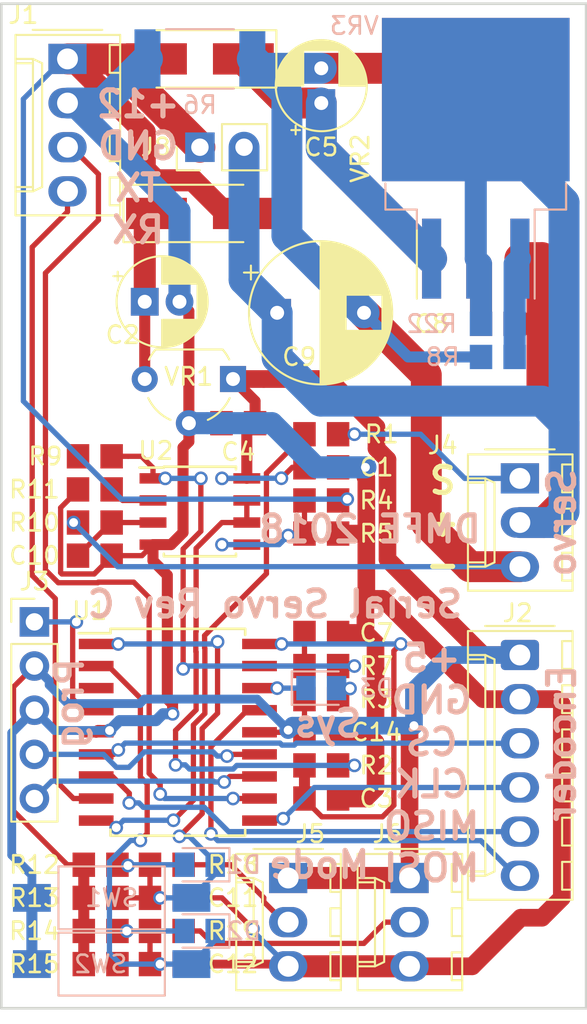
<source format=kicad_pcb>
(kicad_pcb (version 20171130) (host pcbnew "(6.0.0-rc1-dev-1459-g8fd68358f)")

  (general
    (thickness 1.6)
    (drawings 14)
    (tracks 465)
    (zones 0)
    (modules 49)
    (nets 36)
  )

  (page A)
  (title_block
    (title "Serial Servo")
    (date 2019-02-16)
    (rev C)
    (company DMFE)
    (comment 1 "TTL Serial to R/C Servo w/ Encoder")
  )

  (layers
    (0 F.Cu signal)
    (31 B.Cu signal)
    (32 B.Adhes user hide)
    (33 F.Adhes user hide)
    (34 B.Paste user hide)
    (35 F.Paste user hide)
    (36 B.SilkS user)
    (37 F.SilkS user)
    (38 B.Mask user hide)
    (39 F.Mask user hide)
    (40 Dwgs.User user hide)
    (41 Cmts.User user hide)
    (42 Eco1.User user hide)
    (43 Eco2.User user hide)
    (44 Edge.Cuts user)
    (45 Margin user hide)
    (46 B.CrtYd user hide)
    (47 F.CrtYd user hide)
    (48 B.Fab user hide)
    (49 F.Fab user hide)
  )

  (setup
    (last_trace_width 0.3048)
    (user_trace_width 0.3048)
    (user_trace_width 0.508)
    (user_trace_width 0.635)
    (user_trace_width 1.016)
    (user_trace_width 1.27)
    (user_trace_width 1.778)
    (trace_clearance 0.2)
    (zone_clearance 0.508)
    (zone_45_only no)
    (trace_min 0.2)
    (via_size 0.7874)
    (via_drill 0.508)
    (via_min_size 0.4)
    (via_min_drill 0.3)
    (uvia_size 0.3)
    (uvia_drill 0.1)
    (uvias_allowed no)
    (uvia_min_size 0.2)
    (uvia_min_drill 0.1)
    (edge_width 0.15)
    (segment_width 0.2)
    (pcb_text_width 0.3)
    (pcb_text_size 1.5 1.5)
    (mod_edge_width 0.15)
    (mod_text_size 1 1)
    (mod_text_width 0.15)
    (pad_size 1.524 1.524)
    (pad_drill 0.762)
    (pad_to_mask_clearance 0)
    (solder_mask_min_width 0.1016)
    (aux_axis_origin 0 0)
    (visible_elements FFFFFF7F)
    (pcbplotparams
      (layerselection 0x010fc_ffffffff)
      (usegerberextensions false)
      (usegerberattributes false)
      (usegerberadvancedattributes false)
      (creategerberjobfile false)
      (excludeedgelayer true)
      (linewidth 0.100000)
      (plotframeref false)
      (viasonmask false)
      (mode 1)
      (useauxorigin false)
      (hpglpennumber 1)
      (hpglpenspeed 20)
      (hpglpendiameter 15.000000)
      (psnegative false)
      (psa4output false)
      (plotreference true)
      (plotvalue true)
      (plotinvisibletext false)
      (padsonsilk false)
      (subtractmaskfromsilk false)
      (outputformat 1)
      (mirror false)
      (drillshape 1)
      (scaleselection 1)
      (outputdirectory ""))
  )

  (net 0 "")
  (net 1 GND)
  (net 2 GNDA)
  (net 3 "Net-(C8-Pad1)")
  (net 4 +12V)
  (net 5 TX)
  (net 6 RX)
  (net 7 ENC_CLK)
  (net 8 ENC_CS)
  (net 9 +5V)
  (net 10 VPP)
  (net 11 PGC)
  (net 12 PGD)
  (net 13 ServoPWM)
  (net 14 SW1_LED1)
  (net 15 SW2_LED2)
  (net 16 Batt_V)
  (net 17 /AN0)
  (net 18 "Net-(R1-Pad1)")
  (net 19 "Net-(R7-Pad1)")
  (net 20 "Net-(R4-Pad2)")
  (net 21 "Net-(R2-Pad1)")
  (net 22 "Net-(C10-Pad1)")
  (net 23 "Net-(D1-Pad2)")
  (net 24 "Net-(D2-Pad2)")
  (net 25 "Net-(D3-Pad2)")
  (net 26 "Net-(C2-Pad1)")
  (net 27 "Net-(C5-Pad1)")
  (net 28 "Net-(J5-Pad2)")
  (net 29 "Net-(J6-Pad2)")
  (net 30 "Net-(R11-Pad2)")
  (net 31 "Net-(R22-Pad2)")
  (net 32 "Net-(D3-Pad1)")
  (net 33 MISO)
  (net 34 MOSI)
  (net 35 "Net-(U1-Pad3)")

  (net_class Default "This is the default net class."
    (clearance 0.2)
    (trace_width 0.25)
    (via_dia 0.7874)
    (via_drill 0.508)
    (uvia_dia 0.3)
    (uvia_drill 0.1)
    (add_net +12V)
    (add_net +5V)
    (add_net /AN0)
    (add_net Batt_V)
    (add_net ENC_CLK)
    (add_net ENC_CS)
    (add_net GND)
    (add_net GNDA)
    (add_net MISO)
    (add_net MOSI)
    (add_net "Net-(C10-Pad1)")
    (add_net "Net-(C2-Pad1)")
    (add_net "Net-(C5-Pad1)")
    (add_net "Net-(C8-Pad1)")
    (add_net "Net-(D1-Pad2)")
    (add_net "Net-(D2-Pad2)")
    (add_net "Net-(D3-Pad1)")
    (add_net "Net-(D3-Pad2)")
    (add_net "Net-(J5-Pad2)")
    (add_net "Net-(J6-Pad2)")
    (add_net "Net-(R1-Pad1)")
    (add_net "Net-(R11-Pad2)")
    (add_net "Net-(R2-Pad1)")
    (add_net "Net-(R22-Pad2)")
    (add_net "Net-(R4-Pad2)")
    (add_net "Net-(R7-Pad1)")
    (add_net "Net-(U1-Pad3)")
    (add_net PGC)
    (add_net PGD)
    (add_net RX)
    (add_net SW1_LED1)
    (add_net SW2_LED2)
    (add_net ServoPWM)
    (add_net TX)
    (add_net VPP)
  )

  (module Capacitor_SMD:C_0805_2012Metric_Pad1.29x1.40mm_HandSolder (layer F.Cu) (tedit 5AC5DB74) (tstamp 5B2C8149)
    (at 104.775 106.045)
    (descr "Capacitor SMD 0805 (2012 Metric), square (rectangular) end terminal, IPC_7351 nominal with elongated pad for handsoldering. (Body size source: http://www.tortai-tech.com/upload/download/2011102023233369053.pdf), generated with kicad-footprint-generator")
    (tags "capacitor handsolder")
    (path /5AF39784)
    (attr smd)
    (fp_text reference C1 (at 3.175 0) (layer F.SilkS)
      (effects (font (size 1 1) (thickness 0.15)))
    )
    (fp_text value 0.1uF (at 0 1.65) (layer F.Fab)
      (effects (font (size 1 1) (thickness 0.15)))
    )
    (fp_line (start -1 0.6) (end -1 -0.6) (layer F.Fab) (width 0.1))
    (fp_line (start -1 -0.6) (end 1 -0.6) (layer F.Fab) (width 0.1))
    (fp_line (start 1 -0.6) (end 1 0.6) (layer F.Fab) (width 0.1))
    (fp_line (start 1 0.6) (end -1 0.6) (layer F.Fab) (width 0.1))
    (fp_line (start -1.86 0.95) (end -1.86 -0.95) (layer F.CrtYd) (width 0.05))
    (fp_line (start -1.86 -0.95) (end 1.86 -0.95) (layer F.CrtYd) (width 0.05))
    (fp_line (start 1.86 -0.95) (end 1.86 0.95) (layer F.CrtYd) (width 0.05))
    (fp_line (start 1.86 0.95) (end -1.86 0.95) (layer F.CrtYd) (width 0.05))
    (fp_text user %R (at 0 0) (layer F.Fab)
      (effects (font (size 0.5 0.5) (thickness 0.08)))
    )
    (pad 1 smd rect (at -0.9675 0) (size 1.295 1.4) (layers F.Cu F.Paste F.Mask)
      (net 9 +5V))
    (pad 2 smd rect (at 0.9675 0) (size 1.295 1.4) (layers F.Cu F.Paste F.Mask)
      (net 1 GND))
    (model ${KISYS3DMOD}/Capacitor_SMD.3dshapes/C_0805_2012Metric.wrl
      (at (xyz 0 0 0))
      (scale (xyz 1 1 1))
      (rotate (xyz 0 0 0))
    )
  )

  (module Capacitor_THT:CP_Radial_D5.0mm_P2.00mm (layer F.Cu) (tedit 5AE50EF0) (tstamp 5B2C81CC)
    (at 94.615 96.52)
    (descr "CP, Radial series, Radial, pin pitch=2.00mm, , diameter=5mm, Electrolytic Capacitor")
    (tags "CP Radial series Radial pin pitch 2.00mm  diameter 5mm Electrolytic Capacitor")
    (path /5B1876D5)
    (fp_text reference C2 (at -1.27 1.905) (layer F.SilkS)
      (effects (font (size 1 1) (thickness 0.15)))
    )
    (fp_text value 2.2uF (at 1 3.75) (layer F.Fab)
      (effects (font (size 1 1) (thickness 0.15)))
    )
    (fp_circle (center 1 0) (end 3.5 0) (layer F.Fab) (width 0.1))
    (fp_circle (center 1 0) (end 3.62 0) (layer F.SilkS) (width 0.12))
    (fp_circle (center 1 0) (end 3.75 0) (layer F.CrtYd) (width 0.05))
    (fp_line (start -1.133605 -1.0875) (end -0.633605 -1.0875) (layer F.Fab) (width 0.1))
    (fp_line (start -0.883605 -1.3375) (end -0.883605 -0.8375) (layer F.Fab) (width 0.1))
    (fp_line (start 1 1.04) (end 1 2.58) (layer F.SilkS) (width 0.12))
    (fp_line (start 1 -2.58) (end 1 -1.04) (layer F.SilkS) (width 0.12))
    (fp_line (start 1.04 1.04) (end 1.04 2.58) (layer F.SilkS) (width 0.12))
    (fp_line (start 1.04 -2.58) (end 1.04 -1.04) (layer F.SilkS) (width 0.12))
    (fp_line (start 1.08 -2.579) (end 1.08 -1.04) (layer F.SilkS) (width 0.12))
    (fp_line (start 1.08 1.04) (end 1.08 2.579) (layer F.SilkS) (width 0.12))
    (fp_line (start 1.12 -2.578) (end 1.12 -1.04) (layer F.SilkS) (width 0.12))
    (fp_line (start 1.12 1.04) (end 1.12 2.578) (layer F.SilkS) (width 0.12))
    (fp_line (start 1.16 -2.576) (end 1.16 -1.04) (layer F.SilkS) (width 0.12))
    (fp_line (start 1.16 1.04) (end 1.16 2.576) (layer F.SilkS) (width 0.12))
    (fp_line (start 1.2 -2.573) (end 1.2 -1.04) (layer F.SilkS) (width 0.12))
    (fp_line (start 1.2 1.04) (end 1.2 2.573) (layer F.SilkS) (width 0.12))
    (fp_line (start 1.24 -2.569) (end 1.24 -1.04) (layer F.SilkS) (width 0.12))
    (fp_line (start 1.24 1.04) (end 1.24 2.569) (layer F.SilkS) (width 0.12))
    (fp_line (start 1.28 -2.565) (end 1.28 -1.04) (layer F.SilkS) (width 0.12))
    (fp_line (start 1.28 1.04) (end 1.28 2.565) (layer F.SilkS) (width 0.12))
    (fp_line (start 1.32 -2.561) (end 1.32 -1.04) (layer F.SilkS) (width 0.12))
    (fp_line (start 1.32 1.04) (end 1.32 2.561) (layer F.SilkS) (width 0.12))
    (fp_line (start 1.36 -2.556) (end 1.36 -1.04) (layer F.SilkS) (width 0.12))
    (fp_line (start 1.36 1.04) (end 1.36 2.556) (layer F.SilkS) (width 0.12))
    (fp_line (start 1.4 -2.55) (end 1.4 -1.04) (layer F.SilkS) (width 0.12))
    (fp_line (start 1.4 1.04) (end 1.4 2.55) (layer F.SilkS) (width 0.12))
    (fp_line (start 1.44 -2.543) (end 1.44 -1.04) (layer F.SilkS) (width 0.12))
    (fp_line (start 1.44 1.04) (end 1.44 2.543) (layer F.SilkS) (width 0.12))
    (fp_line (start 1.48 -2.536) (end 1.48 -1.04) (layer F.SilkS) (width 0.12))
    (fp_line (start 1.48 1.04) (end 1.48 2.536) (layer F.SilkS) (width 0.12))
    (fp_line (start 1.52 -2.528) (end 1.52 -1.04) (layer F.SilkS) (width 0.12))
    (fp_line (start 1.52 1.04) (end 1.52 2.528) (layer F.SilkS) (width 0.12))
    (fp_line (start 1.56 -2.52) (end 1.56 -1.04) (layer F.SilkS) (width 0.12))
    (fp_line (start 1.56 1.04) (end 1.56 2.52) (layer F.SilkS) (width 0.12))
    (fp_line (start 1.6 -2.511) (end 1.6 -1.04) (layer F.SilkS) (width 0.12))
    (fp_line (start 1.6 1.04) (end 1.6 2.511) (layer F.SilkS) (width 0.12))
    (fp_line (start 1.64 -2.501) (end 1.64 -1.04) (layer F.SilkS) (width 0.12))
    (fp_line (start 1.64 1.04) (end 1.64 2.501) (layer F.SilkS) (width 0.12))
    (fp_line (start 1.68 -2.491) (end 1.68 -1.04) (layer F.SilkS) (width 0.12))
    (fp_line (start 1.68 1.04) (end 1.68 2.491) (layer F.SilkS) (width 0.12))
    (fp_line (start 1.721 -2.48) (end 1.721 -1.04) (layer F.SilkS) (width 0.12))
    (fp_line (start 1.721 1.04) (end 1.721 2.48) (layer F.SilkS) (width 0.12))
    (fp_line (start 1.761 -2.468) (end 1.761 -1.04) (layer F.SilkS) (width 0.12))
    (fp_line (start 1.761 1.04) (end 1.761 2.468) (layer F.SilkS) (width 0.12))
    (fp_line (start 1.801 -2.455) (end 1.801 -1.04) (layer F.SilkS) (width 0.12))
    (fp_line (start 1.801 1.04) (end 1.801 2.455) (layer F.SilkS) (width 0.12))
    (fp_line (start 1.841 -2.442) (end 1.841 -1.04) (layer F.SilkS) (width 0.12))
    (fp_line (start 1.841 1.04) (end 1.841 2.442) (layer F.SilkS) (width 0.12))
    (fp_line (start 1.881 -2.428) (end 1.881 -1.04) (layer F.SilkS) (width 0.12))
    (fp_line (start 1.881 1.04) (end 1.881 2.428) (layer F.SilkS) (width 0.12))
    (fp_line (start 1.921 -2.414) (end 1.921 -1.04) (layer F.SilkS) (width 0.12))
    (fp_line (start 1.921 1.04) (end 1.921 2.414) (layer F.SilkS) (width 0.12))
    (fp_line (start 1.961 -2.398) (end 1.961 -1.04) (layer F.SilkS) (width 0.12))
    (fp_line (start 1.961 1.04) (end 1.961 2.398) (layer F.SilkS) (width 0.12))
    (fp_line (start 2.001 -2.382) (end 2.001 -1.04) (layer F.SilkS) (width 0.12))
    (fp_line (start 2.001 1.04) (end 2.001 2.382) (layer F.SilkS) (width 0.12))
    (fp_line (start 2.041 -2.365) (end 2.041 -1.04) (layer F.SilkS) (width 0.12))
    (fp_line (start 2.041 1.04) (end 2.041 2.365) (layer F.SilkS) (width 0.12))
    (fp_line (start 2.081 -2.348) (end 2.081 -1.04) (layer F.SilkS) (width 0.12))
    (fp_line (start 2.081 1.04) (end 2.081 2.348) (layer F.SilkS) (width 0.12))
    (fp_line (start 2.121 -2.329) (end 2.121 -1.04) (layer F.SilkS) (width 0.12))
    (fp_line (start 2.121 1.04) (end 2.121 2.329) (layer F.SilkS) (width 0.12))
    (fp_line (start 2.161 -2.31) (end 2.161 -1.04) (layer F.SilkS) (width 0.12))
    (fp_line (start 2.161 1.04) (end 2.161 2.31) (layer F.SilkS) (width 0.12))
    (fp_line (start 2.201 -2.29) (end 2.201 -1.04) (layer F.SilkS) (width 0.12))
    (fp_line (start 2.201 1.04) (end 2.201 2.29) (layer F.SilkS) (width 0.12))
    (fp_line (start 2.241 -2.268) (end 2.241 -1.04) (layer F.SilkS) (width 0.12))
    (fp_line (start 2.241 1.04) (end 2.241 2.268) (layer F.SilkS) (width 0.12))
    (fp_line (start 2.281 -2.247) (end 2.281 -1.04) (layer F.SilkS) (width 0.12))
    (fp_line (start 2.281 1.04) (end 2.281 2.247) (layer F.SilkS) (width 0.12))
    (fp_line (start 2.321 -2.224) (end 2.321 -1.04) (layer F.SilkS) (width 0.12))
    (fp_line (start 2.321 1.04) (end 2.321 2.224) (layer F.SilkS) (width 0.12))
    (fp_line (start 2.361 -2.2) (end 2.361 -1.04) (layer F.SilkS) (width 0.12))
    (fp_line (start 2.361 1.04) (end 2.361 2.2) (layer F.SilkS) (width 0.12))
    (fp_line (start 2.401 -2.175) (end 2.401 -1.04) (layer F.SilkS) (width 0.12))
    (fp_line (start 2.401 1.04) (end 2.401 2.175) (layer F.SilkS) (width 0.12))
    (fp_line (start 2.441 -2.149) (end 2.441 -1.04) (layer F.SilkS) (width 0.12))
    (fp_line (start 2.441 1.04) (end 2.441 2.149) (layer F.SilkS) (width 0.12))
    (fp_line (start 2.481 -2.122) (end 2.481 -1.04) (layer F.SilkS) (width 0.12))
    (fp_line (start 2.481 1.04) (end 2.481 2.122) (layer F.SilkS) (width 0.12))
    (fp_line (start 2.521 -2.095) (end 2.521 -1.04) (layer F.SilkS) (width 0.12))
    (fp_line (start 2.521 1.04) (end 2.521 2.095) (layer F.SilkS) (width 0.12))
    (fp_line (start 2.561 -2.065) (end 2.561 -1.04) (layer F.SilkS) (width 0.12))
    (fp_line (start 2.561 1.04) (end 2.561 2.065) (layer F.SilkS) (width 0.12))
    (fp_line (start 2.601 -2.035) (end 2.601 -1.04) (layer F.SilkS) (width 0.12))
    (fp_line (start 2.601 1.04) (end 2.601 2.035) (layer F.SilkS) (width 0.12))
    (fp_line (start 2.641 -2.004) (end 2.641 -1.04) (layer F.SilkS) (width 0.12))
    (fp_line (start 2.641 1.04) (end 2.641 2.004) (layer F.SilkS) (width 0.12))
    (fp_line (start 2.681 -1.971) (end 2.681 -1.04) (layer F.SilkS) (width 0.12))
    (fp_line (start 2.681 1.04) (end 2.681 1.971) (layer F.SilkS) (width 0.12))
    (fp_line (start 2.721 -1.937) (end 2.721 -1.04) (layer F.SilkS) (width 0.12))
    (fp_line (start 2.721 1.04) (end 2.721 1.937) (layer F.SilkS) (width 0.12))
    (fp_line (start 2.761 -1.901) (end 2.761 -1.04) (layer F.SilkS) (width 0.12))
    (fp_line (start 2.761 1.04) (end 2.761 1.901) (layer F.SilkS) (width 0.12))
    (fp_line (start 2.801 -1.864) (end 2.801 -1.04) (layer F.SilkS) (width 0.12))
    (fp_line (start 2.801 1.04) (end 2.801 1.864) (layer F.SilkS) (width 0.12))
    (fp_line (start 2.841 -1.826) (end 2.841 -1.04) (layer F.SilkS) (width 0.12))
    (fp_line (start 2.841 1.04) (end 2.841 1.826) (layer F.SilkS) (width 0.12))
    (fp_line (start 2.881 -1.785) (end 2.881 -1.04) (layer F.SilkS) (width 0.12))
    (fp_line (start 2.881 1.04) (end 2.881 1.785) (layer F.SilkS) (width 0.12))
    (fp_line (start 2.921 -1.743) (end 2.921 -1.04) (layer F.SilkS) (width 0.12))
    (fp_line (start 2.921 1.04) (end 2.921 1.743) (layer F.SilkS) (width 0.12))
    (fp_line (start 2.961 -1.699) (end 2.961 -1.04) (layer F.SilkS) (width 0.12))
    (fp_line (start 2.961 1.04) (end 2.961 1.699) (layer F.SilkS) (width 0.12))
    (fp_line (start 3.001 -1.653) (end 3.001 -1.04) (layer F.SilkS) (width 0.12))
    (fp_line (start 3.001 1.04) (end 3.001 1.653) (layer F.SilkS) (width 0.12))
    (fp_line (start 3.041 -1.605) (end 3.041 1.605) (layer F.SilkS) (width 0.12))
    (fp_line (start 3.081 -1.554) (end 3.081 1.554) (layer F.SilkS) (width 0.12))
    (fp_line (start 3.121 -1.5) (end 3.121 1.5) (layer F.SilkS) (width 0.12))
    (fp_line (start 3.161 -1.443) (end 3.161 1.443) (layer F.SilkS) (width 0.12))
    (fp_line (start 3.201 -1.383) (end 3.201 1.383) (layer F.SilkS) (width 0.12))
    (fp_line (start 3.241 -1.319) (end 3.241 1.319) (layer F.SilkS) (width 0.12))
    (fp_line (start 3.281 -1.251) (end 3.281 1.251) (layer F.SilkS) (width 0.12))
    (fp_line (start 3.321 -1.178) (end 3.321 1.178) (layer F.SilkS) (width 0.12))
    (fp_line (start 3.361 -1.098) (end 3.361 1.098) (layer F.SilkS) (width 0.12))
    (fp_line (start 3.401 -1.011) (end 3.401 1.011) (layer F.SilkS) (width 0.12))
    (fp_line (start 3.441 -0.915) (end 3.441 0.915) (layer F.SilkS) (width 0.12))
    (fp_line (start 3.481 -0.805) (end 3.481 0.805) (layer F.SilkS) (width 0.12))
    (fp_line (start 3.521 -0.677) (end 3.521 0.677) (layer F.SilkS) (width 0.12))
    (fp_line (start 3.561 -0.518) (end 3.561 0.518) (layer F.SilkS) (width 0.12))
    (fp_line (start 3.601 -0.284) (end 3.601 0.284) (layer F.SilkS) (width 0.12))
    (fp_line (start -1.804775 -1.475) (end -1.304775 -1.475) (layer F.SilkS) (width 0.12))
    (fp_line (start -1.554775 -1.725) (end -1.554775 -1.225) (layer F.SilkS) (width 0.12))
    (fp_text user %R (at 1 0) (layer F.Fab)
      (effects (font (size 1 1) (thickness 0.15)))
    )
    (pad 1 thru_hole rect (at 0 0) (size 1.6 1.6) (drill 0.8) (layers *.Cu *.Mask)
      (net 26 "Net-(C2-Pad1)"))
    (pad 2 thru_hole circle (at 2 0) (size 1.6 1.6) (drill 0.8) (layers *.Cu *.Mask)
      (net 1 GND))
    (model ${KISYS3DMOD}/Capacitor_THT.3dshapes/CP_Radial_D5.0mm_P2.00mm.wrl
      (at (xyz 0 0 0))
      (scale (xyz 1 1 1))
      (rotate (xyz 0 0 0))
    )
  )

  (module Capacitor_SMD:C_0805_2012Metric_Pad1.29x1.40mm_HandSolder (layer F.Cu) (tedit 5AC5DB74) (tstamp 5B2C81DB)
    (at 104.775 125.095)
    (descr "Capacitor SMD 0805 (2012 Metric), square (rectangular) end terminal, IPC_7351 nominal with elongated pad for handsoldering. (Body size source: http://www.tortai-tech.com/upload/download/2011102023233369053.pdf), generated with kicad-footprint-generator")
    (tags "capacitor handsolder")
    (path /5AFEFA86)
    (attr smd)
    (fp_text reference C3 (at 3.175 0) (layer F.SilkS)
      (effects (font (size 1 1) (thickness 0.15)))
    )
    (fp_text value 0.1uF (at 0 1.65) (layer F.Fab)
      (effects (font (size 1 1) (thickness 0.15)))
    )
    (fp_text user %R (at 0 0) (layer F.Fab)
      (effects (font (size 0.5 0.5) (thickness 0.08)))
    )
    (fp_line (start 1.86 0.95) (end -1.86 0.95) (layer F.CrtYd) (width 0.05))
    (fp_line (start 1.86 -0.95) (end 1.86 0.95) (layer F.CrtYd) (width 0.05))
    (fp_line (start -1.86 -0.95) (end 1.86 -0.95) (layer F.CrtYd) (width 0.05))
    (fp_line (start -1.86 0.95) (end -1.86 -0.95) (layer F.CrtYd) (width 0.05))
    (fp_line (start 1 0.6) (end -1 0.6) (layer F.Fab) (width 0.1))
    (fp_line (start 1 -0.6) (end 1 0.6) (layer F.Fab) (width 0.1))
    (fp_line (start -1 -0.6) (end 1 -0.6) (layer F.Fab) (width 0.1))
    (fp_line (start -1 0.6) (end -1 -0.6) (layer F.Fab) (width 0.1))
    (pad 2 smd rect (at 0.9675 0) (size 1.295 1.4) (layers F.Cu F.Paste F.Mask)
      (net 1 GND))
    (pad 1 smd rect (at -0.9675 0) (size 1.295 1.4) (layers F.Cu F.Paste F.Mask)
      (net 16 Batt_V))
    (model ${KISYS3DMOD}/Capacitor_SMD.3dshapes/C_0805_2012Metric.wrl
      (at (xyz 0 0 0))
      (scale (xyz 1 1 1))
      (rotate (xyz 0 0 0))
    )
  )

  (module Capacitor_SMD:C_0805_2012Metric_Pad1.29x1.40mm_HandSolder (layer F.Cu) (tedit 5AC5DB74) (tstamp 5B2C81EA)
    (at 99.9975 103.505 180)
    (descr "Capacitor SMD 0805 (2012 Metric), square (rectangular) end terminal, IPC_7351 nominal with elongated pad for handsoldering. (Body size source: http://www.tortai-tech.com/upload/download/2011102023233369053.pdf), generated with kicad-footprint-generator")
    (tags "capacitor handsolder")
    (path /5AEA8C2C)
    (attr smd)
    (fp_text reference C4 (at 0 -1.65 180) (layer F.SilkS)
      (effects (font (size 1 1) (thickness 0.15)))
    )
    (fp_text value 0.1uF (at 0 1.65 180) (layer F.Fab)
      (effects (font (size 1 1) (thickness 0.15)))
    )
    (fp_line (start -1 0.6) (end -1 -0.6) (layer F.Fab) (width 0.1))
    (fp_line (start -1 -0.6) (end 1 -0.6) (layer F.Fab) (width 0.1))
    (fp_line (start 1 -0.6) (end 1 0.6) (layer F.Fab) (width 0.1))
    (fp_line (start 1 0.6) (end -1 0.6) (layer F.Fab) (width 0.1))
    (fp_line (start -1.86 0.95) (end -1.86 -0.95) (layer F.CrtYd) (width 0.05))
    (fp_line (start -1.86 -0.95) (end 1.86 -0.95) (layer F.CrtYd) (width 0.05))
    (fp_line (start 1.86 -0.95) (end 1.86 0.95) (layer F.CrtYd) (width 0.05))
    (fp_line (start 1.86 0.95) (end -1.86 0.95) (layer F.CrtYd) (width 0.05))
    (fp_text user %R (at 0 0 180) (layer F.Fab)
      (effects (font (size 0.5 0.5) (thickness 0.08)))
    )
    (pad 1 smd rect (at -0.9675 0 180) (size 1.295 1.4) (layers F.Cu F.Paste F.Mask)
      (net 9 +5V))
    (pad 2 smd rect (at 0.9675 0 180) (size 1.295 1.4) (layers F.Cu F.Paste F.Mask)
      (net 1 GND))
    (model ${KISYS3DMOD}/Capacitor_SMD.3dshapes/C_0805_2012Metric.wrl
      (at (xyz 0 0 0))
      (scale (xyz 1 1 1))
      (rotate (xyz 0 0 0))
    )
  )

  (module Capacitor_THT:CP_Radial_D5.0mm_P2.00mm (layer F.Cu) (tedit 5AE50EF0) (tstamp 5B2C826D)
    (at 104.775 85.09 90)
    (descr "CP, Radial series, Radial, pin pitch=2.00mm, , diameter=5mm, Electrolytic Capacitor")
    (tags "CP Radial series Radial pin pitch 2.00mm  diameter 5mm Electrolytic Capacitor")
    (path /5B187AD3)
    (fp_text reference C5 (at -2.54 0 180) (layer F.SilkS)
      (effects (font (size 1 1) (thickness 0.15)))
    )
    (fp_text value 2.2uF (at 1 3.75 90) (layer F.Fab)
      (effects (font (size 1 1) (thickness 0.15)))
    )
    (fp_text user %R (at 1 0 90) (layer F.Fab)
      (effects (font (size 1 1) (thickness 0.15)))
    )
    (fp_line (start -1.554775 -1.725) (end -1.554775 -1.225) (layer F.SilkS) (width 0.12))
    (fp_line (start -1.804775 -1.475) (end -1.304775 -1.475) (layer F.SilkS) (width 0.12))
    (fp_line (start 3.601 -0.284) (end 3.601 0.284) (layer F.SilkS) (width 0.12))
    (fp_line (start 3.561 -0.518) (end 3.561 0.518) (layer F.SilkS) (width 0.12))
    (fp_line (start 3.521 -0.677) (end 3.521 0.677) (layer F.SilkS) (width 0.12))
    (fp_line (start 3.481 -0.805) (end 3.481 0.805) (layer F.SilkS) (width 0.12))
    (fp_line (start 3.441 -0.915) (end 3.441 0.915) (layer F.SilkS) (width 0.12))
    (fp_line (start 3.401 -1.011) (end 3.401 1.011) (layer F.SilkS) (width 0.12))
    (fp_line (start 3.361 -1.098) (end 3.361 1.098) (layer F.SilkS) (width 0.12))
    (fp_line (start 3.321 -1.178) (end 3.321 1.178) (layer F.SilkS) (width 0.12))
    (fp_line (start 3.281 -1.251) (end 3.281 1.251) (layer F.SilkS) (width 0.12))
    (fp_line (start 3.241 -1.319) (end 3.241 1.319) (layer F.SilkS) (width 0.12))
    (fp_line (start 3.201 -1.383) (end 3.201 1.383) (layer F.SilkS) (width 0.12))
    (fp_line (start 3.161 -1.443) (end 3.161 1.443) (layer F.SilkS) (width 0.12))
    (fp_line (start 3.121 -1.5) (end 3.121 1.5) (layer F.SilkS) (width 0.12))
    (fp_line (start 3.081 -1.554) (end 3.081 1.554) (layer F.SilkS) (width 0.12))
    (fp_line (start 3.041 -1.605) (end 3.041 1.605) (layer F.SilkS) (width 0.12))
    (fp_line (start 3.001 1.04) (end 3.001 1.653) (layer F.SilkS) (width 0.12))
    (fp_line (start 3.001 -1.653) (end 3.001 -1.04) (layer F.SilkS) (width 0.12))
    (fp_line (start 2.961 1.04) (end 2.961 1.699) (layer F.SilkS) (width 0.12))
    (fp_line (start 2.961 -1.699) (end 2.961 -1.04) (layer F.SilkS) (width 0.12))
    (fp_line (start 2.921 1.04) (end 2.921 1.743) (layer F.SilkS) (width 0.12))
    (fp_line (start 2.921 -1.743) (end 2.921 -1.04) (layer F.SilkS) (width 0.12))
    (fp_line (start 2.881 1.04) (end 2.881 1.785) (layer F.SilkS) (width 0.12))
    (fp_line (start 2.881 -1.785) (end 2.881 -1.04) (layer F.SilkS) (width 0.12))
    (fp_line (start 2.841 1.04) (end 2.841 1.826) (layer F.SilkS) (width 0.12))
    (fp_line (start 2.841 -1.826) (end 2.841 -1.04) (layer F.SilkS) (width 0.12))
    (fp_line (start 2.801 1.04) (end 2.801 1.864) (layer F.SilkS) (width 0.12))
    (fp_line (start 2.801 -1.864) (end 2.801 -1.04) (layer F.SilkS) (width 0.12))
    (fp_line (start 2.761 1.04) (end 2.761 1.901) (layer F.SilkS) (width 0.12))
    (fp_line (start 2.761 -1.901) (end 2.761 -1.04) (layer F.SilkS) (width 0.12))
    (fp_line (start 2.721 1.04) (end 2.721 1.937) (layer F.SilkS) (width 0.12))
    (fp_line (start 2.721 -1.937) (end 2.721 -1.04) (layer F.SilkS) (width 0.12))
    (fp_line (start 2.681 1.04) (end 2.681 1.971) (layer F.SilkS) (width 0.12))
    (fp_line (start 2.681 -1.971) (end 2.681 -1.04) (layer F.SilkS) (width 0.12))
    (fp_line (start 2.641 1.04) (end 2.641 2.004) (layer F.SilkS) (width 0.12))
    (fp_line (start 2.641 -2.004) (end 2.641 -1.04) (layer F.SilkS) (width 0.12))
    (fp_line (start 2.601 1.04) (end 2.601 2.035) (layer F.SilkS) (width 0.12))
    (fp_line (start 2.601 -2.035) (end 2.601 -1.04) (layer F.SilkS) (width 0.12))
    (fp_line (start 2.561 1.04) (end 2.561 2.065) (layer F.SilkS) (width 0.12))
    (fp_line (start 2.561 -2.065) (end 2.561 -1.04) (layer F.SilkS) (width 0.12))
    (fp_line (start 2.521 1.04) (end 2.521 2.095) (layer F.SilkS) (width 0.12))
    (fp_line (start 2.521 -2.095) (end 2.521 -1.04) (layer F.SilkS) (width 0.12))
    (fp_line (start 2.481 1.04) (end 2.481 2.122) (layer F.SilkS) (width 0.12))
    (fp_line (start 2.481 -2.122) (end 2.481 -1.04) (layer F.SilkS) (width 0.12))
    (fp_line (start 2.441 1.04) (end 2.441 2.149) (layer F.SilkS) (width 0.12))
    (fp_line (start 2.441 -2.149) (end 2.441 -1.04) (layer F.SilkS) (width 0.12))
    (fp_line (start 2.401 1.04) (end 2.401 2.175) (layer F.SilkS) (width 0.12))
    (fp_line (start 2.401 -2.175) (end 2.401 -1.04) (layer F.SilkS) (width 0.12))
    (fp_line (start 2.361 1.04) (end 2.361 2.2) (layer F.SilkS) (width 0.12))
    (fp_line (start 2.361 -2.2) (end 2.361 -1.04) (layer F.SilkS) (width 0.12))
    (fp_line (start 2.321 1.04) (end 2.321 2.224) (layer F.SilkS) (width 0.12))
    (fp_line (start 2.321 -2.224) (end 2.321 -1.04) (layer F.SilkS) (width 0.12))
    (fp_line (start 2.281 1.04) (end 2.281 2.247) (layer F.SilkS) (width 0.12))
    (fp_line (start 2.281 -2.247) (end 2.281 -1.04) (layer F.SilkS) (width 0.12))
    (fp_line (start 2.241 1.04) (end 2.241 2.268) (layer F.SilkS) (width 0.12))
    (fp_line (start 2.241 -2.268) (end 2.241 -1.04) (layer F.SilkS) (width 0.12))
    (fp_line (start 2.201 1.04) (end 2.201 2.29) (layer F.SilkS) (width 0.12))
    (fp_line (start 2.201 -2.29) (end 2.201 -1.04) (layer F.SilkS) (width 0.12))
    (fp_line (start 2.161 1.04) (end 2.161 2.31) (layer F.SilkS) (width 0.12))
    (fp_line (start 2.161 -2.31) (end 2.161 -1.04) (layer F.SilkS) (width 0.12))
    (fp_line (start 2.121 1.04) (end 2.121 2.329) (layer F.SilkS) (width 0.12))
    (fp_line (start 2.121 -2.329) (end 2.121 -1.04) (layer F.SilkS) (width 0.12))
    (fp_line (start 2.081 1.04) (end 2.081 2.348) (layer F.SilkS) (width 0.12))
    (fp_line (start 2.081 -2.348) (end 2.081 -1.04) (layer F.SilkS) (width 0.12))
    (fp_line (start 2.041 1.04) (end 2.041 2.365) (layer F.SilkS) (width 0.12))
    (fp_line (start 2.041 -2.365) (end 2.041 -1.04) (layer F.SilkS) (width 0.12))
    (fp_line (start 2.001 1.04) (end 2.001 2.382) (layer F.SilkS) (width 0.12))
    (fp_line (start 2.001 -2.382) (end 2.001 -1.04) (layer F.SilkS) (width 0.12))
    (fp_line (start 1.961 1.04) (end 1.961 2.398) (layer F.SilkS) (width 0.12))
    (fp_line (start 1.961 -2.398) (end 1.961 -1.04) (layer F.SilkS) (width 0.12))
    (fp_line (start 1.921 1.04) (end 1.921 2.414) (layer F.SilkS) (width 0.12))
    (fp_line (start 1.921 -2.414) (end 1.921 -1.04) (layer F.SilkS) (width 0.12))
    (fp_line (start 1.881 1.04) (end 1.881 2.428) (layer F.SilkS) (width 0.12))
    (fp_line (start 1.881 -2.428) (end 1.881 -1.04) (layer F.SilkS) (width 0.12))
    (fp_line (start 1.841 1.04) (end 1.841 2.442) (layer F.SilkS) (width 0.12))
    (fp_line (start 1.841 -2.442) (end 1.841 -1.04) (layer F.SilkS) (width 0.12))
    (fp_line (start 1.801 1.04) (end 1.801 2.455) (layer F.SilkS) (width 0.12))
    (fp_line (start 1.801 -2.455) (end 1.801 -1.04) (layer F.SilkS) (width 0.12))
    (fp_line (start 1.761 1.04) (end 1.761 2.468) (layer F.SilkS) (width 0.12))
    (fp_line (start 1.761 -2.468) (end 1.761 -1.04) (layer F.SilkS) (width 0.12))
    (fp_line (start 1.721 1.04) (end 1.721 2.48) (layer F.SilkS) (width 0.12))
    (fp_line (start 1.721 -2.48) (end 1.721 -1.04) (layer F.SilkS) (width 0.12))
    (fp_line (start 1.68 1.04) (end 1.68 2.491) (layer F.SilkS) (width 0.12))
    (fp_line (start 1.68 -2.491) (end 1.68 -1.04) (layer F.SilkS) (width 0.12))
    (fp_line (start 1.64 1.04) (end 1.64 2.501) (layer F.SilkS) (width 0.12))
    (fp_line (start 1.64 -2.501) (end 1.64 -1.04) (layer F.SilkS) (width 0.12))
    (fp_line (start 1.6 1.04) (end 1.6 2.511) (layer F.SilkS) (width 0.12))
    (fp_line (start 1.6 -2.511) (end 1.6 -1.04) (layer F.SilkS) (width 0.12))
    (fp_line (start 1.56 1.04) (end 1.56 2.52) (layer F.SilkS) (width 0.12))
    (fp_line (start 1.56 -2.52) (end 1.56 -1.04) (layer F.SilkS) (width 0.12))
    (fp_line (start 1.52 1.04) (end 1.52 2.528) (layer F.SilkS) (width 0.12))
    (fp_line (start 1.52 -2.528) (end 1.52 -1.04) (layer F.SilkS) (width 0.12))
    (fp_line (start 1.48 1.04) (end 1.48 2.536) (layer F.SilkS) (width 0.12))
    (fp_line (start 1.48 -2.536) (end 1.48 -1.04) (layer F.SilkS) (width 0.12))
    (fp_line (start 1.44 1.04) (end 1.44 2.543) (layer F.SilkS) (width 0.12))
    (fp_line (start 1.44 -2.543) (end 1.44 -1.04) (layer F.SilkS) (width 0.12))
    (fp_line (start 1.4 1.04) (end 1.4 2.55) (layer F.SilkS) (width 0.12))
    (fp_line (start 1.4 -2.55) (end 1.4 -1.04) (layer F.SilkS) (width 0.12))
    (fp_line (start 1.36 1.04) (end 1.36 2.556) (layer F.SilkS) (width 0.12))
    (fp_line (start 1.36 -2.556) (end 1.36 -1.04) (layer F.SilkS) (width 0.12))
    (fp_line (start 1.32 1.04) (end 1.32 2.561) (layer F.SilkS) (width 0.12))
    (fp_line (start 1.32 -2.561) (end 1.32 -1.04) (layer F.SilkS) (width 0.12))
    (fp_line (start 1.28 1.04) (end 1.28 2.565) (layer F.SilkS) (width 0.12))
    (fp_line (start 1.28 -2.565) (end 1.28 -1.04) (layer F.SilkS) (width 0.12))
    (fp_line (start 1.24 1.04) (end 1.24 2.569) (layer F.SilkS) (width 0.12))
    (fp_line (start 1.24 -2.569) (end 1.24 -1.04) (layer F.SilkS) (width 0.12))
    (fp_line (start 1.2 1.04) (end 1.2 2.573) (layer F.SilkS) (width 0.12))
    (fp_line (start 1.2 -2.573) (end 1.2 -1.04) (layer F.SilkS) (width 0.12))
    (fp_line (start 1.16 1.04) (end 1.16 2.576) (layer F.SilkS) (width 0.12))
    (fp_line (start 1.16 -2.576) (end 1.16 -1.04) (layer F.SilkS) (width 0.12))
    (fp_line (start 1.12 1.04) (end 1.12 2.578) (layer F.SilkS) (width 0.12))
    (fp_line (start 1.12 -2.578) (end 1.12 -1.04) (layer F.SilkS) (width 0.12))
    (fp_line (start 1.08 1.04) (end 1.08 2.579) (layer F.SilkS) (width 0.12))
    (fp_line (start 1.08 -2.579) (end 1.08 -1.04) (layer F.SilkS) (width 0.12))
    (fp_line (start 1.04 -2.58) (end 1.04 -1.04) (layer F.SilkS) (width 0.12))
    (fp_line (start 1.04 1.04) (end 1.04 2.58) (layer F.SilkS) (width 0.12))
    (fp_line (start 1 -2.58) (end 1 -1.04) (layer F.SilkS) (width 0.12))
    (fp_line (start 1 1.04) (end 1 2.58) (layer F.SilkS) (width 0.12))
    (fp_line (start -0.883605 -1.3375) (end -0.883605 -0.8375) (layer F.Fab) (width 0.1))
    (fp_line (start -1.133605 -1.0875) (end -0.633605 -1.0875) (layer F.Fab) (width 0.1))
    (fp_circle (center 1 0) (end 3.75 0) (layer F.CrtYd) (width 0.05))
    (fp_circle (center 1 0) (end 3.62 0) (layer F.SilkS) (width 0.12))
    (fp_circle (center 1 0) (end 3.5 0) (layer F.Fab) (width 0.1))
    (pad 2 thru_hole circle (at 2 0 90) (size 1.6 1.6) (drill 0.8) (layers *.Cu *.Mask)
      (net 2 GNDA))
    (pad 1 thru_hole rect (at 0 0 90) (size 1.6 1.6) (drill 0.8) (layers *.Cu *.Mask)
      (net 27 "Net-(C5-Pad1)"))
    (model ${KISYS3DMOD}/Capacitor_THT.3dshapes/CP_Radial_D5.0mm_P2.00mm.wrl
      (at (xyz 0 0 0))
      (scale (xyz 1 1 1))
      (rotate (xyz 0 0 0))
    )
  )

  (module Capacitor_SMD:C_0805_2012Metric_Pad1.29x1.40mm_HandSolder (layer F.Cu) (tedit 5AC5DB74) (tstamp 5B2C828B)
    (at 104.775 115.57)
    (descr "Capacitor SMD 0805 (2012 Metric), square (rectangular) end terminal, IPC_7351 nominal with elongated pad for handsoldering. (Body size source: http://www.tortai-tech.com/upload/download/2011102023233369053.pdf), generated with kicad-footprint-generator")
    (tags "capacitor handsolder")
    (path /5AF027DA)
    (attr smd)
    (fp_text reference C7 (at 3.175 0) (layer F.SilkS)
      (effects (font (size 1 1) (thickness 0.15)))
    )
    (fp_text value 0.1uF (at 0 1.65) (layer F.Fab)
      (effects (font (size 1 1) (thickness 0.15)))
    )
    (fp_text user %R (at 0 0) (layer F.Fab)
      (effects (font (size 0.5 0.5) (thickness 0.08)))
    )
    (fp_line (start 1.86 0.95) (end -1.86 0.95) (layer F.CrtYd) (width 0.05))
    (fp_line (start 1.86 -0.95) (end 1.86 0.95) (layer F.CrtYd) (width 0.05))
    (fp_line (start -1.86 -0.95) (end 1.86 -0.95) (layer F.CrtYd) (width 0.05))
    (fp_line (start -1.86 0.95) (end -1.86 -0.95) (layer F.CrtYd) (width 0.05))
    (fp_line (start 1 0.6) (end -1 0.6) (layer F.Fab) (width 0.1))
    (fp_line (start 1 -0.6) (end 1 0.6) (layer F.Fab) (width 0.1))
    (fp_line (start -1 -0.6) (end 1 -0.6) (layer F.Fab) (width 0.1))
    (fp_line (start -1 0.6) (end -1 -0.6) (layer F.Fab) (width 0.1))
    (pad 2 smd rect (at 0.9675 0) (size 1.295 1.4) (layers F.Cu F.Paste F.Mask)
      (net 1 GND))
    (pad 1 smd rect (at -0.9675 0) (size 1.295 1.4) (layers F.Cu F.Paste F.Mask)
      (net 17 /AN0))
    (model ${KISYS3DMOD}/Capacitor_SMD.3dshapes/C_0805_2012Metric.wrl
      (at (xyz 0 0 0))
      (scale (xyz 1 1 1))
      (rotate (xyz 0 0 0))
    )
  )

  (module Capacitor_SMD:C_0805_2012Metric_Pad1.29x1.40mm_HandSolder (layer F.Cu) (tedit 5AC5DB74) (tstamp 5B2C829A)
    (at 114.935 97.79 180)
    (descr "Capacitor SMD 0805 (2012 Metric), square (rectangular) end terminal, IPC_7351 nominal with elongated pad for handsoldering. (Body size source: http://www.tortai-tech.com/upload/download/2011102023233369053.pdf), generated with kicad-footprint-generator")
    (tags "capacitor handsolder")
    (path /5AED0B66)
    (attr smd)
    (fp_text reference C8 (at 3.81 0 180) (layer F.SilkS)
      (effects (font (size 1 1) (thickness 0.15)))
    )
    (fp_text value 0.1uF (at 0 1.65 180) (layer F.Fab)
      (effects (font (size 1 1) (thickness 0.15)))
    )
    (fp_line (start -1 0.6) (end -1 -0.6) (layer F.Fab) (width 0.1))
    (fp_line (start -1 -0.6) (end 1 -0.6) (layer F.Fab) (width 0.1))
    (fp_line (start 1 -0.6) (end 1 0.6) (layer F.Fab) (width 0.1))
    (fp_line (start 1 0.6) (end -1 0.6) (layer F.Fab) (width 0.1))
    (fp_line (start -1.86 0.95) (end -1.86 -0.95) (layer F.CrtYd) (width 0.05))
    (fp_line (start -1.86 -0.95) (end 1.86 -0.95) (layer F.CrtYd) (width 0.05))
    (fp_line (start 1.86 -0.95) (end 1.86 0.95) (layer F.CrtYd) (width 0.05))
    (fp_line (start 1.86 0.95) (end -1.86 0.95) (layer F.CrtYd) (width 0.05))
    (fp_text user %R (at 0 0 180) (layer F.Fab)
      (effects (font (size 0.5 0.5) (thickness 0.08)))
    )
    (pad 1 smd rect (at -0.9675 0 180) (size 1.295 1.4) (layers F.Cu F.Paste F.Mask)
      (net 3 "Net-(C8-Pad1)"))
    (pad 2 smd rect (at 0.9675 0 180) (size 1.295 1.4) (layers F.Cu F.Paste F.Mask)
      (net 2 GNDA))
    (model ${KISYS3DMOD}/Capacitor_SMD.3dshapes/C_0805_2012Metric.wrl
      (at (xyz 0 0 0))
      (scale (xyz 1 1 1))
      (rotate (xyz 0 0 0))
    )
  )

  (module Capacitor_THT:CP_Radial_D8.0mm_P5.00mm (layer F.Cu) (tedit 5AE50EF0) (tstamp 5B2C8343)
    (at 102.235 97.155)
    (descr "CP, Radial series, Radial, pin pitch=5.00mm, , diameter=8mm, Electrolytic Capacitor")
    (tags "CP Radial series Radial pin pitch 5.00mm  diameter 8mm Electrolytic Capacitor")
    (path /5AF2D5BF)
    (fp_text reference C9 (at 1.27 2.54 -180) (layer F.SilkS)
      (effects (font (size 1 1) (thickness 0.15)))
    )
    (fp_text value 100uF (at 2.5 5.25) (layer F.Fab)
      (effects (font (size 1 1) (thickness 0.15)))
    )
    (fp_circle (center 2.5 0) (end 6.5 0) (layer F.Fab) (width 0.1))
    (fp_circle (center 2.5 0) (end 6.62 0) (layer F.SilkS) (width 0.12))
    (fp_circle (center 2.5 0) (end 6.75 0) (layer F.CrtYd) (width 0.05))
    (fp_line (start -0.926759 -1.7475) (end -0.126759 -1.7475) (layer F.Fab) (width 0.1))
    (fp_line (start -0.526759 -2.1475) (end -0.526759 -1.3475) (layer F.Fab) (width 0.1))
    (fp_line (start 2.5 -4.08) (end 2.5 4.08) (layer F.SilkS) (width 0.12))
    (fp_line (start 2.54 -4.08) (end 2.54 4.08) (layer F.SilkS) (width 0.12))
    (fp_line (start 2.58 -4.08) (end 2.58 4.08) (layer F.SilkS) (width 0.12))
    (fp_line (start 2.62 -4.079) (end 2.62 4.079) (layer F.SilkS) (width 0.12))
    (fp_line (start 2.66 -4.077) (end 2.66 4.077) (layer F.SilkS) (width 0.12))
    (fp_line (start 2.7 -4.076) (end 2.7 4.076) (layer F.SilkS) (width 0.12))
    (fp_line (start 2.74 -4.074) (end 2.74 4.074) (layer F.SilkS) (width 0.12))
    (fp_line (start 2.78 -4.071) (end 2.78 4.071) (layer F.SilkS) (width 0.12))
    (fp_line (start 2.82 -4.068) (end 2.82 4.068) (layer F.SilkS) (width 0.12))
    (fp_line (start 2.86 -4.065) (end 2.86 4.065) (layer F.SilkS) (width 0.12))
    (fp_line (start 2.9 -4.061) (end 2.9 4.061) (layer F.SilkS) (width 0.12))
    (fp_line (start 2.94 -4.057) (end 2.94 4.057) (layer F.SilkS) (width 0.12))
    (fp_line (start 2.98 -4.052) (end 2.98 4.052) (layer F.SilkS) (width 0.12))
    (fp_line (start 3.02 -4.048) (end 3.02 4.048) (layer F.SilkS) (width 0.12))
    (fp_line (start 3.06 -4.042) (end 3.06 4.042) (layer F.SilkS) (width 0.12))
    (fp_line (start 3.1 -4.037) (end 3.1 4.037) (layer F.SilkS) (width 0.12))
    (fp_line (start 3.14 -4.03) (end 3.14 4.03) (layer F.SilkS) (width 0.12))
    (fp_line (start 3.18 -4.024) (end 3.18 4.024) (layer F.SilkS) (width 0.12))
    (fp_line (start 3.221 -4.017) (end 3.221 4.017) (layer F.SilkS) (width 0.12))
    (fp_line (start 3.261 -4.01) (end 3.261 4.01) (layer F.SilkS) (width 0.12))
    (fp_line (start 3.301 -4.002) (end 3.301 4.002) (layer F.SilkS) (width 0.12))
    (fp_line (start 3.341 -3.994) (end 3.341 3.994) (layer F.SilkS) (width 0.12))
    (fp_line (start 3.381 -3.985) (end 3.381 3.985) (layer F.SilkS) (width 0.12))
    (fp_line (start 3.421 -3.976) (end 3.421 3.976) (layer F.SilkS) (width 0.12))
    (fp_line (start 3.461 -3.967) (end 3.461 3.967) (layer F.SilkS) (width 0.12))
    (fp_line (start 3.501 -3.957) (end 3.501 3.957) (layer F.SilkS) (width 0.12))
    (fp_line (start 3.541 -3.947) (end 3.541 3.947) (layer F.SilkS) (width 0.12))
    (fp_line (start 3.581 -3.936) (end 3.581 3.936) (layer F.SilkS) (width 0.12))
    (fp_line (start 3.621 -3.925) (end 3.621 3.925) (layer F.SilkS) (width 0.12))
    (fp_line (start 3.661 -3.914) (end 3.661 3.914) (layer F.SilkS) (width 0.12))
    (fp_line (start 3.701 -3.902) (end 3.701 3.902) (layer F.SilkS) (width 0.12))
    (fp_line (start 3.741 -3.889) (end 3.741 3.889) (layer F.SilkS) (width 0.12))
    (fp_line (start 3.781 -3.877) (end 3.781 3.877) (layer F.SilkS) (width 0.12))
    (fp_line (start 3.821 -3.863) (end 3.821 3.863) (layer F.SilkS) (width 0.12))
    (fp_line (start 3.861 -3.85) (end 3.861 3.85) (layer F.SilkS) (width 0.12))
    (fp_line (start 3.901 -3.835) (end 3.901 3.835) (layer F.SilkS) (width 0.12))
    (fp_line (start 3.941 -3.821) (end 3.941 3.821) (layer F.SilkS) (width 0.12))
    (fp_line (start 3.981 -3.805) (end 3.981 -1.04) (layer F.SilkS) (width 0.12))
    (fp_line (start 3.981 1.04) (end 3.981 3.805) (layer F.SilkS) (width 0.12))
    (fp_line (start 4.021 -3.79) (end 4.021 -1.04) (layer F.SilkS) (width 0.12))
    (fp_line (start 4.021 1.04) (end 4.021 3.79) (layer F.SilkS) (width 0.12))
    (fp_line (start 4.061 -3.774) (end 4.061 -1.04) (layer F.SilkS) (width 0.12))
    (fp_line (start 4.061 1.04) (end 4.061 3.774) (layer F.SilkS) (width 0.12))
    (fp_line (start 4.101 -3.757) (end 4.101 -1.04) (layer F.SilkS) (width 0.12))
    (fp_line (start 4.101 1.04) (end 4.101 3.757) (layer F.SilkS) (width 0.12))
    (fp_line (start 4.141 -3.74) (end 4.141 -1.04) (layer F.SilkS) (width 0.12))
    (fp_line (start 4.141 1.04) (end 4.141 3.74) (layer F.SilkS) (width 0.12))
    (fp_line (start 4.181 -3.722) (end 4.181 -1.04) (layer F.SilkS) (width 0.12))
    (fp_line (start 4.181 1.04) (end 4.181 3.722) (layer F.SilkS) (width 0.12))
    (fp_line (start 4.221 -3.704) (end 4.221 -1.04) (layer F.SilkS) (width 0.12))
    (fp_line (start 4.221 1.04) (end 4.221 3.704) (layer F.SilkS) (width 0.12))
    (fp_line (start 4.261 -3.686) (end 4.261 -1.04) (layer F.SilkS) (width 0.12))
    (fp_line (start 4.261 1.04) (end 4.261 3.686) (layer F.SilkS) (width 0.12))
    (fp_line (start 4.301 -3.666) (end 4.301 -1.04) (layer F.SilkS) (width 0.12))
    (fp_line (start 4.301 1.04) (end 4.301 3.666) (layer F.SilkS) (width 0.12))
    (fp_line (start 4.341 -3.647) (end 4.341 -1.04) (layer F.SilkS) (width 0.12))
    (fp_line (start 4.341 1.04) (end 4.341 3.647) (layer F.SilkS) (width 0.12))
    (fp_line (start 4.381 -3.627) (end 4.381 -1.04) (layer F.SilkS) (width 0.12))
    (fp_line (start 4.381 1.04) (end 4.381 3.627) (layer F.SilkS) (width 0.12))
    (fp_line (start 4.421 -3.606) (end 4.421 -1.04) (layer F.SilkS) (width 0.12))
    (fp_line (start 4.421 1.04) (end 4.421 3.606) (layer F.SilkS) (width 0.12))
    (fp_line (start 4.461 -3.584) (end 4.461 -1.04) (layer F.SilkS) (width 0.12))
    (fp_line (start 4.461 1.04) (end 4.461 3.584) (layer F.SilkS) (width 0.12))
    (fp_line (start 4.501 -3.562) (end 4.501 -1.04) (layer F.SilkS) (width 0.12))
    (fp_line (start 4.501 1.04) (end 4.501 3.562) (layer F.SilkS) (width 0.12))
    (fp_line (start 4.541 -3.54) (end 4.541 -1.04) (layer F.SilkS) (width 0.12))
    (fp_line (start 4.541 1.04) (end 4.541 3.54) (layer F.SilkS) (width 0.12))
    (fp_line (start 4.581 -3.517) (end 4.581 -1.04) (layer F.SilkS) (width 0.12))
    (fp_line (start 4.581 1.04) (end 4.581 3.517) (layer F.SilkS) (width 0.12))
    (fp_line (start 4.621 -3.493) (end 4.621 -1.04) (layer F.SilkS) (width 0.12))
    (fp_line (start 4.621 1.04) (end 4.621 3.493) (layer F.SilkS) (width 0.12))
    (fp_line (start 4.661 -3.469) (end 4.661 -1.04) (layer F.SilkS) (width 0.12))
    (fp_line (start 4.661 1.04) (end 4.661 3.469) (layer F.SilkS) (width 0.12))
    (fp_line (start 4.701 -3.444) (end 4.701 -1.04) (layer F.SilkS) (width 0.12))
    (fp_line (start 4.701 1.04) (end 4.701 3.444) (layer F.SilkS) (width 0.12))
    (fp_line (start 4.741 -3.418) (end 4.741 -1.04) (layer F.SilkS) (width 0.12))
    (fp_line (start 4.741 1.04) (end 4.741 3.418) (layer F.SilkS) (width 0.12))
    (fp_line (start 4.781 -3.392) (end 4.781 -1.04) (layer F.SilkS) (width 0.12))
    (fp_line (start 4.781 1.04) (end 4.781 3.392) (layer F.SilkS) (width 0.12))
    (fp_line (start 4.821 -3.365) (end 4.821 -1.04) (layer F.SilkS) (width 0.12))
    (fp_line (start 4.821 1.04) (end 4.821 3.365) (layer F.SilkS) (width 0.12))
    (fp_line (start 4.861 -3.338) (end 4.861 -1.04) (layer F.SilkS) (width 0.12))
    (fp_line (start 4.861 1.04) (end 4.861 3.338) (layer F.SilkS) (width 0.12))
    (fp_line (start 4.901 -3.309) (end 4.901 -1.04) (layer F.SilkS) (width 0.12))
    (fp_line (start 4.901 1.04) (end 4.901 3.309) (layer F.SilkS) (width 0.12))
    (fp_line (start 4.941 -3.28) (end 4.941 -1.04) (layer F.SilkS) (width 0.12))
    (fp_line (start 4.941 1.04) (end 4.941 3.28) (layer F.SilkS) (width 0.12))
    (fp_line (start 4.981 -3.25) (end 4.981 -1.04) (layer F.SilkS) (width 0.12))
    (fp_line (start 4.981 1.04) (end 4.981 3.25) (layer F.SilkS) (width 0.12))
    (fp_line (start 5.021 -3.22) (end 5.021 -1.04) (layer F.SilkS) (width 0.12))
    (fp_line (start 5.021 1.04) (end 5.021 3.22) (layer F.SilkS) (width 0.12))
    (fp_line (start 5.061 -3.189) (end 5.061 -1.04) (layer F.SilkS) (width 0.12))
    (fp_line (start 5.061 1.04) (end 5.061 3.189) (layer F.SilkS) (width 0.12))
    (fp_line (start 5.101 -3.156) (end 5.101 -1.04) (layer F.SilkS) (width 0.12))
    (fp_line (start 5.101 1.04) (end 5.101 3.156) (layer F.SilkS) (width 0.12))
    (fp_line (start 5.141 -3.124) (end 5.141 -1.04) (layer F.SilkS) (width 0.12))
    (fp_line (start 5.141 1.04) (end 5.141 3.124) (layer F.SilkS) (width 0.12))
    (fp_line (start 5.181 -3.09) (end 5.181 -1.04) (layer F.SilkS) (width 0.12))
    (fp_line (start 5.181 1.04) (end 5.181 3.09) (layer F.SilkS) (width 0.12))
    (fp_line (start 5.221 -3.055) (end 5.221 -1.04) (layer F.SilkS) (width 0.12))
    (fp_line (start 5.221 1.04) (end 5.221 3.055) (layer F.SilkS) (width 0.12))
    (fp_line (start 5.261 -3.019) (end 5.261 -1.04) (layer F.SilkS) (width 0.12))
    (fp_line (start 5.261 1.04) (end 5.261 3.019) (layer F.SilkS) (width 0.12))
    (fp_line (start 5.301 -2.983) (end 5.301 -1.04) (layer F.SilkS) (width 0.12))
    (fp_line (start 5.301 1.04) (end 5.301 2.983) (layer F.SilkS) (width 0.12))
    (fp_line (start 5.341 -2.945) (end 5.341 -1.04) (layer F.SilkS) (width 0.12))
    (fp_line (start 5.341 1.04) (end 5.341 2.945) (layer F.SilkS) (width 0.12))
    (fp_line (start 5.381 -2.907) (end 5.381 -1.04) (layer F.SilkS) (width 0.12))
    (fp_line (start 5.381 1.04) (end 5.381 2.907) (layer F.SilkS) (width 0.12))
    (fp_line (start 5.421 -2.867) (end 5.421 -1.04) (layer F.SilkS) (width 0.12))
    (fp_line (start 5.421 1.04) (end 5.421 2.867) (layer F.SilkS) (width 0.12))
    (fp_line (start 5.461 -2.826) (end 5.461 -1.04) (layer F.SilkS) (width 0.12))
    (fp_line (start 5.461 1.04) (end 5.461 2.826) (layer F.SilkS) (width 0.12))
    (fp_line (start 5.501 -2.784) (end 5.501 -1.04) (layer F.SilkS) (width 0.12))
    (fp_line (start 5.501 1.04) (end 5.501 2.784) (layer F.SilkS) (width 0.12))
    (fp_line (start 5.541 -2.741) (end 5.541 -1.04) (layer F.SilkS) (width 0.12))
    (fp_line (start 5.541 1.04) (end 5.541 2.741) (layer F.SilkS) (width 0.12))
    (fp_line (start 5.581 -2.697) (end 5.581 -1.04) (layer F.SilkS) (width 0.12))
    (fp_line (start 5.581 1.04) (end 5.581 2.697) (layer F.SilkS) (width 0.12))
    (fp_line (start 5.621 -2.651) (end 5.621 -1.04) (layer F.SilkS) (width 0.12))
    (fp_line (start 5.621 1.04) (end 5.621 2.651) (layer F.SilkS) (width 0.12))
    (fp_line (start 5.661 -2.604) (end 5.661 -1.04) (layer F.SilkS) (width 0.12))
    (fp_line (start 5.661 1.04) (end 5.661 2.604) (layer F.SilkS) (width 0.12))
    (fp_line (start 5.701 -2.556) (end 5.701 -1.04) (layer F.SilkS) (width 0.12))
    (fp_line (start 5.701 1.04) (end 5.701 2.556) (layer F.SilkS) (width 0.12))
    (fp_line (start 5.741 -2.505) (end 5.741 -1.04) (layer F.SilkS) (width 0.12))
    (fp_line (start 5.741 1.04) (end 5.741 2.505) (layer F.SilkS) (width 0.12))
    (fp_line (start 5.781 -2.454) (end 5.781 -1.04) (layer F.SilkS) (width 0.12))
    (fp_line (start 5.781 1.04) (end 5.781 2.454) (layer F.SilkS) (width 0.12))
    (fp_line (start 5.821 -2.4) (end 5.821 -1.04) (layer F.SilkS) (width 0.12))
    (fp_line (start 5.821 1.04) (end 5.821 2.4) (layer F.SilkS) (width 0.12))
    (fp_line (start 5.861 -2.345) (end 5.861 -1.04) (layer F.SilkS) (width 0.12))
    (fp_line (start 5.861 1.04) (end 5.861 2.345) (layer F.SilkS) (width 0.12))
    (fp_line (start 5.901 -2.287) (end 5.901 -1.04) (layer F.SilkS) (width 0.12))
    (fp_line (start 5.901 1.04) (end 5.901 2.287) (layer F.SilkS) (width 0.12))
    (fp_line (start 5.941 -2.228) (end 5.941 -1.04) (layer F.SilkS) (width 0.12))
    (fp_line (start 5.941 1.04) (end 5.941 2.228) (layer F.SilkS) (width 0.12))
    (fp_line (start 5.981 -2.166) (end 5.981 -1.04) (layer F.SilkS) (width 0.12))
    (fp_line (start 5.981 1.04) (end 5.981 2.166) (layer F.SilkS) (width 0.12))
    (fp_line (start 6.021 -2.102) (end 6.021 -1.04) (layer F.SilkS) (width 0.12))
    (fp_line (start 6.021 1.04) (end 6.021 2.102) (layer F.SilkS) (width 0.12))
    (fp_line (start 6.061 -2.034) (end 6.061 2.034) (layer F.SilkS) (width 0.12))
    (fp_line (start 6.101 -1.964) (end 6.101 1.964) (layer F.SilkS) (width 0.12))
    (fp_line (start 6.141 -1.89) (end 6.141 1.89) (layer F.SilkS) (width 0.12))
    (fp_line (start 6.181 -1.813) (end 6.181 1.813) (layer F.SilkS) (width 0.12))
    (fp_line (start 6.221 -1.731) (end 6.221 1.731) (layer F.SilkS) (width 0.12))
    (fp_line (start 6.261 -1.645) (end 6.261 1.645) (layer F.SilkS) (width 0.12))
    (fp_line (start 6.301 -1.552) (end 6.301 1.552) (layer F.SilkS) (width 0.12))
    (fp_line (start 6.341 -1.453) (end 6.341 1.453) (layer F.SilkS) (width 0.12))
    (fp_line (start 6.381 -1.346) (end 6.381 1.346) (layer F.SilkS) (width 0.12))
    (fp_line (start 6.421 -1.229) (end 6.421 1.229) (layer F.SilkS) (width 0.12))
    (fp_line (start 6.461 -1.098) (end 6.461 1.098) (layer F.SilkS) (width 0.12))
    (fp_line (start 6.501 -0.948) (end 6.501 0.948) (layer F.SilkS) (width 0.12))
    (fp_line (start 6.541 -0.768) (end 6.541 0.768) (layer F.SilkS) (width 0.12))
    (fp_line (start 6.581 -0.533) (end 6.581 0.533) (layer F.SilkS) (width 0.12))
    (fp_line (start -1.909698 -2.315) (end -1.109698 -2.315) (layer F.SilkS) (width 0.12))
    (fp_line (start -1.509698 -2.715) (end -1.509698 -1.915) (layer F.SilkS) (width 0.12))
    (fp_text user %R (at 2.5 0) (layer F.Fab)
      (effects (font (size 1 1) (thickness 0.15)))
    )
    (pad 1 thru_hole rect (at 0 0) (size 1.6 1.6) (drill 0.8) (layers *.Cu *.Mask)
      (net 3 "Net-(C8-Pad1)"))
    (pad 2 thru_hole circle (at 5 0) (size 1.6 1.6) (drill 0.8) (layers *.Cu *.Mask)
      (net 2 GNDA))
    (model ${KISYS3DMOD}/Capacitor_THT.3dshapes/CP_Radial_D8.0mm_P5.00mm.wrl
      (at (xyz 0 0 0))
      (scale (xyz 1 1 1))
      (rotate (xyz 0 0 0))
    )
  )

  (module Capacitor_SMD:C_0805_2012Metric_Pad1.29x1.40mm_HandSolder (layer F.Cu) (tedit 5AC5DB74) (tstamp 5B2C8352)
    (at 91.7425 111.125)
    (descr "Capacitor SMD 0805 (2012 Metric), square (rectangular) end terminal, IPC_7351 nominal with elongated pad for handsoldering. (Body size source: http://www.tortai-tech.com/upload/download/2011102023233369053.pdf), generated with kicad-footprint-generator")
    (tags "capacitor handsolder")
    (path /5AEFFD50)
    (attr smd)
    (fp_text reference C10 (at -3.4775 0) (layer F.SilkS)
      (effects (font (size 1 1) (thickness 0.15)))
    )
    (fp_text value 1uF (at 0 1.65) (layer F.Fab)
      (effects (font (size 1 1) (thickness 0.15)))
    )
    (fp_line (start -1 0.6) (end -1 -0.6) (layer F.Fab) (width 0.1))
    (fp_line (start -1 -0.6) (end 1 -0.6) (layer F.Fab) (width 0.1))
    (fp_line (start 1 -0.6) (end 1 0.6) (layer F.Fab) (width 0.1))
    (fp_line (start 1 0.6) (end -1 0.6) (layer F.Fab) (width 0.1))
    (fp_line (start -1.86 0.95) (end -1.86 -0.95) (layer F.CrtYd) (width 0.05))
    (fp_line (start -1.86 -0.95) (end 1.86 -0.95) (layer F.CrtYd) (width 0.05))
    (fp_line (start 1.86 -0.95) (end 1.86 0.95) (layer F.CrtYd) (width 0.05))
    (fp_line (start 1.86 0.95) (end -1.86 0.95) (layer F.CrtYd) (width 0.05))
    (fp_text user %R (at 0 0) (layer F.Fab)
      (effects (font (size 0.5 0.5) (thickness 0.08)))
    )
    (pad 1 smd rect (at -0.9675 0) (size 1.295 1.4) (layers F.Cu F.Paste F.Mask)
      (net 22 "Net-(C10-Pad1)"))
    (pad 2 smd rect (at 0.9675 0) (size 1.295 1.4) (layers F.Cu F.Paste F.Mask)
      (net 1 GND))
    (model ${KISYS3DMOD}/Capacitor_SMD.3dshapes/C_0805_2012Metric.wrl
      (at (xyz 0 0 0))
      (scale (xyz 1 1 1))
      (rotate (xyz 0 0 0))
    )
  )

  (module Capacitor_SMD:C_0805_2012Metric_Pad1.29x1.40mm_HandSolder (layer F.Cu) (tedit 5AC5DB74) (tstamp 5B2C8361)
    (at 95.885 130.81)
    (descr "Capacitor SMD 0805 (2012 Metric), square (rectangular) end terminal, IPC_7351 nominal with elongated pad for handsoldering. (Body size source: http://www.tortai-tech.com/upload/download/2011102023233369053.pdf), generated with kicad-footprint-generator")
    (tags "capacitor handsolder")
    (path /5B17F8AB)
    (attr smd)
    (fp_text reference C11 (at 3.81 0) (layer F.SilkS)
      (effects (font (size 1 1) (thickness 0.15)))
    )
    (fp_text value 0.1uF (at 0 1.65) (layer F.Fab)
      (effects (font (size 1 1) (thickness 0.15)))
    )
    (fp_text user %R (at 0 0) (layer F.Fab)
      (effects (font (size 0.5 0.5) (thickness 0.08)))
    )
    (fp_line (start 1.86 0.95) (end -1.86 0.95) (layer F.CrtYd) (width 0.05))
    (fp_line (start 1.86 -0.95) (end 1.86 0.95) (layer F.CrtYd) (width 0.05))
    (fp_line (start -1.86 -0.95) (end 1.86 -0.95) (layer F.CrtYd) (width 0.05))
    (fp_line (start -1.86 0.95) (end -1.86 -0.95) (layer F.CrtYd) (width 0.05))
    (fp_line (start 1 0.6) (end -1 0.6) (layer F.Fab) (width 0.1))
    (fp_line (start 1 -0.6) (end 1 0.6) (layer F.Fab) (width 0.1))
    (fp_line (start -1 -0.6) (end 1 -0.6) (layer F.Fab) (width 0.1))
    (fp_line (start -1 0.6) (end -1 -0.6) (layer F.Fab) (width 0.1))
    (pad 2 smd rect (at 0.9675 0) (size 1.295 1.4) (layers F.Cu F.Paste F.Mask)
      (net 1 GND))
    (pad 1 smd rect (at -0.9675 0) (size 1.295 1.4) (layers F.Cu F.Paste F.Mask)
      (net 14 SW1_LED1))
    (model ${KISYS3DMOD}/Capacitor_SMD.3dshapes/C_0805_2012Metric.wrl
      (at (xyz 0 0 0))
      (scale (xyz 1 1 1))
      (rotate (xyz 0 0 0))
    )
  )

  (module Capacitor_SMD:C_0805_2012Metric_Pad1.29x1.40mm_HandSolder (layer F.Cu) (tedit 5AC5DB74) (tstamp 5B2C8370)
    (at 95.885 134.62)
    (descr "Capacitor SMD 0805 (2012 Metric), square (rectangular) end terminal, IPC_7351 nominal with elongated pad for handsoldering. (Body size source: http://www.tortai-tech.com/upload/download/2011102023233369053.pdf), generated with kicad-footprint-generator")
    (tags "capacitor handsolder")
    (path /5B1BE37F)
    (attr smd)
    (fp_text reference C12 (at 3.81 0) (layer F.SilkS)
      (effects (font (size 1 1) (thickness 0.15)))
    )
    (fp_text value 0.1uF (at 0 1.65) (layer F.Fab)
      (effects (font (size 1 1) (thickness 0.15)))
    )
    (fp_text user %R (at 0 0) (layer F.Fab)
      (effects (font (size 0.5 0.5) (thickness 0.08)))
    )
    (fp_line (start 1.86 0.95) (end -1.86 0.95) (layer F.CrtYd) (width 0.05))
    (fp_line (start 1.86 -0.95) (end 1.86 0.95) (layer F.CrtYd) (width 0.05))
    (fp_line (start -1.86 -0.95) (end 1.86 -0.95) (layer F.CrtYd) (width 0.05))
    (fp_line (start -1.86 0.95) (end -1.86 -0.95) (layer F.CrtYd) (width 0.05))
    (fp_line (start 1 0.6) (end -1 0.6) (layer F.Fab) (width 0.1))
    (fp_line (start 1 -0.6) (end 1 0.6) (layer F.Fab) (width 0.1))
    (fp_line (start -1 -0.6) (end 1 -0.6) (layer F.Fab) (width 0.1))
    (fp_line (start -1 0.6) (end -1 -0.6) (layer F.Fab) (width 0.1))
    (pad 2 smd rect (at 0.9675 0) (size 1.295 1.4) (layers F.Cu F.Paste F.Mask)
      (net 1 GND))
    (pad 1 smd rect (at -0.9675 0) (size 1.295 1.4) (layers F.Cu F.Paste F.Mask)
      (net 15 SW2_LED2))
    (model ${KISYS3DMOD}/Capacitor_SMD.3dshapes/C_0805_2012Metric.wrl
      (at (xyz 0 0 0))
      (scale (xyz 1 1 1))
      (rotate (xyz 0 0 0))
    )
  )

  (module LED_SMD:LED_0805_2012Metric_Pad1.12x1.40mm_HandSolder (layer B.Cu) (tedit 5AC5DB75) (tstamp 5B2C8392)
    (at 97.79 128.905 180)
    (descr "LED SMD 0805 (2012 Metric), square (rectangular) end terminal, IPC_7351 nominal, (Body size source: http://www.tortai-tech.com/upload/download/2011102023233369053.pdf), generated with kicad-footprint-generator")
    (tags "LED handsolder")
    (path /5AEA877B)
    (attr smd)
    (fp_text reference D1 (at -2.54 0 180) (layer B.SilkS)
      (effects (font (size 1 1) (thickness 0.15)) (justify mirror))
    )
    (fp_text value LED (at 0 -1.65 180) (layer B.Fab)
      (effects (font (size 1 1) (thickness 0.15)) (justify mirror))
    )
    (fp_text user %R (at 0 0 180) (layer B.Fab)
      (effects (font (size 0.5 0.5) (thickness 0.08)) (justify mirror))
    )
    (fp_line (start 1.69 -0.95) (end -1.69 -0.95) (layer B.CrtYd) (width 0.05))
    (fp_line (start 1.69 0.95) (end 1.69 -0.95) (layer B.CrtYd) (width 0.05))
    (fp_line (start -1.69 0.95) (end 1.69 0.95) (layer B.CrtYd) (width 0.05))
    (fp_line (start -1.69 -0.95) (end -1.69 0.95) (layer B.CrtYd) (width 0.05))
    (fp_line (start -1.7 -0.96) (end 1 -0.96) (layer B.SilkS) (width 0.12))
    (fp_line (start -1.7 0.96) (end -1.7 -0.96) (layer B.SilkS) (width 0.12))
    (fp_line (start 1 0.96) (end -1.7 0.96) (layer B.SilkS) (width 0.12))
    (fp_line (start 1 -0.6) (end 1 0.6) (layer B.Fab) (width 0.1))
    (fp_line (start -1 -0.6) (end 1 -0.6) (layer B.Fab) (width 0.1))
    (fp_line (start -1 0.3) (end -1 -0.6) (layer B.Fab) (width 0.1))
    (fp_line (start -0.7 0.6) (end -1 0.3) (layer B.Fab) (width 0.1))
    (fp_line (start 1 0.6) (end -0.7 0.6) (layer B.Fab) (width 0.1))
    (pad 2 smd rect (at 0.88 0 180) (size 1.12 1.4) (layers B.Cu B.Paste B.Mask)
      (net 23 "Net-(D1-Pad2)"))
    (pad 1 smd rect (at -0.88 0 180) (size 1.12 1.4) (layers B.Cu B.Paste B.Mask)
      (net 14 SW1_LED1))
    (model ${KISYS3DMOD}/LED_SMD.3dshapes/LED_0805_2012Metric.wrl
      (at (xyz 0 0 0))
      (scale (xyz 1 1 1))
      (rotate (xyz 0 0 0))
    )
  )

  (module LED_SMD:LED_0805_2012Metric_Pad1.12x1.40mm_HandSolder (layer B.Cu) (tedit 5AC5DB75) (tstamp 5B2C83A5)
    (at 97.79 132.715 180)
    (descr "LED SMD 0805 (2012 Metric), square (rectangular) end terminal, IPC_7351 nominal, (Body size source: http://www.tortai-tech.com/upload/download/2011102023233369053.pdf), generated with kicad-footprint-generator")
    (tags "LED handsolder")
    (path /5AEEAB47)
    (attr smd)
    (fp_text reference D2 (at -2.54 0 180) (layer B.SilkS)
      (effects (font (size 1 1) (thickness 0.15)) (justify mirror))
    )
    (fp_text value LED (at 0 -1.65 180) (layer B.Fab)
      (effects (font (size 1 1) (thickness 0.15)) (justify mirror))
    )
    (fp_line (start 1 0.6) (end -0.7 0.6) (layer B.Fab) (width 0.1))
    (fp_line (start -0.7 0.6) (end -1 0.3) (layer B.Fab) (width 0.1))
    (fp_line (start -1 0.3) (end -1 -0.6) (layer B.Fab) (width 0.1))
    (fp_line (start -1 -0.6) (end 1 -0.6) (layer B.Fab) (width 0.1))
    (fp_line (start 1 -0.6) (end 1 0.6) (layer B.Fab) (width 0.1))
    (fp_line (start 1 0.96) (end -1.7 0.96) (layer B.SilkS) (width 0.12))
    (fp_line (start -1.7 0.96) (end -1.7 -0.96) (layer B.SilkS) (width 0.12))
    (fp_line (start -1.7 -0.96) (end 1 -0.96) (layer B.SilkS) (width 0.12))
    (fp_line (start -1.69 -0.95) (end -1.69 0.95) (layer B.CrtYd) (width 0.05))
    (fp_line (start -1.69 0.95) (end 1.69 0.95) (layer B.CrtYd) (width 0.05))
    (fp_line (start 1.69 0.95) (end 1.69 -0.95) (layer B.CrtYd) (width 0.05))
    (fp_line (start 1.69 -0.95) (end -1.69 -0.95) (layer B.CrtYd) (width 0.05))
    (fp_text user %R (at 0 0 180) (layer B.Fab)
      (effects (font (size 0.5 0.5) (thickness 0.08)) (justify mirror))
    )
    (pad 1 smd rect (at -0.88 0 180) (size 1.12 1.4) (layers B.Cu B.Paste B.Mask)
      (net 15 SW2_LED2))
    (pad 2 smd rect (at 0.88 0 180) (size 1.12 1.4) (layers B.Cu B.Paste B.Mask)
      (net 24 "Net-(D2-Pad2)"))
    (model ${KISYS3DMOD}/LED_SMD.3dshapes/LED_0805_2012Metric.wrl
      (at (xyz 0 0 0))
      (scale (xyz 1 1 1))
      (rotate (xyz 0 0 0))
    )
  )

  (module LED_SMD:LED_0805_2012Metric_Pad1.12x1.40mm_HandSolder (layer B.Cu) (tedit 5AC5DB75) (tstamp 5B2C83CB)
    (at 104.775 118.745)
    (descr "LED SMD 0805 (2012 Metric), square (rectangular) end terminal, IPC_7351 nominal, (Body size source: http://www.tortai-tech.com/upload/download/2011102023233369053.pdf), generated with kicad-footprint-generator")
    (tags "LED handsolder")
    (path /5AF78F7A)
    (attr smd)
    (fp_text reference D3 (at 3.175 0) (layer B.SilkS)
      (effects (font (size 1 1) (thickness 0.15)) (justify mirror))
    )
    (fp_text value LED (at 0 -1.65) (layer B.Fab)
      (effects (font (size 1 1) (thickness 0.15)) (justify mirror))
    )
    (fp_text user %R (at 0 0) (layer B.Fab)
      (effects (font (size 0.5 0.5) (thickness 0.08)) (justify mirror))
    )
    (fp_line (start 1.69 -0.95) (end -1.69 -0.95) (layer B.CrtYd) (width 0.05))
    (fp_line (start 1.69 0.95) (end 1.69 -0.95) (layer B.CrtYd) (width 0.05))
    (fp_line (start -1.69 0.95) (end 1.69 0.95) (layer B.CrtYd) (width 0.05))
    (fp_line (start -1.69 -0.95) (end -1.69 0.95) (layer B.CrtYd) (width 0.05))
    (fp_line (start -1.7 -0.96) (end 1 -0.96) (layer B.SilkS) (width 0.12))
    (fp_line (start -1.7 0.96) (end -1.7 -0.96) (layer B.SilkS) (width 0.12))
    (fp_line (start 1 0.96) (end -1.7 0.96) (layer B.SilkS) (width 0.12))
    (fp_line (start 1 -0.6) (end 1 0.6) (layer B.Fab) (width 0.1))
    (fp_line (start -1 -0.6) (end 1 -0.6) (layer B.Fab) (width 0.1))
    (fp_line (start -1 0.3) (end -1 -0.6) (layer B.Fab) (width 0.1))
    (fp_line (start -0.7 0.6) (end -1 0.3) (layer B.Fab) (width 0.1))
    (fp_line (start 1 0.6) (end -0.7 0.6) (layer B.Fab) (width 0.1))
    (pad 2 smd rect (at 0.88 0) (size 1.12 1.4) (layers B.Cu B.Paste B.Mask)
      (net 25 "Net-(D3-Pad2)"))
    (pad 1 smd rect (at -0.88 0) (size 1.12 1.4) (layers B.Cu B.Paste B.Mask)
      (net 32 "Net-(D3-Pad1)"))
    (model ${KISYS3DMOD}/LED_SMD.3dshapes/LED_0805_2012Metric.wrl
      (at (xyz 0 0 0))
      (scale (xyz 1 1 1))
      (rotate (xyz 0 0 0))
    )
  )

  (module Diode_SMD:D_SMA_Handsoldering (layer F.Cu) (tedit 5B14C93E) (tstamp 5B2C83E3)
    (at 97.79 91.44)
    (descr "Diode SMA (DO-214AC) Handsoldering")
    (tags "Diode SMA (DO-214AC) Handsoldering")
    (path /5AEA858D)
    (attr smd)
    (fp_text reference D5 (at -5.715 0.635) (layer F.SilkS) hide
      (effects (font (size 1 1) (thickness 0.15)))
    )
    (fp_text value D (at 0 2.6) (layer F.Fab)
      (effects (font (size 1 1) (thickness 0.15)))
    )
    (fp_line (start -4.4 -1.65) (end 2.5 -1.65) (layer F.SilkS) (width 0.12))
    (fp_line (start -4.4 1.65) (end 2.5 1.65) (layer F.SilkS) (width 0.12))
    (fp_line (start -0.64944 0.00102) (end 0.50118 -0.79908) (layer F.Fab) (width 0.1))
    (fp_line (start -0.64944 0.00102) (end 0.50118 0.75032) (layer F.Fab) (width 0.1))
    (fp_line (start 0.50118 0.75032) (end 0.50118 -0.79908) (layer F.Fab) (width 0.1))
    (fp_line (start -0.64944 -0.79908) (end -0.64944 0.80112) (layer F.Fab) (width 0.1))
    (fp_line (start 0.50118 0.00102) (end 1.4994 0.00102) (layer F.Fab) (width 0.1))
    (fp_line (start -0.64944 0.00102) (end -1.55114 0.00102) (layer F.Fab) (width 0.1))
    (fp_line (start -4.5 1.75) (end -4.5 -1.75) (layer F.CrtYd) (width 0.05))
    (fp_line (start 4.5 1.75) (end -4.5 1.75) (layer F.CrtYd) (width 0.05))
    (fp_line (start 4.5 -1.75) (end 4.5 1.75) (layer F.CrtYd) (width 0.05))
    (fp_line (start -4.5 -1.75) (end 4.5 -1.75) (layer F.CrtYd) (width 0.05))
    (fp_line (start 2.3 -1.5) (end -2.3 -1.5) (layer F.Fab) (width 0.1))
    (fp_line (start 2.3 -1.5) (end 2.3 1.5) (layer F.Fab) (width 0.1))
    (fp_line (start -2.3 1.5) (end -2.3 -1.5) (layer F.Fab) (width 0.1))
    (fp_line (start 2.3 1.5) (end -2.3 1.5) (layer F.Fab) (width 0.1))
    (fp_line (start -4.4 -1.65) (end -4.4 1.65) (layer F.SilkS) (width 0.12))
    (fp_text user %R (at 0 -2.5) (layer F.Fab)
      (effects (font (size 1 1) (thickness 0.15)))
    )
    (pad 2 smd rect (at 2.5 0) (size 3.5 1.8) (layers F.Cu F.Paste F.Mask)
      (net 4 +12V))
    (pad 1 smd rect (at -2.5 0) (size 3.5 1.8) (layers F.Cu F.Paste F.Mask)
      (net 26 "Net-(C2-Pad1)"))
    (model ${KISYS3DMOD}/Diode_SMD.3dshapes/D_SMA.wrl
      (at (xyz 0 0 0))
      (scale (xyz 1 1 1))
      (rotate (xyz 0 0 0))
    )
  )

  (module Diode_SMD:D_SMA_Handsoldering (layer F.Cu) (tedit 5B14C945) (tstamp 5B2C83FB)
    (at 97.79 82.55 180)
    (descr "Diode SMA (DO-214AC) Handsoldering")
    (tags "Diode SMA (DO-214AC) Handsoldering")
    (path /5AECF63A)
    (attr smd)
    (fp_text reference D6 (at -5.715 -0.635 180) (layer F.SilkS) hide
      (effects (font (size 1 1) (thickness 0.15)))
    )
    (fp_text value D (at 0 2.6 180) (layer F.Fab)
      (effects (font (size 1 1) (thickness 0.15)))
    )
    (fp_text user %R (at 0 -2.5 180) (layer F.Fab)
      (effects (font (size 1 1) (thickness 0.15)))
    )
    (fp_line (start -4.4 -1.65) (end -4.4 1.65) (layer F.SilkS) (width 0.12))
    (fp_line (start 2.3 1.5) (end -2.3 1.5) (layer F.Fab) (width 0.1))
    (fp_line (start -2.3 1.5) (end -2.3 -1.5) (layer F.Fab) (width 0.1))
    (fp_line (start 2.3 -1.5) (end 2.3 1.5) (layer F.Fab) (width 0.1))
    (fp_line (start 2.3 -1.5) (end -2.3 -1.5) (layer F.Fab) (width 0.1))
    (fp_line (start -4.5 -1.75) (end 4.5 -1.75) (layer F.CrtYd) (width 0.05))
    (fp_line (start 4.5 -1.75) (end 4.5 1.75) (layer F.CrtYd) (width 0.05))
    (fp_line (start 4.5 1.75) (end -4.5 1.75) (layer F.CrtYd) (width 0.05))
    (fp_line (start -4.5 1.75) (end -4.5 -1.75) (layer F.CrtYd) (width 0.05))
    (fp_line (start -0.64944 0.00102) (end -1.55114 0.00102) (layer F.Fab) (width 0.1))
    (fp_line (start 0.50118 0.00102) (end 1.4994 0.00102) (layer F.Fab) (width 0.1))
    (fp_line (start -0.64944 -0.79908) (end -0.64944 0.80112) (layer F.Fab) (width 0.1))
    (fp_line (start 0.50118 0.75032) (end 0.50118 -0.79908) (layer F.Fab) (width 0.1))
    (fp_line (start -0.64944 0.00102) (end 0.50118 0.75032) (layer F.Fab) (width 0.1))
    (fp_line (start -0.64944 0.00102) (end 0.50118 -0.79908) (layer F.Fab) (width 0.1))
    (fp_line (start -4.4 1.65) (end 2.5 1.65) (layer F.SilkS) (width 0.12))
    (fp_line (start -4.4 -1.65) (end 2.5 -1.65) (layer F.SilkS) (width 0.12))
    (pad 1 smd rect (at -2.5 0 180) (size 3.5 1.8) (layers F.Cu F.Paste F.Mask)
      (net 27 "Net-(C5-Pad1)"))
    (pad 2 smd rect (at 2.5 0 180) (size 3.5 1.8) (layers F.Cu F.Paste F.Mask)
      (net 4 +12V))
    (model ${KISYS3DMOD}/Diode_SMD.3dshapes/D_SMA.wrl
      (at (xyz 0 0 0))
      (scale (xyz 1 1 1))
      (rotate (xyz 0 0 0))
    )
  )

  (module Connector_Molex:Molex_KK-254_AE-6410-04A_1x04_P2.54mm_Vertical (layer F.Cu) (tedit 5A15A247) (tstamp 5B2C8427)
    (at 90.17 82.55 270)
    (descr "Molex KK-254 Interconnect System, old/engineering part number: AE-6410-04A example for new part number: 22-27-2041, 4 Pins (http://www.molex.com/pdm_docs/sd/022272021_sd.pdf), generated with kicad-footprint-generator")
    (tags "connector Molex KK-254 side entry")
    (path /5AEA83CA)
    (fp_text reference J1 (at -2.54 2.54) (layer F.SilkS)
      (effects (font (size 1 1) (thickness 0.15)))
    )
    (fp_text value Conn_01x04 (at 3.81 4.08 270) (layer F.Fab)
      (effects (font (size 1 1) (thickness 0.15)))
    )
    (fp_line (start -1.27 -2.92) (end -1.27 2.88) (layer F.Fab) (width 0.1))
    (fp_line (start -1.27 2.88) (end 8.89 2.88) (layer F.Fab) (width 0.1))
    (fp_line (start 8.89 2.88) (end 8.89 -2.92) (layer F.Fab) (width 0.1))
    (fp_line (start 8.89 -2.92) (end -1.27 -2.92) (layer F.Fab) (width 0.1))
    (fp_line (start -1.38 -3.03) (end -1.38 2.99) (layer F.SilkS) (width 0.12))
    (fp_line (start -1.38 2.99) (end 9 2.99) (layer F.SilkS) (width 0.12))
    (fp_line (start 9 2.99) (end 9 -3.03) (layer F.SilkS) (width 0.12))
    (fp_line (start 9 -3.03) (end -1.38 -3.03) (layer F.SilkS) (width 0.12))
    (fp_line (start -1.67 -2) (end -1.67 2) (layer F.SilkS) (width 0.12))
    (fp_line (start -1.27 -0.5) (end -0.562893 0) (layer F.Fab) (width 0.1))
    (fp_line (start -0.562893 0) (end -1.27 0.5) (layer F.Fab) (width 0.1))
    (fp_line (start 0 2.99) (end 0 1.99) (layer F.SilkS) (width 0.12))
    (fp_line (start 0 1.99) (end 7.62 1.99) (layer F.SilkS) (width 0.12))
    (fp_line (start 7.62 1.99) (end 7.62 2.99) (layer F.SilkS) (width 0.12))
    (fp_line (start 0 1.99) (end 0.25 1.46) (layer F.SilkS) (width 0.12))
    (fp_line (start 0.25 1.46) (end 7.37 1.46) (layer F.SilkS) (width 0.12))
    (fp_line (start 7.37 1.46) (end 7.62 1.99) (layer F.SilkS) (width 0.12))
    (fp_line (start 0.25 2.99) (end 0.25 1.99) (layer F.SilkS) (width 0.12))
    (fp_line (start 7.37 2.99) (end 7.37 1.99) (layer F.SilkS) (width 0.12))
    (fp_line (start -0.8 -3.03) (end -0.8 -2.43) (layer F.SilkS) (width 0.12))
    (fp_line (start -0.8 -2.43) (end 0.8 -2.43) (layer F.SilkS) (width 0.12))
    (fp_line (start 0.8 -2.43) (end 0.8 -3.03) (layer F.SilkS) (width 0.12))
    (fp_line (start 1.74 -3.03) (end 1.74 -2.43) (layer F.SilkS) (width 0.12))
    (fp_line (start 1.74 -2.43) (end 3.34 -2.43) (layer F.SilkS) (width 0.12))
    (fp_line (start 3.34 -2.43) (end 3.34 -3.03) (layer F.SilkS) (width 0.12))
    (fp_line (start 4.28 -3.03) (end 4.28 -2.43) (layer F.SilkS) (width 0.12))
    (fp_line (start 4.28 -2.43) (end 5.88 -2.43) (layer F.SilkS) (width 0.12))
    (fp_line (start 5.88 -2.43) (end 5.88 -3.03) (layer F.SilkS) (width 0.12))
    (fp_line (start 6.82 -3.03) (end 6.82 -2.43) (layer F.SilkS) (width 0.12))
    (fp_line (start 6.82 -2.43) (end 8.42 -2.43) (layer F.SilkS) (width 0.12))
    (fp_line (start 8.42 -2.43) (end 8.42 -3.03) (layer F.SilkS) (width 0.12))
    (fp_line (start -1.77 -3.42) (end -1.77 3.38) (layer F.CrtYd) (width 0.05))
    (fp_line (start -1.77 3.38) (end 9.39 3.38) (layer F.CrtYd) (width 0.05))
    (fp_line (start 9.39 3.38) (end 9.39 -3.42) (layer F.CrtYd) (width 0.05))
    (fp_line (start 9.39 -3.42) (end -1.77 -3.42) (layer F.CrtYd) (width 0.05))
    (fp_text user %R (at 3.81 -2.22 270) (layer F.Fab)
      (effects (font (size 1 1) (thickness 0.15)))
    )
    (pad 1 thru_hole rect (at 0 0 270) (size 1.74 2.2) (drill 1.2) (layers *.Cu *.Mask)
      (net 4 +12V))
    (pad 2 thru_hole oval (at 2.54 0 270) (size 1.74 2.2) (drill 1.2) (layers *.Cu *.Mask)
      (net 1 GND))
    (pad 3 thru_hole oval (at 5.08 0 270) (size 1.74 2.2) (drill 1.2) (layers *.Cu *.Mask)
      (net 5 TX))
    (pad 4 thru_hole oval (at 7.62 0 270) (size 1.74 2.2) (drill 1.2) (layers *.Cu *.Mask)
      (net 6 RX))
    (model ${KISYS3DMOD}/Connector_Molex.3dshapes/Molex_KK-254_AE-6410-04A_1x04_P2.54mm_Vertical.wrl
      (at (xyz 0 0 0))
      (scale (xyz 1 1 1))
      (rotate (xyz 0 0 0))
    )
  )

  (module Connector_PinHeader_2.54mm:PinHeader_1x05_P2.54mm_Vertical (layer F.Cu) (tedit 5B14C78A) (tstamp 5B2C8440)
    (at 88.265 114.935)
    (descr "Through hole straight pin header, 1x05, 2.54mm pitch, single row")
    (tags "Through hole pin header THT 1x05 2.54mm single row")
    (path /5AEDB490)
    (fp_text reference J3 (at 0 -2.33) (layer F.SilkS)
      (effects (font (size 1 1) (thickness 0.15)))
    )
    (fp_text value Conn_01x05 (at 0 12.49) (layer F.Fab)
      (effects (font (size 1 1) (thickness 0.15)))
    )
    (fp_line (start -0.635 -1.27) (end 1.27 -1.27) (layer F.Fab) (width 0.1))
    (fp_line (start 1.27 -1.27) (end 1.27 11.43) (layer F.Fab) (width 0.1))
    (fp_line (start 1.27 11.43) (end -1.27 11.43) (layer F.Fab) (width 0.1))
    (fp_line (start -1.27 11.43) (end -1.27 -0.635) (layer F.Fab) (width 0.1))
    (fp_line (start -1.27 -0.635) (end -0.635 -1.27) (layer F.Fab) (width 0.1))
    (fp_line (start -1.33 11.49) (end 1.33 11.49) (layer F.SilkS) (width 0.12))
    (fp_line (start -1.33 1.27) (end -1.33 11.49) (layer F.SilkS) (width 0.12))
    (fp_line (start 1.33 1.27) (end 1.33 11.49) (layer F.SilkS) (width 0.12))
    (fp_line (start -1.33 1.27) (end 1.33 1.27) (layer F.SilkS) (width 0.12))
    (fp_line (start -1.33 0) (end -1.33 -1.33) (layer F.SilkS) (width 0.12))
    (fp_line (start -1.33 -1.33) (end 0 -1.33) (layer F.SilkS) (width 0.12))
    (fp_line (start -1.8 -1.8) (end -1.8 11.95) (layer F.CrtYd) (width 0.05))
    (fp_line (start -1.8 11.95) (end 1.8 11.95) (layer F.CrtYd) (width 0.05))
    (fp_line (start 1.8 11.95) (end 1.8 -1.8) (layer F.CrtYd) (width 0.05))
    (fp_line (start 1.8 -1.8) (end -1.8 -1.8) (layer F.CrtYd) (width 0.05))
    (fp_text user %R (at 0 5.08 90) (layer F.Fab)
      (effects (font (size 1 1) (thickness 0.15)))
    )
    (pad 1 thru_hole rect (at 0 0) (size 1.7 1.7) (drill 1) (layers *.Cu *.Mask)
      (net 10 VPP))
    (pad 2 thru_hole oval (at 0 2.54) (size 1.7 1.7) (drill 1) (layers *.Cu *.Mask)
      (net 9 +5V))
    (pad 3 thru_hole oval (at 0 5.08) (size 1.7 1.7) (drill 1) (layers *.Cu *.Mask)
      (net 1 GND))
    (pad 4 thru_hole oval (at 0 7.62) (size 1.7 1.7) (drill 1) (layers *.Cu *.Mask)
      (net 12 PGD))
    (pad 5 thru_hole oval (at 0 10.16) (size 1.7 1.7) (drill 1) (layers *.Cu *.Mask)
      (net 11 PGC))
    (model ${KISYS3DMOD}/Connector_PinHeader_2.54mm.3dshapes/PinHeader_1x05_P2.54mm_Vertical.wrl
      (at (xyz 0 0 0))
      (scale (xyz 1 1 1))
      (rotate (xyz 0 0 0))
    )
  )

  (module Connector_Molex:Molex_KK-254_AE-6410-03A_1x03_P2.54mm_Vertical (layer F.Cu) (tedit 5A15A247) (tstamp 5B2C8498)
    (at 116.205 106.68 270)
    (descr "Molex KK-254 Interconnect System, old/engineering part number: AE-6410-03A example for new part number: 22-27-2031, 3 Pins (http://www.molex.com/pdm_docs/sd/022272021_sd.pdf), generated with kicad-footprint-generator")
    (tags "connector Molex KK-254 side entry")
    (path /5AED1521)
    (fp_text reference J4 (at -1.905 4.445) (layer F.SilkS)
      (effects (font (size 1 1) (thickness 0.15)))
    )
    (fp_text value Conn_01x03 (at 2.54 4.08 270) (layer F.Fab)
      (effects (font (size 1 1) (thickness 0.15)))
    )
    (fp_line (start -1.27 -2.92) (end -1.27 2.88) (layer F.Fab) (width 0.1))
    (fp_line (start -1.27 2.88) (end 6.35 2.88) (layer F.Fab) (width 0.1))
    (fp_line (start 6.35 2.88) (end 6.35 -2.92) (layer F.Fab) (width 0.1))
    (fp_line (start 6.35 -2.92) (end -1.27 -2.92) (layer F.Fab) (width 0.1))
    (fp_line (start -1.38 -3.03) (end -1.38 2.99) (layer F.SilkS) (width 0.12))
    (fp_line (start -1.38 2.99) (end 6.46 2.99) (layer F.SilkS) (width 0.12))
    (fp_line (start 6.46 2.99) (end 6.46 -3.03) (layer F.SilkS) (width 0.12))
    (fp_line (start 6.46 -3.03) (end -1.38 -3.03) (layer F.SilkS) (width 0.12))
    (fp_line (start -1.67 -2) (end -1.67 2) (layer F.SilkS) (width 0.12))
    (fp_line (start -1.27 -0.5) (end -0.562893 0) (layer F.Fab) (width 0.1))
    (fp_line (start -0.562893 0) (end -1.27 0.5) (layer F.Fab) (width 0.1))
    (fp_line (start 0 2.99) (end 0 1.99) (layer F.SilkS) (width 0.12))
    (fp_line (start 0 1.99) (end 5.08 1.99) (layer F.SilkS) (width 0.12))
    (fp_line (start 5.08 1.99) (end 5.08 2.99) (layer F.SilkS) (width 0.12))
    (fp_line (start 0 1.99) (end 0.25 1.46) (layer F.SilkS) (width 0.12))
    (fp_line (start 0.25 1.46) (end 4.83 1.46) (layer F.SilkS) (width 0.12))
    (fp_line (start 4.83 1.46) (end 5.08 1.99) (layer F.SilkS) (width 0.12))
    (fp_line (start 0.25 2.99) (end 0.25 1.99) (layer F.SilkS) (width 0.12))
    (fp_line (start 4.83 2.99) (end 4.83 1.99) (layer F.SilkS) (width 0.12))
    (fp_line (start -0.8 -3.03) (end -0.8 -2.43) (layer F.SilkS) (width 0.12))
    (fp_line (start -0.8 -2.43) (end 0.8 -2.43) (layer F.SilkS) (width 0.12))
    (fp_line (start 0.8 -2.43) (end 0.8 -3.03) (layer F.SilkS) (width 0.12))
    (fp_line (start 1.74 -3.03) (end 1.74 -2.43) (layer F.SilkS) (width 0.12))
    (fp_line (start 1.74 -2.43) (end 3.34 -2.43) (layer F.SilkS) (width 0.12))
    (fp_line (start 3.34 -2.43) (end 3.34 -3.03) (layer F.SilkS) (width 0.12))
    (fp_line (start 4.28 -3.03) (end 4.28 -2.43) (layer F.SilkS) (width 0.12))
    (fp_line (start 4.28 -2.43) (end 5.88 -2.43) (layer F.SilkS) (width 0.12))
    (fp_line (start 5.88 -2.43) (end 5.88 -3.03) (layer F.SilkS) (width 0.12))
    (fp_line (start -1.77 -3.42) (end -1.77 3.38) (layer F.CrtYd) (width 0.05))
    (fp_line (start -1.77 3.38) (end 6.85 3.38) (layer F.CrtYd) (width 0.05))
    (fp_line (start 6.85 3.38) (end 6.85 -3.42) (layer F.CrtYd) (width 0.05))
    (fp_line (start 6.85 -3.42) (end -1.77 -3.42) (layer F.CrtYd) (width 0.05))
    (fp_text user %R (at 2.54 -2.22 270) (layer F.Fab)
      (effects (font (size 1 1) (thickness 0.15)))
    )
    (pad 1 thru_hole rect (at 0 0 270) (size 1.74 2.2) (drill 1.2) (layers *.Cu *.Mask)
      (net 13 ServoPWM))
    (pad 2 thru_hole oval (at 2.54 0 270) (size 1.74 2.2) (drill 1.2) (layers *.Cu *.Mask)
      (net 3 "Net-(C8-Pad1)"))
    (pad 3 thru_hole oval (at 5.08 0 270) (size 1.74 2.2) (drill 1.2) (layers *.Cu *.Mask)
      (net 2 GNDA))
    (model ${KISYS3DMOD}/Connector_Molex.3dshapes/Molex_KK-254_AE-6410-03A_1x03_P2.54mm_Vertical.wrl
      (at (xyz 0 0 0))
      (scale (xyz 1 1 1))
      (rotate (xyz 0 0 0))
    )
  )

  (module Connector_Molex:Molex_KK-254_AE-6410-03A_1x03_P2.54mm_Vertical (layer F.Cu) (tedit 5A15A247) (tstamp 5B2C84C0)
    (at 102.87 129.667 270)
    (descr "Molex KK-254 Interconnect System, old/engineering part number: AE-6410-03A example for new part number: 22-27-2031, 3 Pins (http://www.molex.com/pdm_docs/sd/022272021_sd.pdf), generated with kicad-footprint-generator")
    (tags "connector Molex KK-254 side entry")
    (path /5B17EEDB)
    (fp_text reference J5 (at -2.54 -1.27) (layer F.SilkS)
      (effects (font (size 1 1) (thickness 0.15)))
    )
    (fp_text value Conn_01x03 (at 2.54 4.08 270) (layer F.Fab)
      (effects (font (size 1 1) (thickness 0.15)))
    )
    (fp_text user %R (at 2.54 -2.22 270) (layer F.Fab)
      (effects (font (size 1 1) (thickness 0.15)))
    )
    (fp_line (start 6.85 -3.42) (end -1.77 -3.42) (layer F.CrtYd) (width 0.05))
    (fp_line (start 6.85 3.38) (end 6.85 -3.42) (layer F.CrtYd) (width 0.05))
    (fp_line (start -1.77 3.38) (end 6.85 3.38) (layer F.CrtYd) (width 0.05))
    (fp_line (start -1.77 -3.42) (end -1.77 3.38) (layer F.CrtYd) (width 0.05))
    (fp_line (start 5.88 -2.43) (end 5.88 -3.03) (layer F.SilkS) (width 0.12))
    (fp_line (start 4.28 -2.43) (end 5.88 -2.43) (layer F.SilkS) (width 0.12))
    (fp_line (start 4.28 -3.03) (end 4.28 -2.43) (layer F.SilkS) (width 0.12))
    (fp_line (start 3.34 -2.43) (end 3.34 -3.03) (layer F.SilkS) (width 0.12))
    (fp_line (start 1.74 -2.43) (end 3.34 -2.43) (layer F.SilkS) (width 0.12))
    (fp_line (start 1.74 -3.03) (end 1.74 -2.43) (layer F.SilkS) (width 0.12))
    (fp_line (start 0.8 -2.43) (end 0.8 -3.03) (layer F.SilkS) (width 0.12))
    (fp_line (start -0.8 -2.43) (end 0.8 -2.43) (layer F.SilkS) (width 0.12))
    (fp_line (start -0.8 -3.03) (end -0.8 -2.43) (layer F.SilkS) (width 0.12))
    (fp_line (start 4.83 2.99) (end 4.83 1.99) (layer F.SilkS) (width 0.12))
    (fp_line (start 0.25 2.99) (end 0.25 1.99) (layer F.SilkS) (width 0.12))
    (fp_line (start 4.83 1.46) (end 5.08 1.99) (layer F.SilkS) (width 0.12))
    (fp_line (start 0.25 1.46) (end 4.83 1.46) (layer F.SilkS) (width 0.12))
    (fp_line (start 0 1.99) (end 0.25 1.46) (layer F.SilkS) (width 0.12))
    (fp_line (start 5.08 1.99) (end 5.08 2.99) (layer F.SilkS) (width 0.12))
    (fp_line (start 0 1.99) (end 5.08 1.99) (layer F.SilkS) (width 0.12))
    (fp_line (start 0 2.99) (end 0 1.99) (layer F.SilkS) (width 0.12))
    (fp_line (start -0.562893 0) (end -1.27 0.5) (layer F.Fab) (width 0.1))
    (fp_line (start -1.27 -0.5) (end -0.562893 0) (layer F.Fab) (width 0.1))
    (fp_line (start -1.67 -2) (end -1.67 2) (layer F.SilkS) (width 0.12))
    (fp_line (start 6.46 -3.03) (end -1.38 -3.03) (layer F.SilkS) (width 0.12))
    (fp_line (start 6.46 2.99) (end 6.46 -3.03) (layer F.SilkS) (width 0.12))
    (fp_line (start -1.38 2.99) (end 6.46 2.99) (layer F.SilkS) (width 0.12))
    (fp_line (start -1.38 -3.03) (end -1.38 2.99) (layer F.SilkS) (width 0.12))
    (fp_line (start 6.35 -2.92) (end -1.27 -2.92) (layer F.Fab) (width 0.1))
    (fp_line (start 6.35 2.88) (end 6.35 -2.92) (layer F.Fab) (width 0.1))
    (fp_line (start -1.27 2.88) (end 6.35 2.88) (layer F.Fab) (width 0.1))
    (fp_line (start -1.27 -2.92) (end -1.27 2.88) (layer F.Fab) (width 0.1))
    (pad 3 thru_hole oval (at 5.08 0 270) (size 1.74 2.2) (drill 1.2) (layers *.Cu *.Mask)
      (net 1 GND))
    (pad 2 thru_hole oval (at 2.54 0 270) (size 1.74 2.2) (drill 1.2) (layers *.Cu *.Mask)
      (net 28 "Net-(J5-Pad2)"))
    (pad 1 thru_hole rect (at 0 0 270) (size 1.74 2.2) (drill 1.2) (layers *.Cu *.Mask)
      (net 9 +5V))
    (model ${KISYS3DMOD}/Connector_Molex.3dshapes/Molex_KK-254_AE-6410-03A_1x03_P2.54mm_Vertical.wrl
      (at (xyz 0 0 0))
      (scale (xyz 1 1 1))
      (rotate (xyz 0 0 0))
    )
  )

  (module Connector_Molex:Molex_KK-254_AE-6410-03A_1x03_P2.54mm_Vertical (layer F.Cu) (tedit 5A15A247) (tstamp 5B2C84E8)
    (at 109.855 129.667 270)
    (descr "Molex KK-254 Interconnect System, old/engineering part number: AE-6410-03A example for new part number: 22-27-2031, 3 Pins (http://www.molex.com/pdm_docs/sd/022272021_sd.pdf), generated with kicad-footprint-generator")
    (tags "connector Molex KK-254 side entry")
    (path /5B1BE133)
    (fp_text reference J6 (at -2.54 1.27) (layer F.SilkS)
      (effects (font (size 1 1) (thickness 0.15)))
    )
    (fp_text value Conn_01x03 (at 2.54 4.08 270) (layer F.Fab)
      (effects (font (size 1 1) (thickness 0.15)))
    )
    (fp_line (start -1.27 -2.92) (end -1.27 2.88) (layer F.Fab) (width 0.1))
    (fp_line (start -1.27 2.88) (end 6.35 2.88) (layer F.Fab) (width 0.1))
    (fp_line (start 6.35 2.88) (end 6.35 -2.92) (layer F.Fab) (width 0.1))
    (fp_line (start 6.35 -2.92) (end -1.27 -2.92) (layer F.Fab) (width 0.1))
    (fp_line (start -1.38 -3.03) (end -1.38 2.99) (layer F.SilkS) (width 0.12))
    (fp_line (start -1.38 2.99) (end 6.46 2.99) (layer F.SilkS) (width 0.12))
    (fp_line (start 6.46 2.99) (end 6.46 -3.03) (layer F.SilkS) (width 0.12))
    (fp_line (start 6.46 -3.03) (end -1.38 -3.03) (layer F.SilkS) (width 0.12))
    (fp_line (start -1.67 -2) (end -1.67 2) (layer F.SilkS) (width 0.12))
    (fp_line (start -1.27 -0.5) (end -0.562893 0) (layer F.Fab) (width 0.1))
    (fp_line (start -0.562893 0) (end -1.27 0.5) (layer F.Fab) (width 0.1))
    (fp_line (start 0 2.99) (end 0 1.99) (layer F.SilkS) (width 0.12))
    (fp_line (start 0 1.99) (end 5.08 1.99) (layer F.SilkS) (width 0.12))
    (fp_line (start 5.08 1.99) (end 5.08 2.99) (layer F.SilkS) (width 0.12))
    (fp_line (start 0 1.99) (end 0.25 1.46) (layer F.SilkS) (width 0.12))
    (fp_line (start 0.25 1.46) (end 4.83 1.46) (layer F.SilkS) (width 0.12))
    (fp_line (start 4.83 1.46) (end 5.08 1.99) (layer F.SilkS) (width 0.12))
    (fp_line (start 0.25 2.99) (end 0.25 1.99) (layer F.SilkS) (width 0.12))
    (fp_line (start 4.83 2.99) (end 4.83 1.99) (layer F.SilkS) (width 0.12))
    (fp_line (start -0.8 -3.03) (end -0.8 -2.43) (layer F.SilkS) (width 0.12))
    (fp_line (start -0.8 -2.43) (end 0.8 -2.43) (layer F.SilkS) (width 0.12))
    (fp_line (start 0.8 -2.43) (end 0.8 -3.03) (layer F.SilkS) (width 0.12))
    (fp_line (start 1.74 -3.03) (end 1.74 -2.43) (layer F.SilkS) (width 0.12))
    (fp_line (start 1.74 -2.43) (end 3.34 -2.43) (layer F.SilkS) (width 0.12))
    (fp_line (start 3.34 -2.43) (end 3.34 -3.03) (layer F.SilkS) (width 0.12))
    (fp_line (start 4.28 -3.03) (end 4.28 -2.43) (layer F.SilkS) (width 0.12))
    (fp_line (start 4.28 -2.43) (end 5.88 -2.43) (layer F.SilkS) (width 0.12))
    (fp_line (start 5.88 -2.43) (end 5.88 -3.03) (layer F.SilkS) (width 0.12))
    (fp_line (start -1.77 -3.42) (end -1.77 3.38) (layer F.CrtYd) (width 0.05))
    (fp_line (start -1.77 3.38) (end 6.85 3.38) (layer F.CrtYd) (width 0.05))
    (fp_line (start 6.85 3.38) (end 6.85 -3.42) (layer F.CrtYd) (width 0.05))
    (fp_line (start 6.85 -3.42) (end -1.77 -3.42) (layer F.CrtYd) (width 0.05))
    (fp_text user %R (at 2.54 -2.22 270) (layer F.Fab)
      (effects (font (size 1 1) (thickness 0.15)))
    )
    (pad 1 thru_hole rect (at 0 0 270) (size 1.74 2.2) (drill 1.2) (layers *.Cu *.Mask)
      (net 9 +5V))
    (pad 2 thru_hole oval (at 2.54 0 270) (size 1.74 2.2) (drill 1.2) (layers *.Cu *.Mask)
      (net 29 "Net-(J6-Pad2)"))
    (pad 3 thru_hole oval (at 5.08 0 270) (size 1.74 2.2) (drill 1.2) (layers *.Cu *.Mask)
      (net 1 GND))
    (model ${KISYS3DMOD}/Connector_Molex.3dshapes/Molex_KK-254_AE-6410-03A_1x03_P2.54mm_Vertical.wrl
      (at (xyz 0 0 0))
      (scale (xyz 1 1 1))
      (rotate (xyz 0 0 0))
    )
  )

  (module Resistor_SMD:R_0805_2012Metric_Pad1.29x1.40mm_HandSolder (layer F.Cu) (tedit 5AC5DB74) (tstamp 5B2C851F)
    (at 104.775 104.14)
    (descr "Resistor SMD 0805 (2012 Metric), square (rectangular) end terminal, IPC_7351 nominal with elongated pad for handsoldering. (Body size source: http://www.tortai-tech.com/upload/download/2011102023233369053.pdf), generated with kicad-footprint-generator")
    (tags "resistor handsolder")
    (path /5AED22A3)
    (attr smd)
    (fp_text reference R1 (at 3.4775 0) (layer F.SilkS)
      (effects (font (size 1 1) (thickness 0.15)))
    )
    (fp_text value 220R (at 0 1.65) (layer F.Fab)
      (effects (font (size 1 1) (thickness 0.15)))
    )
    (fp_text user %R (at 0 0) (layer F.Fab)
      (effects (font (size 0.5 0.5) (thickness 0.08)))
    )
    (fp_line (start 1.86 0.95) (end -1.86 0.95) (layer F.CrtYd) (width 0.05))
    (fp_line (start 1.86 -0.95) (end 1.86 0.95) (layer F.CrtYd) (width 0.05))
    (fp_line (start -1.86 -0.95) (end 1.86 -0.95) (layer F.CrtYd) (width 0.05))
    (fp_line (start -1.86 0.95) (end -1.86 -0.95) (layer F.CrtYd) (width 0.05))
    (fp_line (start 1 0.6) (end -1 0.6) (layer F.Fab) (width 0.1))
    (fp_line (start 1 -0.6) (end 1 0.6) (layer F.Fab) (width 0.1))
    (fp_line (start -1 -0.6) (end 1 -0.6) (layer F.Fab) (width 0.1))
    (fp_line (start -1 0.6) (end -1 -0.6) (layer F.Fab) (width 0.1))
    (pad 2 smd rect (at 0.9675 0) (size 1.295 1.4) (layers F.Cu F.Paste F.Mask)
      (net 13 ServoPWM))
    (pad 1 smd rect (at -0.9675 0) (size 1.295 1.4) (layers F.Cu F.Paste F.Mask)
      (net 18 "Net-(R1-Pad1)"))
    (model ${KISYS3DMOD}/Resistor_SMD.3dshapes/R_0805_2012Metric.wrl
      (at (xyz 0 0 0))
      (scale (xyz 1 1 1))
      (rotate (xyz 0 0 0))
    )
  )

  (module Resistor_SMD:R_0805_2012Metric_Pad1.29x1.40mm_HandSolder (layer F.Cu) (tedit 5AC5DB74) (tstamp 5B2C852E)
    (at 104.775 123.19 180)
    (descr "Resistor SMD 0805 (2012 Metric), square (rectangular) end terminal, IPC_7351 nominal with elongated pad for handsoldering. (Body size source: http://www.tortai-tech.com/upload/download/2011102023233369053.pdf), generated with kicad-footprint-generator")
    (tags "resistor handsolder")
    (path /5AFEFAFB)
    (attr smd)
    (fp_text reference R2 (at -3.175 0 180) (layer F.SilkS)
      (effects (font (size 1 1) (thickness 0.15)))
    )
    (fp_text value 1K0 (at 0 1.65 180) (layer F.Fab)
      (effects (font (size 1 1) (thickness 0.15)))
    )
    (fp_line (start -1 0.6) (end -1 -0.6) (layer F.Fab) (width 0.1))
    (fp_line (start -1 -0.6) (end 1 -0.6) (layer F.Fab) (width 0.1))
    (fp_line (start 1 -0.6) (end 1 0.6) (layer F.Fab) (width 0.1))
    (fp_line (start 1 0.6) (end -1 0.6) (layer F.Fab) (width 0.1))
    (fp_line (start -1.86 0.95) (end -1.86 -0.95) (layer F.CrtYd) (width 0.05))
    (fp_line (start -1.86 -0.95) (end 1.86 -0.95) (layer F.CrtYd) (width 0.05))
    (fp_line (start 1.86 -0.95) (end 1.86 0.95) (layer F.CrtYd) (width 0.05))
    (fp_line (start 1.86 0.95) (end -1.86 0.95) (layer F.CrtYd) (width 0.05))
    (fp_text user %R (at 0 0 180) (layer F.Fab)
      (effects (font (size 0.5 0.5) (thickness 0.08)))
    )
    (pad 1 smd rect (at -0.9675 0 180) (size 1.295 1.4) (layers F.Cu F.Paste F.Mask)
      (net 21 "Net-(R2-Pad1)"))
    (pad 2 smd rect (at 0.9675 0 180) (size 1.295 1.4) (layers F.Cu F.Paste F.Mask)
      (net 16 Batt_V))
    (model ${KISYS3DMOD}/Resistor_SMD.3dshapes/R_0805_2012Metric.wrl
      (at (xyz 0 0 0))
      (scale (xyz 1 1 1))
      (rotate (xyz 0 0 0))
    )
  )

  (module Resistor_SMD:R_0805_2012Metric_Pad1.29x1.40mm_HandSolder (layer F.Cu) (tedit 5AC5DB74) (tstamp 5B2C853D)
    (at 104.775 119.38 180)
    (descr "Resistor SMD 0805 (2012 Metric), square (rectangular) end terminal, IPC_7351 nominal with elongated pad for handsoldering. (Body size source: http://www.tortai-tech.com/upload/download/2011102023233369053.pdf), generated with kicad-footprint-generator")
    (tags "resistor handsolder")
    (path /5AF79064)
    (attr smd)
    (fp_text reference R3 (at -3.175 0 180) (layer F.SilkS)
      (effects (font (size 1 1) (thickness 0.15)))
    )
    (fp_text value 1K0 (at 0 1.65 180) (layer F.Fab)
      (effects (font (size 1 1) (thickness 0.15)))
    )
    (fp_text user %R (at 0 0 180) (layer F.Fab)
      (effects (font (size 0.5 0.5) (thickness 0.08)))
    )
    (fp_line (start 1.86 0.95) (end -1.86 0.95) (layer F.CrtYd) (width 0.05))
    (fp_line (start 1.86 -0.95) (end 1.86 0.95) (layer F.CrtYd) (width 0.05))
    (fp_line (start -1.86 -0.95) (end 1.86 -0.95) (layer F.CrtYd) (width 0.05))
    (fp_line (start -1.86 0.95) (end -1.86 -0.95) (layer F.CrtYd) (width 0.05))
    (fp_line (start 1 0.6) (end -1 0.6) (layer F.Fab) (width 0.1))
    (fp_line (start 1 -0.6) (end 1 0.6) (layer F.Fab) (width 0.1))
    (fp_line (start -1 -0.6) (end 1 -0.6) (layer F.Fab) (width 0.1))
    (fp_line (start -1 0.6) (end -1 -0.6) (layer F.Fab) (width 0.1))
    (pad 2 smd rect (at 0.9675 0 180) (size 1.295 1.4) (layers F.Cu F.Paste F.Mask)
      (net 9 +5V))
    (pad 1 smd rect (at -0.9675 0 180) (size 1.295 1.4) (layers F.Cu F.Paste F.Mask)
      (net 25 "Net-(D3-Pad2)"))
    (model ${KISYS3DMOD}/Resistor_SMD.3dshapes/R_0805_2012Metric.wrl
      (at (xyz 0 0 0))
      (scale (xyz 1 1 1))
      (rotate (xyz 0 0 0))
    )
  )

  (module Resistor_SMD:R_0805_2012Metric_Pad1.29x1.40mm_HandSolder (layer F.Cu) (tedit 5AC5DB74) (tstamp 5B2C854C)
    (at 104.775 107.95 180)
    (descr "Resistor SMD 0805 (2012 Metric), square (rectangular) end terminal, IPC_7351 nominal with elongated pad for handsoldering. (Body size source: http://www.tortai-tech.com/upload/download/2011102023233369053.pdf), generated with kicad-footprint-generator")
    (tags "resistor handsolder")
    (path /5B01A70C)
    (attr smd)
    (fp_text reference R4 (at -3.175 0 180) (layer F.SilkS)
      (effects (font (size 1 1) (thickness 0.15)))
    )
    (fp_text value 100K (at 0 1.65 180) (layer F.Fab)
      (effects (font (size 1 1) (thickness 0.15)))
    )
    (fp_line (start -1 0.6) (end -1 -0.6) (layer F.Fab) (width 0.1))
    (fp_line (start -1 -0.6) (end 1 -0.6) (layer F.Fab) (width 0.1))
    (fp_line (start 1 -0.6) (end 1 0.6) (layer F.Fab) (width 0.1))
    (fp_line (start 1 0.6) (end -1 0.6) (layer F.Fab) (width 0.1))
    (fp_line (start -1.86 0.95) (end -1.86 -0.95) (layer F.CrtYd) (width 0.05))
    (fp_line (start -1.86 -0.95) (end 1.86 -0.95) (layer F.CrtYd) (width 0.05))
    (fp_line (start 1.86 -0.95) (end 1.86 0.95) (layer F.CrtYd) (width 0.05))
    (fp_line (start 1.86 0.95) (end -1.86 0.95) (layer F.CrtYd) (width 0.05))
    (fp_text user %R (at 0 0 180) (layer F.Fab)
      (effects (font (size 0.5 0.5) (thickness 0.08)))
    )
    (pad 1 smd rect (at -0.9675 0 180) (size 1.295 1.4) (layers F.Cu F.Paste F.Mask)
      (net 4 +12V))
    (pad 2 smd rect (at 0.9675 0 180) (size 1.295 1.4) (layers F.Cu F.Paste F.Mask)
      (net 20 "Net-(R4-Pad2)"))
    (model ${KISYS3DMOD}/Resistor_SMD.3dshapes/R_0805_2012Metric.wrl
      (at (xyz 0 0 0))
      (scale (xyz 1 1 1))
      (rotate (xyz 0 0 0))
    )
  )

  (module Resistor_SMD:R_0805_2012Metric_Pad1.29x1.40mm_HandSolder (layer F.Cu) (tedit 5AC5DB74) (tstamp 5B2C855B)
    (at 104.775 109.855 180)
    (descr "Resistor SMD 0805 (2012 Metric), square (rectangular) end terminal, IPC_7351 nominal with elongated pad for handsoldering. (Body size source: http://www.tortai-tech.com/upload/download/2011102023233369053.pdf), generated with kicad-footprint-generator")
    (tags "resistor handsolder")
    (path /5B02A185)
    (attr smd)
    (fp_text reference R5 (at -3.175 0 180) (layer F.SilkS)
      (effects (font (size 1 1) (thickness 0.15)))
    )
    (fp_text value 10K (at 0 1.65 180) (layer F.Fab)
      (effects (font (size 1 1) (thickness 0.15)))
    )
    (fp_text user %R (at 0 0 180) (layer F.Fab)
      (effects (font (size 0.5 0.5) (thickness 0.08)))
    )
    (fp_line (start 1.86 0.95) (end -1.86 0.95) (layer F.CrtYd) (width 0.05))
    (fp_line (start 1.86 -0.95) (end 1.86 0.95) (layer F.CrtYd) (width 0.05))
    (fp_line (start -1.86 -0.95) (end 1.86 -0.95) (layer F.CrtYd) (width 0.05))
    (fp_line (start -1.86 0.95) (end -1.86 -0.95) (layer F.CrtYd) (width 0.05))
    (fp_line (start 1 0.6) (end -1 0.6) (layer F.Fab) (width 0.1))
    (fp_line (start 1 -0.6) (end 1 0.6) (layer F.Fab) (width 0.1))
    (fp_line (start -1 -0.6) (end 1 -0.6) (layer F.Fab) (width 0.1))
    (fp_line (start -1 0.6) (end -1 -0.6) (layer F.Fab) (width 0.1))
    (pad 2 smd rect (at 0.9675 0 180) (size 1.295 1.4) (layers F.Cu F.Paste F.Mask)
      (net 20 "Net-(R4-Pad2)"))
    (pad 1 smd rect (at -0.9675 0 180) (size 1.295 1.4) (layers F.Cu F.Paste F.Mask)
      (net 1 GND))
    (model ${KISYS3DMOD}/Resistor_SMD.3dshapes/R_0805_2012Metric.wrl
      (at (xyz 0 0 0))
      (scale (xyz 1 1 1))
      (rotate (xyz 0 0 0))
    )
  )

  (module Resistor_SMD:R_0805_2012Metric_Pad1.29x1.40mm_HandSolder (layer F.Cu) (tedit 5AC5DB74) (tstamp 5B2C8581)
    (at 104.775 117.475 180)
    (descr "Resistor SMD 0805 (2012 Metric), square (rectangular) end terminal, IPC_7351 nominal with elongated pad for handsoldering. (Body size source: http://www.tortai-tech.com/upload/download/2011102023233369053.pdf), generated with kicad-footprint-generator")
    (tags "resistor handsolder")
    (path /5AF00077)
    (attr smd)
    (fp_text reference R7 (at -3.175 0 180) (layer F.SilkS)
      (effects (font (size 1 1) (thickness 0.15)))
    )
    (fp_text value 1K0 (at 0 1.65 180) (layer F.Fab)
      (effects (font (size 1 1) (thickness 0.15)))
    )
    (fp_line (start -1 0.6) (end -1 -0.6) (layer F.Fab) (width 0.1))
    (fp_line (start -1 -0.6) (end 1 -0.6) (layer F.Fab) (width 0.1))
    (fp_line (start 1 -0.6) (end 1 0.6) (layer F.Fab) (width 0.1))
    (fp_line (start 1 0.6) (end -1 0.6) (layer F.Fab) (width 0.1))
    (fp_line (start -1.86 0.95) (end -1.86 -0.95) (layer F.CrtYd) (width 0.05))
    (fp_line (start -1.86 -0.95) (end 1.86 -0.95) (layer F.CrtYd) (width 0.05))
    (fp_line (start 1.86 -0.95) (end 1.86 0.95) (layer F.CrtYd) (width 0.05))
    (fp_line (start 1.86 0.95) (end -1.86 0.95) (layer F.CrtYd) (width 0.05))
    (fp_text user %R (at 0 0 180) (layer F.Fab)
      (effects (font (size 0.5 0.5) (thickness 0.08)))
    )
    (pad 1 smd rect (at -0.9675 0 180) (size 1.295 1.4) (layers F.Cu F.Paste F.Mask)
      (net 19 "Net-(R7-Pad1)"))
    (pad 2 smd rect (at 0.9675 0 180) (size 1.295 1.4) (layers F.Cu F.Paste F.Mask)
      (net 17 /AN0))
    (model ${KISYS3DMOD}/Resistor_SMD.3dshapes/R_0805_2012Metric.wrl
      (at (xyz 0 0 0))
      (scale (xyz 1 1 1))
      (rotate (xyz 0 0 0))
    )
  )

  (module Resistor_SMD:R_0805_2012Metric_Pad1.29x1.40mm_HandSolder (layer F.Cu) (tedit 5AC5DB74) (tstamp 5B2C85A7)
    (at 91.7425 105.41)
    (descr "Resistor SMD 0805 (2012 Metric), square (rectangular) end terminal, IPC_7351 nominal with elongated pad for handsoldering. (Body size source: http://www.tortai-tech.com/upload/download/2011102023233369053.pdf), generated with kicad-footprint-generator")
    (tags "resistor handsolder")
    (path /5AEFFFB1)
    (attr smd)
    (fp_text reference R9 (at -2.8425 0) (layer F.SilkS)
      (effects (font (size 1 1) (thickness 0.15)))
    )
    (fp_text value 100K (at 0 1.65) (layer F.Fab)
      (effects (font (size 1 1) (thickness 0.15)))
    )
    (fp_text user %R (at 0 0) (layer F.Fab)
      (effects (font (size 0.5 0.5) (thickness 0.08)))
    )
    (fp_line (start 1.86 0.95) (end -1.86 0.95) (layer F.CrtYd) (width 0.05))
    (fp_line (start 1.86 -0.95) (end 1.86 0.95) (layer F.CrtYd) (width 0.05))
    (fp_line (start -1.86 -0.95) (end 1.86 -0.95) (layer F.CrtYd) (width 0.05))
    (fp_line (start -1.86 0.95) (end -1.86 -0.95) (layer F.CrtYd) (width 0.05))
    (fp_line (start 1 0.6) (end -1 0.6) (layer F.Fab) (width 0.1))
    (fp_line (start 1 -0.6) (end 1 0.6) (layer F.Fab) (width 0.1))
    (fp_line (start -1 -0.6) (end 1 -0.6) (layer F.Fab) (width 0.1))
    (fp_line (start -1 0.6) (end -1 -0.6) (layer F.Fab) (width 0.1))
    (pad 2 smd rect (at 0.9675 0) (size 1.295 1.4) (layers F.Cu F.Paste F.Mask)
      (net 19 "Net-(R7-Pad1)"))
    (pad 1 smd rect (at -0.9675 0) (size 1.295 1.4) (layers F.Cu F.Paste F.Mask)
      (net 30 "Net-(R11-Pad2)"))
    (model ${KISYS3DMOD}/Resistor_SMD.3dshapes/R_0805_2012Metric.wrl
      (at (xyz 0 0 0))
      (scale (xyz 1 1 1))
      (rotate (xyz 0 0 0))
    )
  )

  (module Resistor_SMD:R_0805_2012Metric_Pad1.29x1.40mm_HandSolder (layer F.Cu) (tedit 5AC5DB74) (tstamp 5B2C85B6)
    (at 91.7425 109.22)
    (descr "Resistor SMD 0805 (2012 Metric), square (rectangular) end terminal, IPC_7351 nominal with elongated pad for handsoldering. (Body size source: http://www.tortai-tech.com/upload/download/2011102023233369053.pdf), generated with kicad-footprint-generator")
    (tags "resistor handsolder")
    (path /5AEFFDA8)
    (attr smd)
    (fp_text reference R10 (at -3.4775 0) (layer F.SilkS)
      (effects (font (size 1 1) (thickness 0.15)))
    )
    (fp_text value 47K (at 0 1.65) (layer F.Fab)
      (effects (font (size 1 1) (thickness 0.15)))
    )
    (fp_line (start -1 0.6) (end -1 -0.6) (layer F.Fab) (width 0.1))
    (fp_line (start -1 -0.6) (end 1 -0.6) (layer F.Fab) (width 0.1))
    (fp_line (start 1 -0.6) (end 1 0.6) (layer F.Fab) (width 0.1))
    (fp_line (start 1 0.6) (end -1 0.6) (layer F.Fab) (width 0.1))
    (fp_line (start -1.86 0.95) (end -1.86 -0.95) (layer F.CrtYd) (width 0.05))
    (fp_line (start -1.86 -0.95) (end 1.86 -0.95) (layer F.CrtYd) (width 0.05))
    (fp_line (start 1.86 -0.95) (end 1.86 0.95) (layer F.CrtYd) (width 0.05))
    (fp_line (start 1.86 0.95) (end -1.86 0.95) (layer F.CrtYd) (width 0.05))
    (fp_text user %R (at 0 0) (layer F.Fab)
      (effects (font (size 0.5 0.5) (thickness 0.08)))
    )
    (pad 1 smd rect (at -0.9675 0) (size 1.295 1.4) (layers F.Cu F.Paste F.Mask)
      (net 2 GNDA))
    (pad 2 smd rect (at 0.9675 0) (size 1.295 1.4) (layers F.Cu F.Paste F.Mask)
      (net 22 "Net-(C10-Pad1)"))
    (model ${KISYS3DMOD}/Resistor_SMD.3dshapes/R_0805_2012Metric.wrl
      (at (xyz 0 0 0))
      (scale (xyz 1 1 1))
      (rotate (xyz 0 0 0))
    )
  )

  (module Resistor_SMD:R_0805_2012Metric_Pad1.29x1.40mm_HandSolder (layer F.Cu) (tedit 5AC5DB74) (tstamp 5B2C85C5)
    (at 91.7425 107.315)
    (descr "Resistor SMD 0805 (2012 Metric), square (rectangular) end terminal, IPC_7351 nominal with elongated pad for handsoldering. (Body size source: http://www.tortai-tech.com/upload/download/2011102023233369053.pdf), generated with kicad-footprint-generator")
    (tags "resistor handsolder")
    (path /5AEFFE76)
    (attr smd)
    (fp_text reference R11 (at -3.4775 0) (layer F.SilkS)
      (effects (font (size 1 1) (thickness 0.15)))
    )
    (fp_text value 10K (at 0 1.65) (layer F.Fab)
      (effects (font (size 1 1) (thickness 0.15)))
    )
    (fp_line (start -1 0.6) (end -1 -0.6) (layer F.Fab) (width 0.1))
    (fp_line (start -1 -0.6) (end 1 -0.6) (layer F.Fab) (width 0.1))
    (fp_line (start 1 -0.6) (end 1 0.6) (layer F.Fab) (width 0.1))
    (fp_line (start 1 0.6) (end -1 0.6) (layer F.Fab) (width 0.1))
    (fp_line (start -1.86 0.95) (end -1.86 -0.95) (layer F.CrtYd) (width 0.05))
    (fp_line (start -1.86 -0.95) (end 1.86 -0.95) (layer F.CrtYd) (width 0.05))
    (fp_line (start 1.86 -0.95) (end 1.86 0.95) (layer F.CrtYd) (width 0.05))
    (fp_line (start 1.86 0.95) (end -1.86 0.95) (layer F.CrtYd) (width 0.05))
    (fp_text user %R (at 0 0) (layer F.Fab)
      (effects (font (size 0.5 0.5) (thickness 0.08)))
    )
    (pad 1 smd rect (at -0.9675 0) (size 1.295 1.4) (layers F.Cu F.Paste F.Mask)
      (net 1 GND))
    (pad 2 smd rect (at 0.9675 0) (size 1.295 1.4) (layers F.Cu F.Paste F.Mask)
      (net 30 "Net-(R11-Pad2)"))
    (model ${KISYS3DMOD}/Resistor_SMD.3dshapes/R_0805_2012Metric.wrl
      (at (xyz 0 0 0))
      (scale (xyz 1 1 1))
      (rotate (xyz 0 0 0))
    )
  )

  (module Resistor_SMD:R_0805_2012Metric_Pad1.29x1.40mm_HandSolder (layer F.Cu) (tedit 5AC5DB74) (tstamp 5B2C85D4)
    (at 92.075 128.905)
    (descr "Resistor SMD 0805 (2012 Metric), square (rectangular) end terminal, IPC_7351 nominal with elongated pad for handsoldering. (Body size source: http://www.tortai-tech.com/upload/download/2011102023233369053.pdf), generated with kicad-footprint-generator")
    (tags "resistor handsolder")
    (path /5AEA88A0)
    (attr smd)
    (fp_text reference R12 (at -3.81 0) (layer F.SilkS)
      (effects (font (size 1 1) (thickness 0.15)))
    )
    (fp_text value 1K0 (at 0 1.65) (layer F.Fab)
      (effects (font (size 1 1) (thickness 0.15)))
    )
    (fp_line (start -1 0.6) (end -1 -0.6) (layer F.Fab) (width 0.1))
    (fp_line (start -1 -0.6) (end 1 -0.6) (layer F.Fab) (width 0.1))
    (fp_line (start 1 -0.6) (end 1 0.6) (layer F.Fab) (width 0.1))
    (fp_line (start 1 0.6) (end -1 0.6) (layer F.Fab) (width 0.1))
    (fp_line (start -1.86 0.95) (end -1.86 -0.95) (layer F.CrtYd) (width 0.05))
    (fp_line (start -1.86 -0.95) (end 1.86 -0.95) (layer F.CrtYd) (width 0.05))
    (fp_line (start 1.86 -0.95) (end 1.86 0.95) (layer F.CrtYd) (width 0.05))
    (fp_line (start 1.86 0.95) (end -1.86 0.95) (layer F.CrtYd) (width 0.05))
    (fp_text user %R (at 0 0) (layer F.Fab)
      (effects (font (size 0.5 0.5) (thickness 0.08)))
    )
    (pad 1 smd rect (at -0.9675 0) (size 1.295 1.4) (layers F.Cu F.Paste F.Mask)
      (net 9 +5V))
    (pad 2 smd rect (at 0.9675 0) (size 1.295 1.4) (layers F.Cu F.Paste F.Mask)
      (net 23 "Net-(D1-Pad2)"))
    (model ${KISYS3DMOD}/Resistor_SMD.3dshapes/R_0805_2012Metric.wrl
      (at (xyz 0 0 0))
      (scale (xyz 1 1 1))
      (rotate (xyz 0 0 0))
    )
  )

  (module Resistor_SMD:R_0805_2012Metric_Pad1.29x1.40mm_HandSolder (layer F.Cu) (tedit 5B14C2B4) (tstamp 5B2C85E3)
    (at 92.075 130.81)
    (descr "Resistor SMD 0805 (2012 Metric), square (rectangular) end terminal, IPC_7351 nominal with elongated pad for handsoldering. (Body size source: http://www.tortai-tech.com/upload/download/2011102023233369053.pdf), generated with kicad-footprint-generator")
    (tags "resistor handsolder")
    (path /5AEA8860)
    (attr smd)
    (fp_text reference R13 (at -3.81 0) (layer F.SilkS)
      (effects (font (size 1 1) (thickness 0.15)))
    )
    (fp_text value 47K (at 0 1.65) (layer F.Fab)
      (effects (font (size 1 1) (thickness 0.15)))
    )
    (fp_text user %R (at 0 0) (layer F.Fab)
      (effects (font (size 0.5 0.5) (thickness 0.08)))
    )
    (fp_line (start 1.86 0.95) (end -1.86 0.95) (layer F.CrtYd) (width 0.05))
    (fp_line (start 1.86 -0.95) (end 1.86 0.95) (layer F.CrtYd) (width 0.05))
    (fp_line (start -1.86 -0.95) (end 1.86 -0.95) (layer F.CrtYd) (width 0.05))
    (fp_line (start -1.86 0.95) (end -1.86 -0.95) (layer F.CrtYd) (width 0.05))
    (fp_line (start 1 0.6) (end -1 0.6) (layer F.Fab) (width 0.1))
    (fp_line (start 1 -0.6) (end 1 0.6) (layer F.Fab) (width 0.1))
    (fp_line (start -1 -0.6) (end 1 -0.6) (layer F.Fab) (width 0.1))
    (fp_line (start -1 0.6) (end -1 -0.6) (layer F.Fab) (width 0.1))
    (pad 2 smd rect (at 0.9675 0) (size 1.295 1.4) (layers F.Cu F.Paste F.Mask)
      (net 14 SW1_LED1))
    (pad 1 smd rect (at -0.9675 0) (size 1.295 1.4) (layers F.Cu F.Paste F.Mask)
      (net 9 +5V))
    (model ${KISYS3DMOD}/Resistor_SMD.3dshapes/R_0805_2012Metric.wrl
      (at (xyz 0 0 0))
      (scale (xyz 1 1 1))
      (rotate (xyz 0 0 0))
    )
  )

  (module Resistor_SMD:R_0805_2012Metric_Pad1.29x1.40mm_HandSolder (layer F.Cu) (tedit 5AC5DB74) (tstamp 5B2C85F2)
    (at 92.075 132.715)
    (descr "Resistor SMD 0805 (2012 Metric), square (rectangular) end terminal, IPC_7351 nominal with elongated pad for handsoldering. (Body size source: http://www.tortai-tech.com/upload/download/2011102023233369053.pdf), generated with kicad-footprint-generator")
    (tags "resistor handsolder")
    (path /5AEEAB53)
    (attr smd)
    (fp_text reference R14 (at -3.81 0) (layer F.SilkS)
      (effects (font (size 1 1) (thickness 0.15)))
    )
    (fp_text value 1K0 (at 0 1.65) (layer F.Fab)
      (effects (font (size 1 1) (thickness 0.15)))
    )
    (fp_text user %R (at 0 0) (layer F.Fab)
      (effects (font (size 0.5 0.5) (thickness 0.08)))
    )
    (fp_line (start 1.86 0.95) (end -1.86 0.95) (layer F.CrtYd) (width 0.05))
    (fp_line (start 1.86 -0.95) (end 1.86 0.95) (layer F.CrtYd) (width 0.05))
    (fp_line (start -1.86 -0.95) (end 1.86 -0.95) (layer F.CrtYd) (width 0.05))
    (fp_line (start -1.86 0.95) (end -1.86 -0.95) (layer F.CrtYd) (width 0.05))
    (fp_line (start 1 0.6) (end -1 0.6) (layer F.Fab) (width 0.1))
    (fp_line (start 1 -0.6) (end 1 0.6) (layer F.Fab) (width 0.1))
    (fp_line (start -1 -0.6) (end 1 -0.6) (layer F.Fab) (width 0.1))
    (fp_line (start -1 0.6) (end -1 -0.6) (layer F.Fab) (width 0.1))
    (pad 2 smd rect (at 0.9675 0) (size 1.295 1.4) (layers F.Cu F.Paste F.Mask)
      (net 24 "Net-(D2-Pad2)"))
    (pad 1 smd rect (at -0.9675 0) (size 1.295 1.4) (layers F.Cu F.Paste F.Mask)
      (net 9 +5V))
    (model ${KISYS3DMOD}/Resistor_SMD.3dshapes/R_0805_2012Metric.wrl
      (at (xyz 0 0 0))
      (scale (xyz 1 1 1))
      (rotate (xyz 0 0 0))
    )
  )

  (module Resistor_SMD:R_0805_2012Metric_Pad1.29x1.40mm_HandSolder (layer F.Cu) (tedit 5AC5DB74) (tstamp 5B2C8601)
    (at 92.075 134.62)
    (descr "Resistor SMD 0805 (2012 Metric), square (rectangular) end terminal, IPC_7351 nominal with elongated pad for handsoldering. (Body size source: http://www.tortai-tech.com/upload/download/2011102023233369053.pdf), generated with kicad-footprint-generator")
    (tags "resistor handsolder")
    (path /5AEEAB4D)
    (attr smd)
    (fp_text reference R15 (at -3.81 0) (layer F.SilkS)
      (effects (font (size 1 1) (thickness 0.15)))
    )
    (fp_text value 47K (at 0 1.65) (layer F.Fab)
      (effects (font (size 1 1) (thickness 0.15)))
    )
    (fp_line (start -1 0.6) (end -1 -0.6) (layer F.Fab) (width 0.1))
    (fp_line (start -1 -0.6) (end 1 -0.6) (layer F.Fab) (width 0.1))
    (fp_line (start 1 -0.6) (end 1 0.6) (layer F.Fab) (width 0.1))
    (fp_line (start 1 0.6) (end -1 0.6) (layer F.Fab) (width 0.1))
    (fp_line (start -1.86 0.95) (end -1.86 -0.95) (layer F.CrtYd) (width 0.05))
    (fp_line (start -1.86 -0.95) (end 1.86 -0.95) (layer F.CrtYd) (width 0.05))
    (fp_line (start 1.86 -0.95) (end 1.86 0.95) (layer F.CrtYd) (width 0.05))
    (fp_line (start 1.86 0.95) (end -1.86 0.95) (layer F.CrtYd) (width 0.05))
    (fp_text user %R (at 0 0) (layer F.Fab)
      (effects (font (size 0.5 0.5) (thickness 0.08)))
    )
    (pad 1 smd rect (at -0.9675 0) (size 1.295 1.4) (layers F.Cu F.Paste F.Mask)
      (net 9 +5V))
    (pad 2 smd rect (at 0.9675 0) (size 1.295 1.4) (layers F.Cu F.Paste F.Mask)
      (net 15 SW2_LED2))
    (model ${KISYS3DMOD}/Resistor_SMD.3dshapes/R_0805_2012Metric.wrl
      (at (xyz 0 0 0))
      (scale (xyz 1 1 1))
      (rotate (xyz 0 0 0))
    )
  )

  (module Resistor_SMD:R_0805_2012Metric_Pad1.29x1.40mm_HandSolder (layer F.Cu) (tedit 5AC5DB74) (tstamp 5B2C862E)
    (at 95.885 128.905 180)
    (descr "Resistor SMD 0805 (2012 Metric), square (rectangular) end terminal, IPC_7351 nominal with elongated pad for handsoldering. (Body size source: http://www.tortai-tech.com/upload/download/2011102023233369053.pdf), generated with kicad-footprint-generator")
    (tags "resistor handsolder")
    (path /5B17EF89)
    (attr smd)
    (fp_text reference R18 (at -3.81 0 180) (layer F.SilkS)
      (effects (font (size 1 1) (thickness 0.15)))
    )
    (fp_text value 1K0 (at 0 1.65 180) (layer F.Fab)
      (effects (font (size 1 1) (thickness 0.15)))
    )
    (fp_text user %R (at 0 0 180) (layer F.Fab)
      (effects (font (size 0.5 0.5) (thickness 0.08)))
    )
    (fp_line (start 1.86 0.95) (end -1.86 0.95) (layer F.CrtYd) (width 0.05))
    (fp_line (start 1.86 -0.95) (end 1.86 0.95) (layer F.CrtYd) (width 0.05))
    (fp_line (start -1.86 -0.95) (end 1.86 -0.95) (layer F.CrtYd) (width 0.05))
    (fp_line (start -1.86 0.95) (end -1.86 -0.95) (layer F.CrtYd) (width 0.05))
    (fp_line (start 1 0.6) (end -1 0.6) (layer F.Fab) (width 0.1))
    (fp_line (start 1 -0.6) (end 1 0.6) (layer F.Fab) (width 0.1))
    (fp_line (start -1 -0.6) (end 1 -0.6) (layer F.Fab) (width 0.1))
    (fp_line (start -1 0.6) (end -1 -0.6) (layer F.Fab) (width 0.1))
    (pad 2 smd rect (at 0.9675 0 180) (size 1.295 1.4) (layers F.Cu F.Paste F.Mask)
      (net 14 SW1_LED1))
    (pad 1 smd rect (at -0.9675 0 180) (size 1.295 1.4) (layers F.Cu F.Paste F.Mask)
      (net 28 "Net-(J5-Pad2)"))
    (model ${KISYS3DMOD}/Resistor_SMD.3dshapes/R_0805_2012Metric.wrl
      (at (xyz 0 0 0))
      (scale (xyz 1 1 1))
      (rotate (xyz 0 0 0))
    )
  )

  (module Resistor_SMD:R_0805_2012Metric_Pad1.29x1.40mm_HandSolder (layer F.Cu) (tedit 5AC5DB74) (tstamp 5B2C863D)
    (at 95.885 132.715 180)
    (descr "Resistor SMD 0805 (2012 Metric), square (rectangular) end terminal, IPC_7351 nominal with elongated pad for handsoldering. (Body size source: http://www.tortai-tech.com/upload/download/2011102023233369053.pdf), generated with kicad-footprint-generator")
    (tags "resistor handsolder")
    (path /5B1BE2F0)
    (attr smd)
    (fp_text reference R19 (at -3.81 0 180) (layer F.SilkS)
      (effects (font (size 1 1) (thickness 0.15)))
    )
    (fp_text value 1K0 (at 0 1.65 180) (layer F.Fab)
      (effects (font (size 1 1) (thickness 0.15)))
    )
    (fp_line (start -1 0.6) (end -1 -0.6) (layer F.Fab) (width 0.1))
    (fp_line (start -1 -0.6) (end 1 -0.6) (layer F.Fab) (width 0.1))
    (fp_line (start 1 -0.6) (end 1 0.6) (layer F.Fab) (width 0.1))
    (fp_line (start 1 0.6) (end -1 0.6) (layer F.Fab) (width 0.1))
    (fp_line (start -1.86 0.95) (end -1.86 -0.95) (layer F.CrtYd) (width 0.05))
    (fp_line (start -1.86 -0.95) (end 1.86 -0.95) (layer F.CrtYd) (width 0.05))
    (fp_line (start 1.86 -0.95) (end 1.86 0.95) (layer F.CrtYd) (width 0.05))
    (fp_line (start 1.86 0.95) (end -1.86 0.95) (layer F.CrtYd) (width 0.05))
    (fp_text user %R (at 0 0 180) (layer F.Fab)
      (effects (font (size 0.5 0.5) (thickness 0.08)))
    )
    (pad 1 smd rect (at -0.9675 0 180) (size 1.295 1.4) (layers F.Cu F.Paste F.Mask)
      (net 29 "Net-(J6-Pad2)"))
    (pad 2 smd rect (at 0.9675 0 180) (size 1.295 1.4) (layers F.Cu F.Paste F.Mask)
      (net 15 SW2_LED2))
    (model ${KISYS3DMOD}/Resistor_SMD.3dshapes/R_0805_2012Metric.wrl
      (at (xyz 0 0 0))
      (scale (xyz 1 1 1))
      (rotate (xyz 0 0 0))
    )
  )

  (module Button_Switch_SMD:SW_SPST_FSMSM (layer B.Cu) (tedit 5A02FC95) (tstamp 5B2C86BB)
    (at 92.71 130.81)
    (descr http://www.te.com/commerce/DocumentDelivery/DDEController?Action=srchrtrv&DocNm=1437566-3&DocType=Customer+Drawing&DocLang=English)
    (tags "SPST button tactile switch")
    (path /5AEA867D)
    (attr smd)
    (fp_text reference SW1 (at 0 0) (layer B.SilkS)
      (effects (font (size 1 1) (thickness 0.15)) (justify mirror))
    )
    (fp_text value SW_Push (at 0 -3) (layer B.Fab)
      (effects (font (size 1 1) (thickness 0.15)) (justify mirror))
    )
    (fp_text user %R (at 0 2.6) (layer B.Fab)
      (effects (font (size 1 1) (thickness 0.15)) (justify mirror))
    )
    (fp_line (start -1.75 1) (end 1.75 1) (layer B.Fab) (width 0.1))
    (fp_line (start 1.75 1) (end 1.75 -1) (layer B.Fab) (width 0.1))
    (fp_line (start 1.75 -1) (end -1.75 -1) (layer B.Fab) (width 0.1))
    (fp_line (start -1.75 -1) (end -1.75 1) (layer B.Fab) (width 0.1))
    (fp_line (start -3.06 1.81) (end 3.06 1.81) (layer B.SilkS) (width 0.12))
    (fp_line (start 3.06 1.81) (end 3.06 -1.81) (layer B.SilkS) (width 0.12))
    (fp_line (start 3.06 -1.81) (end -3.06 -1.81) (layer B.SilkS) (width 0.12))
    (fp_line (start -3.06 -1.81) (end -3.06 1.81) (layer B.SilkS) (width 0.12))
    (fp_line (start -1.5 -0.8) (end 1.5 -0.8) (layer B.Fab) (width 0.1))
    (fp_line (start -1.5 0.8) (end 1.5 0.8) (layer B.Fab) (width 0.1))
    (fp_line (start 1.5 0.8) (end 1.5 -0.8) (layer B.Fab) (width 0.1))
    (fp_line (start -1.5 0.8) (end -1.5 -0.8) (layer B.Fab) (width 0.1))
    (fp_line (start -5.95 -2) (end 5.95 -2) (layer B.CrtYd) (width 0.05))
    (fp_line (start 5.95 2) (end 5.95 -2) (layer B.CrtYd) (width 0.05))
    (fp_line (start -3 -1.75) (end 3 -1.75) (layer B.Fab) (width 0.1))
    (fp_line (start -3 1.75) (end 3 1.75) (layer B.Fab) (width 0.1))
    (fp_line (start -3 1.75) (end -3 -1.75) (layer B.Fab) (width 0.1))
    (fp_line (start 3 1.75) (end 3 -1.75) (layer B.Fab) (width 0.1))
    (fp_line (start -5.95 2) (end -5.95 -2) (layer B.CrtYd) (width 0.05))
    (fp_line (start -5.95 2) (end 5.95 2) (layer B.CrtYd) (width 0.05))
    (pad 1 smd rect (at -4.59 0) (size 2.18 1.6) (layers B.Cu B.Paste B.Mask)
      (net 1 GND))
    (pad 2 smd rect (at 4.59 0) (size 2.18 1.6) (layers B.Cu B.Paste B.Mask)
      (net 14 SW1_LED1))
    (model ${KISYS3DMOD}/Button_Switch_SMD.3dshapes/SW_SPST_FSMSM.wrl
      (at (xyz 0 0 0))
      (scale (xyz 1 1 1))
      (rotate (xyz 0 0 0))
    )
  )

  (module Button_Switch_SMD:SW_SPST_FSMSM (layer B.Cu) (tedit 5A02FC95) (tstamp 5B2C86D6)
    (at 92.71 134.62)
    (descr http://www.te.com/commerce/DocumentDelivery/DDEController?Action=srchrtrv&DocNm=1437566-3&DocType=Customer+Drawing&DocLang=English)
    (tags "SPST button tactile switch")
    (path /5AEEAB41)
    (attr smd)
    (fp_text reference SW2 (at -0.635 0) (layer B.SilkS)
      (effects (font (size 1 1) (thickness 0.15)) (justify mirror))
    )
    (fp_text value SW_Push (at 0 -3) (layer B.Fab)
      (effects (font (size 1 1) (thickness 0.15)) (justify mirror))
    )
    (fp_line (start -5.95 2) (end 5.95 2) (layer B.CrtYd) (width 0.05))
    (fp_line (start -5.95 2) (end -5.95 -2) (layer B.CrtYd) (width 0.05))
    (fp_line (start 3 1.75) (end 3 -1.75) (layer B.Fab) (width 0.1))
    (fp_line (start -3 1.75) (end -3 -1.75) (layer B.Fab) (width 0.1))
    (fp_line (start -3 1.75) (end 3 1.75) (layer B.Fab) (width 0.1))
    (fp_line (start -3 -1.75) (end 3 -1.75) (layer B.Fab) (width 0.1))
    (fp_line (start 5.95 2) (end 5.95 -2) (layer B.CrtYd) (width 0.05))
    (fp_line (start -5.95 -2) (end 5.95 -2) (layer B.CrtYd) (width 0.05))
    (fp_line (start -1.5 0.8) (end -1.5 -0.8) (layer B.Fab) (width 0.1))
    (fp_line (start 1.5 0.8) (end 1.5 -0.8) (layer B.Fab) (width 0.1))
    (fp_line (start -1.5 0.8) (end 1.5 0.8) (layer B.Fab) (width 0.1))
    (fp_line (start -1.5 -0.8) (end 1.5 -0.8) (layer B.Fab) (width 0.1))
    (fp_line (start -3.06 -1.81) (end -3.06 1.81) (layer B.SilkS) (width 0.12))
    (fp_line (start 3.06 -1.81) (end -3.06 -1.81) (layer B.SilkS) (width 0.12))
    (fp_line (start 3.06 1.81) (end 3.06 -1.81) (layer B.SilkS) (width 0.12))
    (fp_line (start -3.06 1.81) (end 3.06 1.81) (layer B.SilkS) (width 0.12))
    (fp_line (start -1.75 -1) (end -1.75 1) (layer B.Fab) (width 0.1))
    (fp_line (start 1.75 -1) (end -1.75 -1) (layer B.Fab) (width 0.1))
    (fp_line (start 1.75 1) (end 1.75 -1) (layer B.Fab) (width 0.1))
    (fp_line (start -1.75 1) (end 1.75 1) (layer B.Fab) (width 0.1))
    (fp_text user %R (at 0 2.6) (layer B.Fab)
      (effects (font (size 1 1) (thickness 0.15)) (justify mirror))
    )
    (pad 2 smd rect (at 4.59 0) (size 2.18 1.6) (layers B.Cu B.Paste B.Mask)
      (net 15 SW2_LED2))
    (pad 1 smd rect (at -4.59 0) (size 2.18 1.6) (layers B.Cu B.Paste B.Mask)
      (net 1 GND))
    (model ${KISYS3DMOD}/Button_Switch_SMD.3dshapes/SW_SPST_FSMSM.wrl
      (at (xyz 0 0 0))
      (scale (xyz 1 1 1))
      (rotate (xyz 0 0 0))
    )
  )

  (module Package_SO:SOIC-8_3.9x4.9mm_P1.27mm (layer F.Cu) (tedit 5A02F2D3) (tstamp 5B2C873C)
    (at 97.79 108.585)
    (descr "8-Lead Plastic Small Outline (SN) - Narrow, 3.90 mm Body [SOIC] (see Microchip Packaging Specification 00000049BS.pdf)")
    (tags "SOIC 1.27")
    (path /5AECE397)
    (attr smd)
    (fp_text reference U2 (at -2.54 -3.5) (layer F.SilkS)
      (effects (font (size 1 1) (thickness 0.15)))
    )
    (fp_text value LM358A (at 0 3.5) (layer F.Fab)
      (effects (font (size 1 1) (thickness 0.15)))
    )
    (fp_text user %R (at 0 0) (layer F.Fab)
      (effects (font (size 1 1) (thickness 0.15)))
    )
    (fp_line (start -0.95 -2.45) (end 1.95 -2.45) (layer F.Fab) (width 0.1))
    (fp_line (start 1.95 -2.45) (end 1.95 2.45) (layer F.Fab) (width 0.1))
    (fp_line (start 1.95 2.45) (end -1.95 2.45) (layer F.Fab) (width 0.1))
    (fp_line (start -1.95 2.45) (end -1.95 -1.45) (layer F.Fab) (width 0.1))
    (fp_line (start -1.95 -1.45) (end -0.95 -2.45) (layer F.Fab) (width 0.1))
    (fp_line (start -3.73 -2.7) (end -3.73 2.7) (layer F.CrtYd) (width 0.05))
    (fp_line (start 3.73 -2.7) (end 3.73 2.7) (layer F.CrtYd) (width 0.05))
    (fp_line (start -3.73 -2.7) (end 3.73 -2.7) (layer F.CrtYd) (width 0.05))
    (fp_line (start -3.73 2.7) (end 3.73 2.7) (layer F.CrtYd) (width 0.05))
    (fp_line (start -2.075 -2.575) (end -2.075 -2.525) (layer F.SilkS) (width 0.15))
    (fp_line (start 2.075 -2.575) (end 2.075 -2.43) (layer F.SilkS) (width 0.15))
    (fp_line (start 2.075 2.575) (end 2.075 2.43) (layer F.SilkS) (width 0.15))
    (fp_line (start -2.075 2.575) (end -2.075 2.43) (layer F.SilkS) (width 0.15))
    (fp_line (start -2.075 -2.575) (end 2.075 -2.575) (layer F.SilkS) (width 0.15))
    (fp_line (start -2.075 2.575) (end 2.075 2.575) (layer F.SilkS) (width 0.15))
    (fp_line (start -2.075 -2.525) (end -3.475 -2.525) (layer F.SilkS) (width 0.15))
    (pad 1 smd rect (at -2.7 -1.905) (size 1.55 0.6) (layers F.Cu F.Paste F.Mask)
      (net 19 "Net-(R7-Pad1)"))
    (pad 2 smd rect (at -2.7 -0.635) (size 1.55 0.6) (layers F.Cu F.Paste F.Mask)
      (net 30 "Net-(R11-Pad2)"))
    (pad 3 smd rect (at -2.7 0.635) (size 1.55 0.6) (layers F.Cu F.Paste F.Mask)
      (net 22 "Net-(C10-Pad1)"))
    (pad 4 smd rect (at -2.7 1.905) (size 1.55 0.6) (layers F.Cu F.Paste F.Mask)
      (net 1 GND))
    (pad 5 smd rect (at 2.7 1.905) (size 1.55 0.6) (layers F.Cu F.Paste F.Mask)
      (net 20 "Net-(R4-Pad2)"))
    (pad 6 smd rect (at 2.7 0.635) (size 1.55 0.6) (layers F.Cu F.Paste F.Mask)
      (net 21 "Net-(R2-Pad1)"))
    (pad 7 smd rect (at 2.7 -0.635) (size 1.55 0.6) (layers F.Cu F.Paste F.Mask)
      (net 21 "Net-(R2-Pad1)"))
    (pad 8 smd rect (at 2.7 -1.905) (size 1.55 0.6) (layers F.Cu F.Paste F.Mask)
      (net 9 +5V))
    (model ${KISYS3DMOD}/Package_SO.3dshapes/SOIC-8_3.9x4.9mm_P1.27mm.wrl
      (at (xyz 0 0 0))
      (scale (xyz 1 1 1))
      (rotate (xyz 0 0 0))
    )
  )

  (module Connector_PinHeader_2.54mm:PinHeader_1x02_P2.54mm_Vertical (layer F.Cu) (tedit 59FED5CC) (tstamp 5B22EFF0)
    (at 97.79 87.63 90)
    (descr "Through hole straight pin header, 1x02, 2.54mm pitch, single row")
    (tags "Through hole pin header THT 1x02 2.54mm single row")
    (path /5B196842)
    (fp_text reference J8 (at 0 -2.54 180) (layer F.SilkS)
      (effects (font (size 1 1) (thickness 0.15)))
    )
    (fp_text value Conn_01x02 (at 0 4.87 90) (layer F.Fab)
      (effects (font (size 1 1) (thickness 0.15)))
    )
    (fp_line (start -0.635 -1.27) (end 1.27 -1.27) (layer F.Fab) (width 0.1))
    (fp_line (start 1.27 -1.27) (end 1.27 3.81) (layer F.Fab) (width 0.1))
    (fp_line (start 1.27 3.81) (end -1.27 3.81) (layer F.Fab) (width 0.1))
    (fp_line (start -1.27 3.81) (end -1.27 -0.635) (layer F.Fab) (width 0.1))
    (fp_line (start -1.27 -0.635) (end -0.635 -1.27) (layer F.Fab) (width 0.1))
    (fp_line (start -1.33 3.87) (end 1.33 3.87) (layer F.SilkS) (width 0.12))
    (fp_line (start -1.33 1.27) (end -1.33 3.87) (layer F.SilkS) (width 0.12))
    (fp_line (start 1.33 1.27) (end 1.33 3.87) (layer F.SilkS) (width 0.12))
    (fp_line (start -1.33 1.27) (end 1.33 1.27) (layer F.SilkS) (width 0.12))
    (fp_line (start -1.33 0) (end -1.33 -1.33) (layer F.SilkS) (width 0.12))
    (fp_line (start -1.33 -1.33) (end 0 -1.33) (layer F.SilkS) (width 0.12))
    (fp_line (start -1.8 -1.8) (end -1.8 4.35) (layer F.CrtYd) (width 0.05))
    (fp_line (start -1.8 4.35) (end 1.8 4.35) (layer F.CrtYd) (width 0.05))
    (fp_line (start 1.8 4.35) (end 1.8 -1.8) (layer F.CrtYd) (width 0.05))
    (fp_line (start 1.8 -1.8) (end -1.8 -1.8) (layer F.CrtYd) (width 0.05))
    (fp_text user %R (at 0 1.27 180) (layer F.Fab)
      (effects (font (size 1 1) (thickness 0.15)))
    )
    (pad 1 thru_hole rect (at 0 0 90) (size 1.7 1.7) (drill 1) (layers *.Cu *.Mask)
      (net 4 +12V))
    (pad 2 thru_hole oval (at 0 2.54 90) (size 1.7 1.7) (drill 1) (layers *.Cu *.Mask)
      (net 3 "Net-(C8-Pad1)"))
    (model ${KISYS3DMOD}/Connector_PinHeader_2.54mm.3dshapes/PinHeader_1x02_P2.54mm_Vertical.wrl
      (at (xyz 0 0 0))
      (scale (xyz 1 1 1))
      (rotate (xyz 0 0 0))
    )
  )

  (module Resistor_SMD:R_0805_2012Metric_Pad1.29x1.40mm_HandSolder (layer B.Cu) (tedit 5B172CB8) (tstamp 5B22EFFF)
    (at 114.935 99.695 180)
    (descr "Resistor SMD 0805 (2012 Metric), square (rectangular) end terminal, IPC_7351 nominal with elongated pad for handsoldering. (Body size source: http://www.tortai-tech.com/upload/download/2011102023233369053.pdf), generated with kicad-footprint-generator")
    (tags "resistor handsolder")
    (path /5B1BD985)
    (attr smd)
    (fp_text reference R8 (at 3.175 0 180) (layer B.SilkS)
      (effects (font (size 1 1) (thickness 0.15)) (justify mirror))
    )
    (fp_text value RRR (at 0 -1.65 180) (layer B.Fab)
      (effects (font (size 1 1) (thickness 0.15)) (justify mirror))
    )
    (fp_line (start -1 -0.6) (end -1 0.6) (layer B.Fab) (width 0.1))
    (fp_line (start -1 0.6) (end 1 0.6) (layer B.Fab) (width 0.1))
    (fp_line (start 1 0.6) (end 1 -0.6) (layer B.Fab) (width 0.1))
    (fp_line (start 1 -0.6) (end -1 -0.6) (layer B.Fab) (width 0.1))
    (fp_line (start -1.86 -0.95) (end -1.86 0.95) (layer B.CrtYd) (width 0.05))
    (fp_line (start -1.86 0.95) (end 1.86 0.95) (layer B.CrtYd) (width 0.05))
    (fp_line (start 1.86 0.95) (end 1.86 -0.95) (layer B.CrtYd) (width 0.05))
    (fp_line (start 1.86 -0.95) (end -1.86 -0.95) (layer B.CrtYd) (width 0.05))
    (fp_text user %R (at 0 0 180) (layer B.Fab)
      (effects (font (size 0.5 0.5) (thickness 0.08)) (justify mirror))
    )
    (pad 1 smd rect (at -0.9675 0 180) (size 1.295 1.4) (layers B.Cu B.Paste B.Mask)
      (net 31 "Net-(R22-Pad2)"))
    (pad 2 smd rect (at 0.9675 0 180) (size 1.295 1.4) (layers B.Cu B.Paste B.Mask)
      (net 2 GNDA))
    (model ${KISYS3DMOD}/Resistor_SMD.3dshapes/R_0805_2012Metric.wrl
      (at (xyz 0 0 0))
      (scale (xyz 1 1 1))
      (rotate (xyz 0 0 0))
    )
  )

  (module Resistor_SMD:R_0805_2012Metric_Pad1.29x1.40mm_HandSolder (layer B.Cu) (tedit 5B172CC2) (tstamp 5B22F00E)
    (at 114.935 97.79)
    (descr "Resistor SMD 0805 (2012 Metric), square (rectangular) end terminal, IPC_7351 nominal with elongated pad for handsoldering. (Body size source: http://www.tortai-tech.com/upload/download/2011102023233369053.pdf), generated with kicad-footprint-generator")
    (tags "resistor handsolder")
    (path /5B1BD76A)
    (attr smd)
    (fp_text reference R22 (at -3.81 0) (layer B.SilkS)
      (effects (font (size 1 1) (thickness 0.15)) (justify mirror))
    )
    (fp_text value 120R (at 0 -1.65) (layer B.Fab)
      (effects (font (size 1 1) (thickness 0.15)) (justify mirror))
    )
    (fp_text user %R (at 0 0) (layer B.Fab)
      (effects (font (size 0.5 0.5) (thickness 0.08)) (justify mirror))
    )
    (fp_line (start 1.86 -0.95) (end -1.86 -0.95) (layer B.CrtYd) (width 0.05))
    (fp_line (start 1.86 0.95) (end 1.86 -0.95) (layer B.CrtYd) (width 0.05))
    (fp_line (start -1.86 0.95) (end 1.86 0.95) (layer B.CrtYd) (width 0.05))
    (fp_line (start -1.86 -0.95) (end -1.86 0.95) (layer B.CrtYd) (width 0.05))
    (fp_line (start 1 -0.6) (end -1 -0.6) (layer B.Fab) (width 0.1))
    (fp_line (start 1 0.6) (end 1 -0.6) (layer B.Fab) (width 0.1))
    (fp_line (start -1 0.6) (end 1 0.6) (layer B.Fab) (width 0.1))
    (fp_line (start -1 -0.6) (end -1 0.6) (layer B.Fab) (width 0.1))
    (pad 2 smd rect (at 0.9675 0) (size 1.295 1.4) (layers B.Cu B.Paste B.Mask)
      (net 31 "Net-(R22-Pad2)"))
    (pad 1 smd rect (at -0.9675 0) (size 1.295 1.4) (layers B.Cu B.Paste B.Mask)
      (net 3 "Net-(C8-Pad1)"))
    (model ${KISYS3DMOD}/Resistor_SMD.3dshapes/R_0805_2012Metric.wrl
      (at (xyz 0 0 0))
      (scale (xyz 1 1 1))
      (rotate (xyz 0 0 0))
    )
  )

  (module Package_TO_SOT_THT:TO-92L_Wide (layer F.Cu) (tedit 5A152D5B) (tstamp 5B22F022)
    (at 99.695 100.965 180)
    (descr "TO-92L leads in-line (large body variant of TO-92), also known as TO-226, wide, drill 0.75mm (see https://www.diodes.com/assets/Package-Files/TO92L.pdf and http://www.ti.com/lit/an/snoa059/snoa059.pdf)")
    (tags "TO-92L Molded Wide transistor")
    (path /5AEA848B)
    (fp_text reference VR1 (at 2.55 0.1375 180) (layer F.SilkS)
      (effects (font (size 1 1) (thickness 0.15)))
    )
    (fp_text value L78L05_TO92 (at 2.54 2.79 180) (layer F.Fab)
      (effects (font (size 1 1) (thickness 0.15)))
    )
    (fp_line (start -1 -3.55) (end -1 1.85) (layer B.CrtYd) (width 0.05))
    (fp_line (start 6.1 -3.55) (end -1 -3.55) (layer B.CrtYd) (width 0.05))
    (fp_line (start 6.1 1.85) (end 6.1 -3.55) (layer B.CrtYd) (width 0.05))
    (fp_line (start -1 1.85) (end 6.1 1.85) (layer B.CrtYd) (width 0.05))
    (fp_text user %R (at 2.55 0.05 180) (layer F.Fab)
      (effects (font (size 1 1) (thickness 0.15)))
    )
    (fp_line (start 0.6 1.7) (end 4.45 1.7) (layer F.SilkS) (width 0.12))
    (fp_line (start 0.65 1.6) (end 4.4 1.6) (layer F.Fab) (width 0.1))
    (fp_arc (start 2.54 0) (end 0.6 1.7) (angle 15.44288892) (layer F.SilkS) (width 0.12))
    (fp_arc (start 2.54 0) (end 1.45 -2.35) (angle -40.11670855) (layer F.SilkS) (width 0.12))
    (fp_arc (start 2.54 0) (end 3.6 -2.35) (angle 40.72153779) (layer F.SilkS) (width 0.12))
    (fp_arc (start 2.54 0) (end 2.54 -2.48) (angle 129.9527847) (layer F.Fab) (width 0.1))
    (fp_arc (start 2.54 0) (end 2.54 -2.48) (angle -130.2499344) (layer F.Fab) (width 0.1))
    (fp_arc (start 2.54 0) (end 4.45 1.7) (angle -15.88591585) (layer F.SilkS) (width 0.12))
    (pad 2 thru_hole circle (at 2.54 -2.54 270) (size 1.5 1.5) (drill 0.8) (layers *.Cu *.Mask)
      (net 1 GND))
    (pad 3 thru_hole circle (at 5.08 0 270) (size 1.5 1.5) (drill 0.8) (layers *.Cu *.Mask)
      (net 26 "Net-(C2-Pad1)"))
    (pad 1 thru_hole rect (at 0 0 270) (size 1.5 1.5) (drill 0.8) (layers *.Cu *.Mask)
      (net 9 +5V))
    (model ${KISYS3DMOD}/Package_TO_SOT_THT.3dshapes/TO-92L_Wide.wrl
      (at (xyz 0 0 0))
      (scale (xyz 1 1 1))
      (rotate (xyz 0 0 0))
    )
  )

  (module Package_TO_SOT_SMD:TO-263-3_TabPin2 (layer F.Cu) (tedit 5A70FB8C) (tstamp 5B22F04A)
    (at 113.665 88.265 90)
    (descr "TO-263 / D2PAK / DDPAK SMD package, http://www.infineon.com/cms/en/product/packages/PG-TO263/PG-TO263-3-1/")
    (tags "D2PAK DDPAK TO-263 D2PAK-3 TO-263-3 SOT-404")
    (path /5AEA8521)
    (attr smd)
    (fp_text reference VR2 (at 0 -6.65 90) (layer F.SilkS)
      (effects (font (size 1 1) (thickness 0.15)))
    )
    (fp_text value LM7805_TO220 (at 0 6.65 90) (layer F.Fab)
      (effects (font (size 1 1) (thickness 0.15)))
    )
    (fp_text user %R (at 0 0 90) (layer F.Fab)
      (effects (font (size 1 1) (thickness 0.15)))
    )
    (fp_line (start 8.32 -5.65) (end -8.32 -5.65) (layer F.CrtYd) (width 0.05))
    (fp_line (start 8.32 5.65) (end 8.32 -5.65) (layer F.CrtYd) (width 0.05))
    (fp_line (start -8.32 5.65) (end 8.32 5.65) (layer F.CrtYd) (width 0.05))
    (fp_line (start -8.32 -5.65) (end -8.32 5.65) (layer F.CrtYd) (width 0.05))
    (fp_line (start -2.95 3.39) (end -4.05 3.39) (layer F.SilkS) (width 0.12))
    (fp_line (start -2.95 5.2) (end -2.95 3.39) (layer F.SilkS) (width 0.12))
    (fp_line (start -1.45 5.2) (end -2.95 5.2) (layer F.SilkS) (width 0.12))
    (fp_line (start -2.95 -3.39) (end -8.075 -3.39) (layer F.SilkS) (width 0.12))
    (fp_line (start -2.95 -5.2) (end -2.95 -3.39) (layer F.SilkS) (width 0.12))
    (fp_line (start -1.45 -5.2) (end -2.95 -5.2) (layer F.SilkS) (width 0.12))
    (fp_line (start -7.45 3.04) (end -2.75 3.04) (layer F.Fab) (width 0.1))
    (fp_line (start -7.45 2.04) (end -7.45 3.04) (layer F.Fab) (width 0.1))
    (fp_line (start -2.75 2.04) (end -7.45 2.04) (layer F.Fab) (width 0.1))
    (fp_line (start -7.45 0.5) (end -2.75 0.5) (layer F.Fab) (width 0.1))
    (fp_line (start -7.45 -0.5) (end -7.45 0.5) (layer F.Fab) (width 0.1))
    (fp_line (start -2.75 -0.5) (end -7.45 -0.5) (layer F.Fab) (width 0.1))
    (fp_line (start -7.45 -2.04) (end -2.75 -2.04) (layer F.Fab) (width 0.1))
    (fp_line (start -7.45 -3.04) (end -7.45 -2.04) (layer F.Fab) (width 0.1))
    (fp_line (start -2.75 -3.04) (end -7.45 -3.04) (layer F.Fab) (width 0.1))
    (fp_line (start -1.75 -5) (end 6.5 -5) (layer F.Fab) (width 0.1))
    (fp_line (start -2.75 -4) (end -1.75 -5) (layer F.Fab) (width 0.1))
    (fp_line (start -2.75 5) (end -2.75 -4) (layer F.Fab) (width 0.1))
    (fp_line (start 6.5 5) (end -2.75 5) (layer F.Fab) (width 0.1))
    (fp_line (start 6.5 -5) (end 6.5 5) (layer F.Fab) (width 0.1))
    (fp_line (start 7.5 5) (end 6.5 5) (layer F.Fab) (width 0.1))
    (fp_line (start 7.5 -5) (end 7.5 5) (layer F.Fab) (width 0.1))
    (fp_line (start 6.5 -5) (end 7.5 -5) (layer F.Fab) (width 0.1))
    (pad "" smd rect (at 0.95 2.775 90) (size 4.55 5.25) (layers F.Paste))
    (pad "" smd rect (at 5.8 -2.775 90) (size 4.55 5.25) (layers F.Paste))
    (pad "" smd rect (at 0.95 -2.775 90) (size 4.55 5.25) (layers F.Paste))
    (pad "" smd rect (at 5.8 2.775 90) (size 4.55 5.25) (layers F.Paste))
    (pad 2 smd rect (at 3.375 0 90) (size 9.4 10.8) (layers F.Cu F.Mask)
      (net 2 GNDA))
    (pad 3 smd rect (at -5.775 2.54 90) (size 4.6 1.1) (layers F.Cu F.Paste F.Mask)
      (net 3 "Net-(C8-Pad1)"))
    (pad 2 smd rect (at -5.775 0 90) (size 4.6 1.1) (layers F.Cu F.Paste F.Mask)
      (net 2 GNDA))
    (pad 1 smd rect (at -5.775 -2.54 90) (size 4.6 1.1) (layers F.Cu F.Paste F.Mask)
      (net 27 "Net-(C5-Pad1)"))
    (model ${KISYS3DMOD}/Package_TO_SOT_SMD.3dshapes/TO-263-3_TabPin2.wrl
      (at (xyz 0 0 0))
      (scale (xyz 1 1 1))
      (rotate (xyz 0 0 0))
    )
  )

  (module Package_TO_SOT_SMD:TO-263-3_TabPin2 (layer B.Cu) (tedit 5A70FB8C) (tstamp 5B22F072)
    (at 113.665 88.265 90)
    (descr "TO-263 / D2PAK / DDPAK SMD package, http://www.infineon.com/cms/en/product/packages/PG-TO263/PG-TO263-3-1/")
    (tags "D2PAK DDPAK TO-263 D2PAK-3 TO-263-3 SOT-404")
    (path /5B17D55D)
    (attr smd)
    (fp_text reference VR3 (at 7.62 -6.985 180) (layer B.SilkS)
      (effects (font (size 1 1) (thickness 0.15)) (justify mirror))
    )
    (fp_text value LD1085 (at 0 -6.65 90) (layer B.Fab)
      (effects (font (size 1 1) (thickness 0.15)) (justify mirror))
    )
    (fp_line (start 6.5 5) (end 7.5 5) (layer B.Fab) (width 0.1))
    (fp_line (start 7.5 5) (end 7.5 -5) (layer B.Fab) (width 0.1))
    (fp_line (start 7.5 -5) (end 6.5 -5) (layer B.Fab) (width 0.1))
    (fp_line (start 6.5 5) (end 6.5 -5) (layer B.Fab) (width 0.1))
    (fp_line (start 6.5 -5) (end -2.75 -5) (layer B.Fab) (width 0.1))
    (fp_line (start -2.75 -5) (end -2.75 4) (layer B.Fab) (width 0.1))
    (fp_line (start -2.75 4) (end -1.75 5) (layer B.Fab) (width 0.1))
    (fp_line (start -1.75 5) (end 6.5 5) (layer B.Fab) (width 0.1))
    (fp_line (start -2.75 3.04) (end -7.45 3.04) (layer B.Fab) (width 0.1))
    (fp_line (start -7.45 3.04) (end -7.45 2.04) (layer B.Fab) (width 0.1))
    (fp_line (start -7.45 2.04) (end -2.75 2.04) (layer B.Fab) (width 0.1))
    (fp_line (start -2.75 0.5) (end -7.45 0.5) (layer B.Fab) (width 0.1))
    (fp_line (start -7.45 0.5) (end -7.45 -0.5) (layer B.Fab) (width 0.1))
    (fp_line (start -7.45 -0.5) (end -2.75 -0.5) (layer B.Fab) (width 0.1))
    (fp_line (start -2.75 -2.04) (end -7.45 -2.04) (layer B.Fab) (width 0.1))
    (fp_line (start -7.45 -2.04) (end -7.45 -3.04) (layer B.Fab) (width 0.1))
    (fp_line (start -7.45 -3.04) (end -2.75 -3.04) (layer B.Fab) (width 0.1))
    (fp_line (start -1.45 5.2) (end -2.95 5.2) (layer B.SilkS) (width 0.12))
    (fp_line (start -2.95 5.2) (end -2.95 3.39) (layer B.SilkS) (width 0.12))
    (fp_line (start -2.95 3.39) (end -8.075 3.39) (layer B.SilkS) (width 0.12))
    (fp_line (start -1.45 -5.2) (end -2.95 -5.2) (layer B.SilkS) (width 0.12))
    (fp_line (start -2.95 -5.2) (end -2.95 -3.39) (layer B.SilkS) (width 0.12))
    (fp_line (start -2.95 -3.39) (end -4.05 -3.39) (layer B.SilkS) (width 0.12))
    (fp_line (start -8.32 5.65) (end -8.32 -5.65) (layer B.CrtYd) (width 0.05))
    (fp_line (start -8.32 -5.65) (end 8.32 -5.65) (layer B.CrtYd) (width 0.05))
    (fp_line (start 8.32 -5.65) (end 8.32 5.65) (layer B.CrtYd) (width 0.05))
    (fp_line (start 8.32 5.65) (end -8.32 5.65) (layer B.CrtYd) (width 0.05))
    (fp_text user %R (at 0 0 90) (layer B.Fab)
      (effects (font (size 1 1) (thickness 0.15)) (justify mirror))
    )
    (pad 1 smd rect (at -5.775 2.54 90) (size 4.6 1.1) (layers B.Cu B.Paste B.Mask)
      (net 31 "Net-(R22-Pad2)"))
    (pad 2 smd rect (at -5.775 0 90) (size 4.6 1.1) (layers B.Cu B.Paste B.Mask)
      (net 3 "Net-(C8-Pad1)"))
    (pad 3 smd rect (at -5.775 -2.54 90) (size 4.6 1.1) (layers B.Cu B.Paste B.Mask)
      (net 27 "Net-(C5-Pad1)"))
    (pad 2 smd rect (at 3.375 0 90) (size 9.4 10.8) (layers B.Cu B.Mask)
      (net 3 "Net-(C8-Pad1)"))
    (pad "" smd rect (at 5.8 -2.775 90) (size 4.55 5.25) (layers B.Paste))
    (pad "" smd rect (at 0.95 2.775 90) (size 4.55 5.25) (layers B.Paste))
    (pad "" smd rect (at 5.8 2.775 90) (size 4.55 5.25) (layers B.Paste))
    (pad "" smd rect (at 0.95 -2.775 90) (size 4.55 5.25) (layers B.Paste))
    (model ${KISYS3DMOD}/Package_TO_SOT_SMD.3dshapes/TO-263-3_TabPin2.wrl
      (at (xyz 0 0 0))
      (scale (xyz 1 1 1))
      (rotate (xyz 0 0 0))
    )
  )

  (module Resistor_SMD:R_2512_6332Metric_Pad1.49x3.40mm_HandSolder (layer B.Cu) (tedit 5AC5DB74) (tstamp 5B23007D)
    (at 97.79 82.55)
    (descr "Resistor SMD 2512 (6332 Metric), square (rectangular) end terminal, IPC_7351 nominal with elongated pad for handsoldering. (Body size source: http://www.tortai-tech.com/upload/download/2011102023233369053.pdf), generated with kicad-footprint-generator")
    (tags "resistor handsolder")
    (path /5AECF704)
    (attr smd)
    (fp_text reference R6 (at 0 2.65) (layer B.SilkS)
      (effects (font (size 1 1) (thickness 0.15)) (justify mirror))
    )
    (fp_text value "0R200 1W" (at 0 -2.65) (layer B.Fab)
      (effects (font (size 1 1) (thickness 0.15)) (justify mirror))
    )
    (fp_line (start -3.15 -1.6) (end -3.15 1.6) (layer B.Fab) (width 0.1))
    (fp_line (start -3.15 1.6) (end 3.15 1.6) (layer B.Fab) (width 0.1))
    (fp_line (start 3.15 1.6) (end 3.15 -1.6) (layer B.Fab) (width 0.1))
    (fp_line (start 3.15 -1.6) (end -3.15 -1.6) (layer B.Fab) (width 0.1))
    (fp_line (start -1.95 1.71) (end 1.95 1.71) (layer B.SilkS) (width 0.12))
    (fp_line (start -1.95 -1.71) (end 1.95 -1.71) (layer B.SilkS) (width 0.12))
    (fp_line (start -4.01 -1.95) (end -4.01 1.95) (layer B.CrtYd) (width 0.05))
    (fp_line (start -4.01 1.95) (end 4.01 1.95) (layer B.CrtYd) (width 0.05))
    (fp_line (start 4.01 1.95) (end 4.01 -1.95) (layer B.CrtYd) (width 0.05))
    (fp_line (start 4.01 -1.95) (end -4.01 -1.95) (layer B.CrtYd) (width 0.05))
    (fp_text user %R (at 0 0) (layer B.Fab)
      (effects (font (size 1 1) (thickness 0.15)) (justify mirror))
    )
    (pad 1 smd rect (at -3.0175 0) (size 1.495 3.4) (layers B.Cu B.Paste B.Mask)
      (net 1 GND))
    (pad 2 smd rect (at 3.0175 0) (size 1.495 3.4) (layers B.Cu B.Paste B.Mask)
      (net 2 GNDA))
    (model ${KISYS3DMOD}/Resistor_SMD.3dshapes/R_2512_6332Metric.wrl
      (at (xyz 0 0 0))
      (scale (xyz 1 1 1))
      (rotate (xyz 0 0 0))
    )
  )

  (module Package_SO:SOIC-18W_7.5x11.6mm_P1.27mm (layer F.Cu) (tedit 5A02F2D3) (tstamp 5B2300A4)
    (at 96.52 121.285)
    (descr "18-Lead Plastic Small Outline (SO) - Wide, 7.50 mm Body [SOIC] (see Microchip Packaging Specification 00000049BS.pdf)")
    (tags "SOIC 1.27")
    (path /5AEA82ED)
    (attr smd)
    (fp_text reference U1 (at -5.08 -6.985) (layer F.SilkS)
      (effects (font (size 1 1) (thickness 0.15)))
    )
    (fp_text value PIC16F1847-ISO (at 0 6.875) (layer F.Fab)
      (effects (font (size 1 1) (thickness 0.15)))
    )
    (fp_text user %R (at 0 0) (layer F.Fab)
      (effects (font (size 1 1) (thickness 0.15)))
    )
    (fp_line (start -2.75 -5.8) (end 3.75 -5.8) (layer F.Fab) (width 0.15))
    (fp_line (start 3.75 -5.8) (end 3.75 5.8) (layer F.Fab) (width 0.15))
    (fp_line (start 3.75 5.8) (end -3.75 5.8) (layer F.Fab) (width 0.15))
    (fp_line (start -3.75 5.8) (end -3.75 -4.8) (layer F.Fab) (width 0.15))
    (fp_line (start -3.75 -4.8) (end -2.75 -5.8) (layer F.Fab) (width 0.15))
    (fp_line (start -5.95 -6.15) (end -5.95 6.15) (layer F.CrtYd) (width 0.05))
    (fp_line (start 5.95 -6.15) (end 5.95 6.15) (layer F.CrtYd) (width 0.05))
    (fp_line (start -5.95 -6.15) (end 5.95 -6.15) (layer F.CrtYd) (width 0.05))
    (fp_line (start -5.95 6.15) (end 5.95 6.15) (layer F.CrtYd) (width 0.05))
    (fp_line (start -3.875 -5.95) (end -3.875 -5.7) (layer F.SilkS) (width 0.15))
    (fp_line (start 3.875 -5.95) (end 3.875 -5.605) (layer F.SilkS) (width 0.15))
    (fp_line (start 3.875 5.95) (end 3.875 5.605) (layer F.SilkS) (width 0.15))
    (fp_line (start -3.875 5.95) (end -3.875 5.605) (layer F.SilkS) (width 0.15))
    (fp_line (start -3.875 -5.95) (end 3.875 -5.95) (layer F.SilkS) (width 0.15))
    (fp_line (start -3.875 5.95) (end 3.875 5.95) (layer F.SilkS) (width 0.15))
    (fp_line (start -3.875 -5.7) (end -5.7 -5.7) (layer F.SilkS) (width 0.15))
    (pad 1 smd rect (at -4.7 -5.08) (size 2 0.6) (layers F.Cu F.Paste F.Mask)
      (net 14 SW1_LED1))
    (pad 2 smd rect (at -4.7 -3.81) (size 2 0.6) (layers F.Cu F.Paste F.Mask)
      (net 15 SW2_LED2))
    (pad 3 smd rect (at -4.7 -2.54) (size 2 0.6) (layers F.Cu F.Paste F.Mask)
      (net 35 "Net-(U1-Pad3)"))
    (pad 4 smd rect (at -4.7 -1.27) (size 2 0.6) (layers F.Cu F.Paste F.Mask)
      (net 10 VPP))
    (pad 5 smd rect (at -4.7 0) (size 2 0.6) (layers F.Cu F.Paste F.Mask)
      (net 1 GND))
    (pad 6 smd rect (at -4.7 1.27) (size 2 0.6) (layers F.Cu F.Paste F.Mask)
      (net 8 ENC_CS))
    (pad 7 smd rect (at -4.7 2.54) (size 2 0.6) (layers F.Cu F.Paste F.Mask)
      (net 33 MISO))
    (pad 8 smd rect (at -4.7 3.81) (size 2 0.6) (layers F.Cu F.Paste F.Mask)
      (net 6 RX))
    (pad 9 smd rect (at -4.7 5.08) (size 2 0.6) (layers F.Cu F.Paste F.Mask)
      (net 18 "Net-(R1-Pad1)"))
    (pad 10 smd rect (at 4.7 5.08) (size 2 0.6) (layers F.Cu F.Paste F.Mask)
      (net 7 ENC_CLK))
    (pad 11 smd rect (at 4.7 3.81) (size 2 0.6) (layers F.Cu F.Paste F.Mask)
      (net 5 TX))
    (pad 12 smd rect (at 4.7 2.54) (size 2 0.6) (layers F.Cu F.Paste F.Mask)
      (net 11 PGC))
    (pad 13 smd rect (at 4.7 1.27) (size 2 0.6) (layers F.Cu F.Paste F.Mask)
      (net 12 PGD))
    (pad 14 smd rect (at 4.7 0) (size 2 0.6) (layers F.Cu F.Paste F.Mask)
      (net 9 +5V))
    (pad 15 smd rect (at 4.7 -1.27) (size 2 0.6) (layers F.Cu F.Paste F.Mask)
      (net 34 MOSI))
    (pad 16 smd rect (at 4.7 -2.54) (size 2 0.6) (layers F.Cu F.Paste F.Mask)
      (net 32 "Net-(D3-Pad1)"))
    (pad 17 smd rect (at 4.7 -3.81) (size 2 0.6) (layers F.Cu F.Paste F.Mask)
      (net 17 /AN0))
    (pad 18 smd rect (at 4.7 -5.08) (size 2 0.6) (layers F.Cu F.Paste F.Mask)
      (net 16 Batt_V))
    (model ${KISYS3DMOD}/Package_SO.3dshapes/SOIC-18W_7.5x11.6mm_P1.27mm.wrl
      (at (xyz 0 0 0))
      (scale (xyz 1 1 1))
      (rotate (xyz 0 0 0))
    )
  )

  (module Capacitor_SMD:C_0805_2012Metric_Pad1.29x1.40mm_HandSolder (layer F.Cu) (tedit 5AC5DB74) (tstamp 5B230297)
    (at 104.775 121.285)
    (descr "Capacitor SMD 0805 (2012 Metric), square (rectangular) end terminal, IPC_7351 nominal with elongated pad for handsoldering. (Body size source: http://www.tortai-tech.com/upload/download/2011102023233369053.pdf), generated with kicad-footprint-generator")
    (tags "capacitor handsolder")
    (path /5B344024)
    (attr smd)
    (fp_text reference C14 (at 3.175 0) (layer F.SilkS)
      (effects (font (size 1 1) (thickness 0.15)))
    )
    (fp_text value 0.1uF (at 0 1.65) (layer F.Fab)
      (effects (font (size 1 1) (thickness 0.15)))
    )
    (fp_line (start -1 0.6) (end -1 -0.6) (layer F.Fab) (width 0.1))
    (fp_line (start -1 -0.6) (end 1 -0.6) (layer F.Fab) (width 0.1))
    (fp_line (start 1 -0.6) (end 1 0.6) (layer F.Fab) (width 0.1))
    (fp_line (start 1 0.6) (end -1 0.6) (layer F.Fab) (width 0.1))
    (fp_line (start -1.86 0.95) (end -1.86 -0.95) (layer F.CrtYd) (width 0.05))
    (fp_line (start -1.86 -0.95) (end 1.86 -0.95) (layer F.CrtYd) (width 0.05))
    (fp_line (start 1.86 -0.95) (end 1.86 0.95) (layer F.CrtYd) (width 0.05))
    (fp_line (start 1.86 0.95) (end -1.86 0.95) (layer F.CrtYd) (width 0.05))
    (fp_text user %R (at 0 0) (layer F.Fab)
      (effects (font (size 0.5 0.5) (thickness 0.08)))
    )
    (pad 1 smd rect (at -0.9675 0) (size 1.295 1.4) (layers F.Cu F.Paste F.Mask)
      (net 9 +5V))
    (pad 2 smd rect (at 0.9675 0) (size 1.295 1.4) (layers F.Cu F.Paste F.Mask)
      (net 1 GND))
    (model ${KISYS3DMOD}/Capacitor_SMD.3dshapes/C_0805_2012Metric.wrl
      (at (xyz 0 0 0))
      (scale (xyz 1 1 1))
      (rotate (xyz 0 0 0))
    )
  )

  (module Connector_Molex:Molex_KK-254_AE-6410-06A_1x06_P2.54mm_Vertical (layer F.Cu) (tedit 5B78013E) (tstamp 5C68AAE3)
    (at 116.205 116.84 270)
    (descr "Molex KK-254 Interconnect System, old/engineering part number: AE-6410-06A example for new part number: 22-27-2061, 6 Pins (http://www.molex.com/pdm_docs/sd/022272021_sd.pdf), generated with kicad-footprint-generator")
    (tags "connector Molex KK-254 side entry")
    (path /5C471AF1)
    (fp_text reference J2 (at -2.413 0.127) (layer F.SilkS)
      (effects (font (size 1 1) (thickness 0.15)))
    )
    (fp_text value Conn_01x06 (at 6.35 4.08 270) (layer F.Fab)
      (effects (font (size 1 1) (thickness 0.15)))
    )
    (fp_line (start -1.27 -2.92) (end -1.27 2.88) (layer F.Fab) (width 0.1))
    (fp_line (start -1.27 2.88) (end 13.97 2.88) (layer F.Fab) (width 0.1))
    (fp_line (start 13.97 2.88) (end 13.97 -2.92) (layer F.Fab) (width 0.1))
    (fp_line (start 13.97 -2.92) (end -1.27 -2.92) (layer F.Fab) (width 0.1))
    (fp_line (start -1.38 -3.03) (end -1.38 2.99) (layer F.SilkS) (width 0.12))
    (fp_line (start -1.38 2.99) (end 14.08 2.99) (layer F.SilkS) (width 0.12))
    (fp_line (start 14.08 2.99) (end 14.08 -3.03) (layer F.SilkS) (width 0.12))
    (fp_line (start 14.08 -3.03) (end -1.38 -3.03) (layer F.SilkS) (width 0.12))
    (fp_line (start -1.67 -2) (end -1.67 2) (layer F.SilkS) (width 0.12))
    (fp_line (start -1.27 -0.5) (end -0.562893 0) (layer F.Fab) (width 0.1))
    (fp_line (start -0.562893 0) (end -1.27 0.5) (layer F.Fab) (width 0.1))
    (fp_line (start 0 2.99) (end 0 1.99) (layer F.SilkS) (width 0.12))
    (fp_line (start 0 1.99) (end 12.7 1.99) (layer F.SilkS) (width 0.12))
    (fp_line (start 12.7 1.99) (end 12.7 2.99) (layer F.SilkS) (width 0.12))
    (fp_line (start 0 1.99) (end 0.25 1.46) (layer F.SilkS) (width 0.12))
    (fp_line (start 0.25 1.46) (end 12.45 1.46) (layer F.SilkS) (width 0.12))
    (fp_line (start 12.45 1.46) (end 12.7 1.99) (layer F.SilkS) (width 0.12))
    (fp_line (start 0.25 2.99) (end 0.25 1.99) (layer F.SilkS) (width 0.12))
    (fp_line (start 12.45 2.99) (end 12.45 1.99) (layer F.SilkS) (width 0.12))
    (fp_line (start -0.8 -3.03) (end -0.8 -2.43) (layer F.SilkS) (width 0.12))
    (fp_line (start -0.8 -2.43) (end 0.8 -2.43) (layer F.SilkS) (width 0.12))
    (fp_line (start 0.8 -2.43) (end 0.8 -3.03) (layer F.SilkS) (width 0.12))
    (fp_line (start 1.74 -3.03) (end 1.74 -2.43) (layer F.SilkS) (width 0.12))
    (fp_line (start 1.74 -2.43) (end 3.34 -2.43) (layer F.SilkS) (width 0.12))
    (fp_line (start 3.34 -2.43) (end 3.34 -3.03) (layer F.SilkS) (width 0.12))
    (fp_line (start 4.28 -3.03) (end 4.28 -2.43) (layer F.SilkS) (width 0.12))
    (fp_line (start 4.28 -2.43) (end 5.88 -2.43) (layer F.SilkS) (width 0.12))
    (fp_line (start 5.88 -2.43) (end 5.88 -3.03) (layer F.SilkS) (width 0.12))
    (fp_line (start 6.82 -3.03) (end 6.82 -2.43) (layer F.SilkS) (width 0.12))
    (fp_line (start 6.82 -2.43) (end 8.42 -2.43) (layer F.SilkS) (width 0.12))
    (fp_line (start 8.42 -2.43) (end 8.42 -3.03) (layer F.SilkS) (width 0.12))
    (fp_line (start 9.36 -3.03) (end 9.36 -2.43) (layer F.SilkS) (width 0.12))
    (fp_line (start 9.36 -2.43) (end 10.96 -2.43) (layer F.SilkS) (width 0.12))
    (fp_line (start 10.96 -2.43) (end 10.96 -3.03) (layer F.SilkS) (width 0.12))
    (fp_line (start 11.9 -3.03) (end 11.9 -2.43) (layer F.SilkS) (width 0.12))
    (fp_line (start 11.9 -2.43) (end 13.5 -2.43) (layer F.SilkS) (width 0.12))
    (fp_line (start 13.5 -2.43) (end 13.5 -3.03) (layer F.SilkS) (width 0.12))
    (fp_line (start -1.77 -3.42) (end -1.77 3.38) (layer F.CrtYd) (width 0.05))
    (fp_line (start -1.77 3.38) (end 14.47 3.38) (layer F.CrtYd) (width 0.05))
    (fp_line (start 14.47 3.38) (end 14.47 -3.42) (layer F.CrtYd) (width 0.05))
    (fp_line (start 14.47 -3.42) (end -1.77 -3.42) (layer F.CrtYd) (width 0.05))
    (fp_text user %R (at 6.35 -2.22 270) (layer F.Fab)
      (effects (font (size 1 1) (thickness 0.15)))
    )
    (pad 1 thru_hole roundrect (at 0 0 270) (size 1.74 2.2) (drill 1.2) (layers *.Cu *.Mask) (roundrect_rratio 0.143678)
      (net 9 +5V))
    (pad 2 thru_hole oval (at 2.54 0 270) (size 1.74 2.2) (drill 1.2) (layers *.Cu *.Mask)
      (net 1 GND))
    (pad 3 thru_hole oval (at 5.08 0 270) (size 1.74 2.2) (drill 1.2) (layers *.Cu *.Mask)
      (net 8 ENC_CS))
    (pad 4 thru_hole oval (at 7.62 0 270) (size 1.74 2.2) (drill 1.2) (layers *.Cu *.Mask)
      (net 7 ENC_CLK))
    (pad 5 thru_hole oval (at 10.16 0 270) (size 1.74 2.2) (drill 1.2) (layers *.Cu *.Mask)
      (net 33 MISO))
    (pad 6 thru_hole oval (at 12.7 0 270) (size 1.74 2.2) (drill 1.2) (layers *.Cu *.Mask)
      (net 34 MOSI))
    (model ${KISYS3DMOD}/Connector_Molex.3dshapes/Molex_KK-254_AE-6410-06A_1x06_P2.54mm_Vertical.wrl
      (at (xyz 0 0 0))
      (scale (xyz 1 1 1))
      (rotate (xyz 0 0 0))
    )
  )

  (gr_text "S\n+\n-" (at 111.76 109.22) (layer F.SilkS)
    (effects (font (size 1.5 1.5) (thickness 0.3)))
  )
  (gr_text "+5\nGND\nCS\nCLK\nMISO\nMOSI" (at 111.125 123.063) (layer B.SilkS)
    (effects (font (size 1.5 1.5) (thickness 0.3)) (justify mirror))
  )
  (gr_text "+12\nGND\nTX\nRX" (at 94.234 88.773) (layer B.SilkS)
    (effects (font (size 1.5 1.5) (thickness 0.3)) (justify mirror))
  )
  (gr_text Servo (at 118.618 109.22 90) (layer B.SilkS)
    (effects (font (size 1.5 1.5) (thickness 0.3)) (justify mirror))
  )
  (gr_text Encoder (at 118.618 121.92 90) (layer B.SilkS)
    (effects (font (size 1.5 1.5) (thickness 0.3)) (justify mirror))
  )
  (gr_text Prog (at 90.297 119.634 90) (layer B.SilkS)
    (effects (font (size 1.5 1.5) (thickness 0.3)) (justify mirror))
  )
  (gr_text "Serial Servo Rev C" (at 102.108 113.919) (layer B.SilkS)
    (effects (font (size 1.5 1.5) (thickness 0.3)) (justify mirror))
  )
  (gr_text "DMFE 2018" (at 107.569 109.601) (layer B.SilkS)
    (effects (font (size 1.5 1.5) (thickness 0.3)) (justify mirror))
  )
  (gr_text Mode (at 104.648 128.905) (layer B.SilkS)
    (effects (font (size 1.5 1.5) (thickness 0.3)) (justify mirror))
  )
  (gr_text Sys (at 105.156 120.777) (layer B.SilkS)
    (effects (font (size 1.5 1.5) (thickness 0.3)) (justify mirror))
  )
  (gr_line (start 120.015 137.16) (end 86.36 137.16) (layer Edge.Cuts) (width 0.15))
  (gr_line (start 120.015 79.375) (end 120.015 137.16) (layer Edge.Cuts) (width 0.15))
  (gr_line (start 86.36 79.375) (end 120.015 79.375) (layer Edge.Cuts) (width 0.15))
  (gr_line (start 86.36 137.16) (end 86.36 79.375) (layer Edge.Cuts) (width 0.15))

  (segment (start 99.03 103.505) (end 97.155 103.505) (width 0.635) (layer F.Cu) (net 1) (status 30))
  (segment (start 97.155 97.06) (end 96.615 96.52) (width 0.635) (layer F.Cu) (net 1) (status 30))
  (segment (start 97.155 103.505) (end 97.155 97.06) (width 0.635) (layer F.Cu) (net 1) (status 30))
  (segment (start 94.455 111.125) (end 95.09 110.49) (width 0.3048) (layer F.Cu) (net 1) (status 20))
  (segment (start 92.71 111.125) (end 94.455 111.125) (width 0.3048) (layer F.Cu) (net 1) (status 10))
  (segment (start 109.855 134.747) (end 102.87 134.747) (width 1.27) (layer F.Cu) (net 1) (status 30))
  (segment (start 88.12 130.81) (end 88.12 134.62) (width 0.635) (layer B.Cu) (net 1) (status 30))
  (segment (start 92.2325 85.09) (end 94.7725 82.55) (width 1.778) (layer B.Cu) (net 1) (status 20))
  (segment (start 90.17 85.09) (end 92.2325 85.09) (width 1.778) (layer B.Cu) (net 1) (status 10))
  (segment (start 90.4 85.09) (end 90.17 85.09) (width 1.27) (layer B.Cu) (net 1) (status 30))
  (segment (start 96.615 91.305) (end 90.4 85.09) (width 1.27) (layer B.Cu) (net 1) (status 20))
  (segment (start 96.615 96.52) (end 96.615 91.305) (width 1.27) (layer B.Cu) (net 1) (status 10))
  (segment (start 105.7425 125.095) (end 107.315 125.095) (width 1.016) (layer F.Cu) (net 1) (status 10))
  (segment (start 107.315 121.285) (end 105.7425 121.285) (width 1.016) (layer F.Cu) (net 1) (status 20))
  (segment (start 107.315 115.57) (end 105.7425 115.57) (width 1.016) (layer F.Cu) (net 1) (status 20))
  (segment (start 107.315 115.57) (end 107.315 113.665) (width 1.016) (layer F.Cu) (net 1))
  (segment (start 107.315 109.855) (end 105.7425 109.855) (width 1.016) (layer F.Cu) (net 1) (status 20))
  (segment (start 107.315 106.045) (end 105.7425 106.045) (width 1.016) (layer F.Cu) (net 1) (status 20))
  (segment (start 107.896002 124.513998) (end 107.896002 121.866002) (width 1.016) (layer F.Cu) (net 1))
  (segment (start 107.315 125.095) (end 107.896002 124.513998) (width 1.016) (layer F.Cu) (net 1))
  (segment (start 107.896002 121.866002) (end 107.315 121.285) (width 1.016) (layer F.Cu) (net 1))
  (segment (start 107.315 121.285) (end 107.896002 120.703998) (width 1.016) (layer F.Cu) (net 1))
  (segment (start 107.896002 116.151002) (end 107.315 115.57) (width 1.016) (layer F.Cu) (net 1))
  (via (at 107.315 106.045) (size 0.7874) (drill 0.508) (layers F.Cu B.Cu) (net 1))
  (segment (start 107.315 106.045) (end 104.482889 106.045) (width 1.27) (layer B.Cu) (net 1))
  (segment (start 101.942889 103.505) (end 98.21566 103.505) (width 1.27) (layer B.Cu) (net 1))
  (segment (start 104.482889 106.045) (end 101.942889 103.505) (width 1.27) (layer B.Cu) (net 1))
  (segment (start 98.21566 103.505) (end 97.155 103.505) (width 1.27) (layer B.Cu) (net 1) (status 20))
  (segment (start 97.155 104.56566) (end 97.155 103.505) (width 0.635) (layer F.Cu) (net 1) (status 20))
  (segment (start 96.818485 104.902175) (end 97.155 104.56566) (width 0.635) (layer F.Cu) (net 1))
  (segment (start 95.09 110.49) (end 96.125297 110.49) (width 0.635) (layer F.Cu) (net 1) (status 10))
  (segment (start 96.125297 110.49) (end 96.818485 109.796812) (width 0.635) (layer F.Cu) (net 1))
  (segment (start 96.818485 109.796812) (end 96.818485 104.902175) (width 0.635) (layer F.Cu) (net 1))
  (segment (start 93.159049 120.615089) (end 92.984845 120.789293) (width 0.635) (layer B.Cu) (net 1))
  (segment (start 92.034371 121.182992) (end 92.591146 121.182992) (width 0.635) (layer F.Cu) (net 1) (status 30))
  (segment (start 95.91353 112.24853) (end 95.91353 119.362557) (width 0.635) (layer F.Cu) (net 1))
  (segment (start 91.82 121.285) (end 91.922008 121.182992) (width 0.635) (layer F.Cu) (net 1) (status 30))
  (segment (start 95.91353 119.362557) (end 96.217148 119.666175) (width 0.635) (layer F.Cu) (net 1))
  (via (at 92.591146 121.182992) (size 0.7874) (drill 0.508) (layers F.Cu B.Cu) (net 1) (status 30))
  (segment (start 95.268234 120.615089) (end 93.159049 120.615089) (width 0.635) (layer B.Cu) (net 1))
  (segment (start 92.984845 120.789293) (end 92.591146 121.182992) (width 0.635) (layer B.Cu) (net 1))
  (via (at 96.217148 120.22295) (size 0.7874) (drill 0.508) (layers F.Cu B.Cu) (net 1))
  (segment (start 95.09 111.425) (end 95.91353 112.24853) (width 0.635) (layer F.Cu) (net 1))
  (segment (start 96.217148 120.22295) (end 95.660373 120.22295) (width 0.635) (layer B.Cu) (net 1))
  (segment (start 96.217148 119.666175) (end 96.217148 120.22295) (width 0.635) (layer F.Cu) (net 1))
  (segment (start 95.660373 120.22295) (end 95.268234 120.615089) (width 0.635) (layer B.Cu) (net 1))
  (segment (start 91.922008 121.182992) (end 92.034371 121.182992) (width 0.635) (layer F.Cu) (net 1) (status 30))
  (segment (start 95.09 110.49) (end 95.09 111.425) (width 0.635) (layer F.Cu) (net 1) (status 10))
  (segment (start 107.368989 109.908989) (end 107.315 109.855) (width 1.016) (layer F.Cu) (net 1))
  (segment (start 107.315 113.665) (end 107.368989 113.611011) (width 1.016) (layer F.Cu) (net 1))
  (segment (start 107.368989 113.611011) (end 107.368989 109.908989) (width 1.016) (layer F.Cu) (net 1))
  (segment (start 107.368989 106.655764) (end 107.315 106.601775) (width 1.016) (layer F.Cu) (net 1))
  (segment (start 107.368989 109.801011) (end 107.368989 106.655764) (width 1.016) (layer F.Cu) (net 1))
  (segment (start 107.315 109.855) (end 107.368989 109.801011) (width 1.016) (layer F.Cu) (net 1))
  (segment (start 107.315 106.601775) (end 107.315 106.045) (width 1.016) (layer F.Cu) (net 1))
  (segment (start 107.896002 119.253) (end 107.896002 116.151002) (width 1.016) (layer F.Cu) (net 1))
  (segment (start 108.023002 119.38) (end 107.896002 119.253) (width 1.016) (layer F.Cu) (net 1))
  (segment (start 107.896002 120.703998) (end 107.896002 119.253) (width 1.016) (layer F.Cu) (net 1))
  (segment (start 108.320011 113.611011) (end 107.368989 113.611011) (width 1.016) (layer F.Cu) (net 1))
  (segment (start 114.089 119.38) (end 108.320011 113.611011) (width 1.016) (layer F.Cu) (net 1))
  (segment (start 116.205 119.38) (end 114.089 119.38) (width 1.016) (layer F.Cu) (net 1))
  (segment (start 87.415001 120.864999) (end 88.265 120.015) (width 0.508) (layer B.Cu) (net 1))
  (segment (start 86.960999 121.319001) (end 87.415001 120.864999) (width 0.508) (layer B.Cu) (net 1))
  (segment (start 86.960999 128.342999) (end 86.960999 121.319001) (width 0.508) (layer B.Cu) (net 1))
  (segment (start 88.12 129.502) (end 86.960999 128.342999) (width 0.508) (layer B.Cu) (net 1))
  (segment (start 88.12 130.81) (end 88.12 129.502) (width 0.508) (layer B.Cu) (net 1))
  (segment (start 118.321 119.38) (end 116.205 119.38) (width 1.016) (layer F.Cu) (net 1))
  (segment (start 118.618 130.81) (end 118.618 119.677) (width 1.016) (layer F.Cu) (net 1))
  (segment (start 116.253643 131.953) (end 117.475 131.953) (width 1.016) (layer F.Cu) (net 1))
  (segment (start 118.618 119.677) (end 118.321 119.38) (width 1.016) (layer F.Cu) (net 1))
  (segment (start 109.855 134.747) (end 113.459643 134.747) (width 1.016) (layer F.Cu) (net 1))
  (segment (start 113.459643 134.747) (end 116.253643 131.953) (width 1.016) (layer F.Cu) (net 1))
  (segment (start 117.475 131.953) (end 118.618 130.81) (width 1.016) (layer F.Cu) (net 1))
  (segment (start 102.743 134.62) (end 102.87 134.747) (width 0.508) (layer F.Cu) (net 1))
  (segment (start 96.8525 134.62) (end 102.743 134.62) (width 0.508) (layer F.Cu) (net 1))
  (via (at 100.838 132.588) (size 0.7874) (drill 0.508) (layers F.Cu B.Cu) (net 1))
  (segment (start 99.06 130.81) (end 100.838 132.588) (width 0.3048) (layer F.Cu) (net 1))
  (segment (start 96.8525 130.81) (end 99.06 130.81) (width 0.3048) (layer F.Cu) (net 1))
  (segment (start 100.838 132.715) (end 102.87 134.747) (width 0.3048) (layer B.Cu) (net 1))
  (segment (start 100.838 132.588) (end 100.838 132.715) (width 0.3048) (layer B.Cu) (net 1))
  (segment (start 89.432992 121.182992) (end 92.591146 121.182992) (width 0.508) (layer B.Cu) (net 1))
  (segment (start 88.265 120.015) (end 89.432992 121.182992) (width 0.508) (layer B.Cu) (net 1))
  (segment (start 92.71 111.125) (end 92.71 111.1775) (width 0.3048) (layer F.Cu) (net 1))
  (segment (start 91.710099 112.177401) (end 89.845579 112.177401) (width 0.3048) (layer F.Cu) (net 1))
  (segment (start 89.775099 112.106921) (end 89.775099 108.367401) (width 0.3048) (layer F.Cu) (net 1))
  (segment (start 89.845579 112.177401) (end 89.775099 112.106921) (width 0.3048) (layer F.Cu) (net 1))
  (segment (start 90.775 107.3675) (end 90.775 107.315) (width 0.3048) (layer F.Cu) (net 1))
  (segment (start 89.775099 108.367401) (end 90.775 107.3675) (width 0.3048) (layer F.Cu) (net 1))
  (segment (start 92.71 111.1775) (end 91.710099 112.177401) (width 0.3048) (layer F.Cu) (net 1))
  (segment (start 113.665 91.105) (end 113.665 84.89) (width 0.635) (layer F.Cu) (net 2) (status 20))
  (segment (start 113.665 94.04) (end 113.665 91.105) (width 0.635) (layer F.Cu) (net 2) (status 10))
  (segment (start 101.3475 83.09) (end 100.8075 82.55) (width 1.778) (layer B.Cu) (net 2) (status 30))
  (segment (start 104.775 83.09) (end 101.3475 83.09) (width 1.778) (layer B.Cu) (net 2) (status 30))
  (segment (start 113.9675 94.3425) (end 113.665 94.04) (width 1.27) (layer F.Cu) (net 2) (status 30))
  (segment (start 113.9675 97.79) (end 113.9675 94.3425) (width 1.27) (layer F.Cu) (net 2) (status 30))
  (segment (start 111.865 83.09) (end 113.665 84.89) (width 1.778) (layer F.Cu) (net 2) (status 30))
  (segment (start 104.775 83.09) (end 111.865 83.09) (width 1.778) (layer F.Cu) (net 2) (status 30))
  (segment (start 102.796991 84.539491) (end 100.8075 82.55) (width 1.778) (layer B.Cu) (net 2) (status 20))
  (segment (start 102.796991 92.716991) (end 102.796991 84.539491) (width 1.778) (layer B.Cu) (net 2))
  (segment (start 107.235 97.155) (end 102.796991 92.716991) (width 1.778) (layer B.Cu) (net 2) (status 10))
  (segment (start 109.775 99.695) (end 107.235 97.155) (width 0.635) (layer B.Cu) (net 2) (status 20))
  (segment (start 113.9675 99.695) (end 109.775 99.695) (width 0.635) (layer B.Cu) (net 2) (status 10))
  (segment (start 113.327 111.76) (end 110.817011 109.250011) (width 1.778) (layer F.Cu) (net 2))
  (segment (start 116.205 111.76) (end 113.327 111.76) (width 1.778) (layer F.Cu) (net 2) (status 10))
  (segment (start 108.034999 97.954999) (end 107.235 97.155) (width 1.778) (layer F.Cu) (net 2) (status 20))
  (segment (start 110.817011 100.737011) (end 108.034999 97.954999) (width 1.778) (layer F.Cu) (net 2))
  (segment (start 110.817011 109.250011) (end 110.817011 100.737011) (width 1.778) (layer F.Cu) (net 2))
  (segment (start 93.061209 111.76) (end 90.914908 109.613699) (width 0.3048) (layer B.Cu) (net 2))
  (segment (start 90.914908 109.613699) (end 90.521209 109.22) (width 0.3048) (layer B.Cu) (net 2))
  (via (at 90.521209 109.22) (size 0.7874) (drill 0.508) (layers F.Cu B.Cu) (net 2))
  (segment (start 90.775 109.22) (end 90.521209 109.22) (width 0.3048) (layer F.Cu) (net 2))
  (segment (start 116.205 111.76) (end 93.061209 111.76) (width 0.3048) (layer B.Cu) (net 2))
  (segment (start 113.665 94.04) (end 113.665 84.89) (width 1.27) (layer B.Cu) (net 3) (status 30))
  (segment (start 113.9675 94.3425) (end 113.665 94.04) (width 1.27) (layer B.Cu) (net 3) (status 30))
  (segment (start 113.9675 97.79) (end 113.9675 94.3425) (width 1.27) (layer B.Cu) (net 3) (status 30))
  (segment (start 116.265 93.98) (end 116.205 94.04) (width 1.778) (layer F.Cu) (net 3) (status 30))
  (segment (start 117.475 93.98) (end 116.265 93.98) (width 1.778) (layer F.Cu) (net 3) (status 20))
  (segment (start 117.475 97.79) (end 117.475 93.98) (width 1.778) (layer F.Cu) (net 3))
  (segment (start 115.9025 97.79) (end 117.475 97.79) (width 1.27) (layer F.Cu) (net 3) (status 10))
  (segment (start 100.33 95.25) (end 102.235 97.155) (width 1.778) (layer B.Cu) (net 3) (status 20))
  (segment (start 100.33 87.63) (end 100.33 95.25) (width 1.778) (layer B.Cu) (net 3) (status 10))
  (segment (start 102.235 99.733) (end 104.737 102.235) (width 1.778) (layer B.Cu) (net 3))
  (segment (start 102.235 97.155) (end 102.235 99.733) (width 1.778) (layer B.Cu) (net 3) (status 10))
  (segment (start 104.737 102.235) (end 117.475 102.235) (width 1.778) (layer B.Cu) (net 3))
  (segment (start 117.475 102.235) (end 118.745 103.505) (width 1.778) (layer B.Cu) (net 3))
  (segment (start 118.745 103.505) (end 118.745 108.585) (width 1.778) (layer B.Cu) (net 3))
  (segment (start 118.11 109.22) (end 116.205 109.22) (width 1.778) (layer B.Cu) (net 3) (status 20))
  (segment (start 118.745 108.585) (end 118.11 109.22) (width 1.778) (layer B.Cu) (net 3))
  (segment (start 117.475 97.79) (end 117.475 102.235) (width 1.778) (layer F.Cu) (net 3))
  (segment (start 117.475 102.235) (end 118.745 103.505) (width 1.778) (layer F.Cu) (net 3))
  (segment (start 117.595202 109.22) (end 116.205 109.22) (width 1.778) (layer F.Cu) (net 3) (status 20))
  (segment (start 118.745 108.070202) (end 117.595202 109.22) (width 1.778) (layer F.Cu) (net 3))
  (segment (start 118.745 103.505) (end 118.745 108.070202) (width 1.778) (layer F.Cu) (net 3))
  (segment (start 113.665 84.89) (end 113.665 85.725) (width 1.778) (layer B.Cu) (net 3) (status 30))
  (segment (start 118.745 90.805) (end 118.745 103.505) (width 1.778) (layer B.Cu) (net 3))
  (segment (start 113.665 85.725) (end 118.745 90.805) (width 1.778) (layer B.Cu) (net 3) (status 10))
  (segment (start 90.17 82.55) (end 95.29 82.55) (width 1.778) (layer F.Cu) (net 4) (status 30))
  (segment (start 92.71 82.55) (end 90.17 82.55) (width 1.778) (layer F.Cu) (net 4) (status 20))
  (segment (start 97.79 87.63) (end 92.71 82.55) (width 1.778) (layer F.Cu) (net 4) (status 10))
  (segment (start 99.29 91.44) (end 97.385 89.535) (width 1.27) (layer F.Cu) (net 4) (status 10))
  (segment (start 100.29 91.44) (end 99.29 91.44) (width 1.27) (layer F.Cu) (net 4) (status 30))
  (segment (start 97.385 89.535) (end 95.25 89.535) (width 1.27) (layer F.Cu) (net 4))
  (segment (start 95.25 89.535) (end 94.615 88.9) (width 1.27) (layer F.Cu) (net 4))
  (segment (start 90.4 82.55) (end 90.17 82.55) (width 1.27) (layer F.Cu) (net 4) (status 30))
  (segment (start 94.615 86.765) (end 90.4 82.55) (width 1.27) (layer F.Cu) (net 4) (status 20))
  (segment (start 94.615 88.9) (end 94.615 86.765) (width 1.27) (layer F.Cu) (net 4))
  (segment (start 89.94 82.55) (end 87.63 84.86) (width 0.3048) (layer B.Cu) (net 4) (status 10))
  (segment (start 105.7425 107.95) (end 106.192333 107.95) (width 0.3048) (layer F.Cu) (net 4) (status 30))
  (via (at 106.267279 107.875054) (size 0.7874) (drill 0.508) (layers F.Cu B.Cu) (net 4) (status 30))
  (segment (start 90.17 82.55) (end 89.94 82.55) (width 0.3048) (layer B.Cu) (net 4) (status 30))
  (segment (start 87.63 84.86) (end 87.63 102.235) (width 0.3048) (layer B.Cu) (net 4))
  (segment (start 105.710504 107.875054) (end 106.267279 107.875054) (width 0.3048) (layer B.Cu) (net 4))
  (segment (start 87.63 102.235) (end 93.270054 107.875054) (width 0.3048) (layer B.Cu) (net 4))
  (segment (start 106.192333 107.95) (end 106.267279 107.875054) (width 0.3048) (layer F.Cu) (net 4) (status 30))
  (segment (start 93.270054 107.875054) (end 105.710504 107.875054) (width 0.3048) (layer B.Cu) (net 4))
  (via (at 99.695 125.095) (size 0.7874) (drill 0.508) (layers F.Cu B.Cu) (net 5))
  (segment (start 101.22 125.095) (end 99.695 125.095) (width 0.3048) (layer F.Cu) (net 5))
  (segment (start 95.758 125.095) (end 95.504 124.841) (width 0.3048) (layer B.Cu) (net 5))
  (via (at 95.504 124.841) (size 0.7874) (drill 0.508) (layers F.Cu B.Cu) (net 5))
  (segment (start 99.695 125.095) (end 95.758 125.095) (width 0.3048) (layer B.Cu) (net 5))
  (segment (start 95.504 124.284225) (end 94.869 123.649225) (width 0.3048) (layer F.Cu) (net 5))
  (segment (start 95.504 124.841) (end 95.504 124.284225) (width 0.3048) (layer F.Cu) (net 5))
  (segment (start 94.869 123.649225) (end 94.869 113.538) (width 0.3048) (layer F.Cu) (net 5))
  (segment (start 94.869 113.538) (end 93.98 112.649) (width 0.3048) (layer F.Cu) (net 5))
  (segment (start 89.636479 112.682211) (end 88.9 111.945732) (width 0.3048) (layer F.Cu) (net 5))
  (segment (start 91.91352 112.682212) (end 89.636479 112.682211) (width 0.3048) (layer F.Cu) (net 5))
  (segment (start 91.946732 112.649) (end 91.91352 112.682212) (width 0.3048) (layer F.Cu) (net 5))
  (segment (start 93.98 112.649) (end 91.946732 112.649) (width 0.3048) (layer F.Cu) (net 5))
  (segment (start 88.9 111.945732) (end 88.9 94.869) (width 0.3048) (layer F.Cu) (net 5))
  (segment (start 88.9 94.869) (end 91.948 91.821) (width 0.3048) (layer F.Cu) (net 5))
  (segment (start 90.4 87.63) (end 90.17 87.63) (width 0.3048) (layer F.Cu) (net 5))
  (segment (start 91.948 89.178) (end 90.4 87.63) (width 0.3048) (layer F.Cu) (net 5))
  (segment (start 91.948 91.821) (end 91.948 89.178) (width 0.3048) (layer F.Cu) (net 5))
  (segment (start 90.17 91.3448) (end 88.138 93.3768) (width 0.3048) (layer F.Cu) (net 6))
  (segment (start 90.17 90.17) (end 90.17 91.3448) (width 0.3048) (layer F.Cu) (net 6))
  (segment (start 88.138 93.3768) (end 88.138 112.268) (width 0.3048) (layer F.Cu) (net 6))
  (segment (start 88.138 112.268) (end 89.408 113.538) (width 0.3048) (layer F.Cu) (net 6))
  (segment (start 89.467401 113.597401) (end 89.408 113.538) (width 0.3048) (layer F.Cu) (net 6))
  (segment (start 89.467401 124.047201) (end 89.467401 113.597401) (width 0.3048) (layer F.Cu) (net 6))
  (segment (start 90.5152 125.095) (end 89.467401 124.047201) (width 0.3048) (layer F.Cu) (net 6))
  (segment (start 91.82 125.095) (end 90.5152 125.095) (width 0.3048) (layer F.Cu) (net 6))
  (via (at 102.583311 126.25389) (size 0.7874) (drill 0.508) (layers F.Cu B.Cu) (net 7))
  (segment (start 102.5248 126.365) (end 102.583311 126.306489) (width 0.3048) (layer F.Cu) (net 7))
  (segment (start 102.97701 125.860191) (end 102.583311 126.25389) (width 0.3048) (layer B.Cu) (net 7))
  (segment (start 116.205 124.46) (end 104.377201 124.46) (width 0.3048) (layer B.Cu) (net 7))
  (segment (start 101.22 126.365) (end 102.5248 126.365) (width 0.3048) (layer F.Cu) (net 7))
  (segment (start 102.583311 126.306489) (end 102.583311 126.25389) (width 0.3048) (layer F.Cu) (net 7))
  (segment (start 104.377201 124.46) (end 102.97701 125.860191) (width 0.3048) (layer B.Cu) (net 7))
  (via (at 93.091 122.301) (size 0.7874) (drill 0.508) (layers F.Cu B.Cu) (net 8))
  (segment (start 92.837 122.555) (end 93.091 122.301) (width 0.3048) (layer F.Cu) (net 8))
  (segment (start 91.82 122.555) (end 92.837 122.555) (width 0.3048) (layer F.Cu) (net 8))
  (segment (start 93.091 122.301) (end 93.484699 121.907301) (width 0.3048) (layer B.Cu) (net 8))
  (segment (start 102.513822 122.0216) (end 103.226612 122.0216) (width 0.3048) (layer B.Cu) (net 8))
  (segment (start 102.399523 121.907301) (end 102.513822 122.0216) (width 0.3048) (layer B.Cu) (net 8))
  (segment (start 114.8002 121.92) (end 116.205 121.92) (width 0.3048) (layer B.Cu) (net 8))
  (segment (start 93.484699 121.907301) (end 102.399523 121.907301) (width 0.3048) (layer B.Cu) (net 8))
  (segment (start 103.340911 121.907301) (end 114.787501 121.907301) (width 0.3048) (layer B.Cu) (net 8))
  (segment (start 103.226612 122.0216) (end 103.340911 121.907301) (width 0.3048) (layer B.Cu) (net 8))
  (segment (start 114.787501 121.907301) (end 114.8002 121.92) (width 0.3048) (layer B.Cu) (net 8))
  (segment (start 100.965 102.235) (end 100.965 103.505) (width 0.635) (layer F.Cu) (net 9) (status 20))
  (segment (start 99.695 100.965) (end 100.965 102.235) (width 0.635) (layer F.Cu) (net 9) (status 10))
  (segment (start 103.8075 121.285) (end 101.22 121.285) (width 0.3048) (layer F.Cu) (net 9) (status 30))
  (segment (start 103.8075 121.285) (end 103.8075 119.38) (width 0.3048) (layer F.Cu) (net 9) (status 30))
  (segment (start 109.855 129.667) (end 102.87 129.667) (width 1.27) (layer F.Cu) (net 9) (status 30))
  (segment (start 91.1075 134.62) (end 91.1075 132.715) (width 0.635) (layer F.Cu) (net 9) (status 30))
  (segment (start 91.1075 132.715) (end 91.1075 130.81) (width 0.635) (layer F.Cu) (net 9) (status 30))
  (segment (start 91.1075 130.81) (end 91.1075 128.905) (width 0.635) (layer F.Cu) (net 9) (status 30))
  (segment (start 100.49 103.98) (end 100.965 103.505) (width 0.635) (layer F.Cu) (net 9) (status 30))
  (segment (start 100.49 106.68) (end 100.49 103.98) (width 0.635) (layer F.Cu) (net 9) (status 30))
  (segment (start 103.8075 106.045) (end 103.104698 106.045) (width 0.3048) (layer F.Cu) (net 9) (status 10))
  (segment (start 103.104698 106.045) (end 102.477822 106.671876) (width 0.3048) (layer F.Cu) (net 9))
  (via (at 102.477822 106.671876) (size 0.7874) (drill 0.508) (layers F.Cu B.Cu) (net 9))
  (via (at 99.06 106.68) (size 0.7874) (drill 0.508) (layers F.Cu B.Cu) (net 9))
  (segment (start 102.477822 106.671876) (end 99.068124 106.671876) (width 0.3048) (layer B.Cu) (net 9))
  (segment (start 99.068124 106.671876) (end 99.06 106.68) (width 0.3048) (layer B.Cu) (net 9))
  (segment (start 99.06 106.68) (end 100.49 106.68) (width 0.3048) (layer F.Cu) (net 9) (status 20))
  (segment (start 108.584999 105.595302) (end 107.95 104.960303) (width 1.016) (layer F.Cu) (net 9))
  (segment (start 107.95 104.960303) (end 107.95 103.725598) (width 1.016) (layer F.Cu) (net 9))
  (segment (start 107.95 103.725598) (end 105.189402 100.965) (width 1.016) (layer F.Cu) (net 9))
  (segment (start 105.189402 100.965) (end 101.461 100.965) (width 1.016) (layer F.Cu) (net 9))
  (segment (start 101.461 100.965) (end 99.695 100.965) (width 1.016) (layer F.Cu) (net 9) (status 20))
  (segment (start 114.089 116.84) (end 108.584999 111.335999) (width 1.016) (layer F.Cu) (net 9))
  (segment (start 108.584999 111.335999) (end 108.584999 105.595302) (width 1.016) (layer F.Cu) (net 9))
  (segment (start 89.114999 118.563597) (end 90.185402 119.634) (width 0.508) (layer B.Cu) (net 9))
  (segment (start 103.683691 121.161191) (end 103.426992 121.161191) (width 0.508) (layer F.Cu) (net 9))
  (segment (start 102.476518 120.767492) (end 102.870217 121.161191) (width 0.508) (layer B.Cu) (net 9))
  (segment (start 103.426992 121.161191) (end 102.870217 121.161191) (width 0.508) (layer F.Cu) (net 9))
  (segment (start 88.265 117.475) (end 89.114999 118.324999) (width 0.508) (layer B.Cu) (net 9))
  (via (at 102.870217 121.161191) (size 0.7874) (drill 0.508) (layers F.Cu B.Cu) (net 9))
  (segment (start 103.8075 121.285) (end 103.683691 121.161191) (width 0.508) (layer F.Cu) (net 9))
  (segment (start 89.114999 118.324999) (end 89.114999 118.563597) (width 0.508) (layer B.Cu) (net 9))
  (segment (start 94.331151 119.634) (end 94.589903 119.375248) (width 0.508) (layer B.Cu) (net 9))
  (segment (start 90.185402 119.634) (end 94.331151 119.634) (width 0.508) (layer B.Cu) (net 9))
  (segment (start 94.589903 119.375248) (end 101.084274 119.375248) (width 0.508) (layer B.Cu) (net 9))
  (segment (start 101.084274 119.375248) (end 102.476518 120.767492) (width 0.508) (layer B.Cu) (net 9))
  (segment (start 116.205 116.84) (end 114.089 116.84) (width 1.016) (layer F.Cu) (net 9))
  (segment (start 87.062599 125.812399) (end 87.062599 118.677401) (width 0.3048) (layer F.Cu) (net 9))
  (segment (start 87.415001 118.324999) (end 88.265 117.475) (width 0.3048) (layer F.Cu) (net 9))
  (segment (start 90.1552 128.905) (end 87.062599 125.812399) (width 0.3048) (layer F.Cu) (net 9))
  (segment (start 87.062599 118.677401) (end 87.415001 118.324999) (width 0.3048) (layer F.Cu) (net 9))
  (segment (start 91.1075 128.905) (end 90.1552 128.905) (width 0.3048) (layer F.Cu) (net 9))
  (segment (start 109.855 121.158) (end 110.109 120.904) (width 1.016) (layer F.Cu) (net 9))
  (segment (start 109.855 129.667) (end 109.855 121.158) (width 1.016) (layer F.Cu) (net 9))
  (via (at 110.109 120.904) (size 0.7874) (drill 0.508) (layers F.Cu B.Cu) (net 9))
  (segment (start 110.109 120.904) (end 103.127408 120.904) (width 1.016) (layer B.Cu) (net 9))
  (segment (start 103.127408 120.904) (end 102.870217 121.161191) (width 1.016) (layer B.Cu) (net 9))
  (segment (start 112.141 116.84) (end 116.205 116.84) (width 1.016) (layer B.Cu) (net 9))
  (segment (start 110.109 118.872) (end 112.141 116.84) (width 1.016) (layer B.Cu) (net 9))
  (segment (start 110.109 120.904) (end 110.109 118.872) (width 1.016) (layer B.Cu) (net 9))
  (segment (start 90.467599 115.145401) (end 90.678 114.935) (width 0.3048) (layer F.Cu) (net 10))
  (segment (start 90.467599 119.362599) (end 90.467599 115.145401) (width 0.3048) (layer F.Cu) (net 10))
  (segment (start 91.12 120.015) (end 90.467599 119.362599) (width 0.3048) (layer F.Cu) (net 10))
  (via (at 90.678 114.935) (size 0.7874) (drill 0.508) (layers F.Cu B.Cu) (net 10))
  (segment (start 91.82 120.015) (end 91.12 120.015) (width 0.3048) (layer F.Cu) (net 10))
  (segment (start 90.678 114.935) (end 88.265 114.935) (width 0.3048) (layer B.Cu) (net 10))
  (segment (start 101.22 123.825) (end 99.507623 123.825) (width 0.3048) (layer F.Cu) (net 11))
  (via (at 99.187 124.145623) (size 0.7874) (drill 0.508) (layers F.Cu B.Cu) (net 11))
  (segment (start 99.507623 123.825) (end 99.187 124.145623) (width 0.3048) (layer F.Cu) (net 11))
  (segment (start 98.630225 124.145623) (end 99.187 124.145623) (width 0.3048) (layer B.Cu) (net 11))
  (segment (start 89.265102 124.094898) (end 98.5795 124.094898) (width 0.3048) (layer B.Cu) (net 11))
  (segment (start 88.265 125.095) (end 89.265102 124.094898) (width 0.3048) (layer B.Cu) (net 11))
  (segment (start 98.5795 124.094898) (end 98.630225 124.145623) (width 0.3048) (layer B.Cu) (net 11))
  (segment (start 94.59212 122.412112) (end 98.548615 122.412112) (width 0.3048) (layer B.Cu) (net 12))
  (via (at 99.346689 122.653411) (size 0.7874) (drill 0.508) (layers F.Cu B.Cu) (net 12))
  (segment (start 98.789914 122.653411) (end 99.346689 122.653411) (width 0.3048) (layer B.Cu) (net 12))
  (segment (start 92.240768 122.555) (end 92.98687 123.301102) (width 0.3048) (layer B.Cu) (net 12))
  (segment (start 98.548615 122.412112) (end 98.789914 122.653411) (width 0.3048) (layer B.Cu) (net 12))
  (segment (start 99.4451 122.555) (end 99.346689 122.653411) (width 0.3048) (layer F.Cu) (net 12))
  (segment (start 101.22 122.555) (end 99.4451 122.555) (width 0.3048) (layer F.Cu) (net 12))
  (segment (start 88.265 122.555) (end 92.240768 122.555) (width 0.3048) (layer B.Cu) (net 12))
  (segment (start 93.70313 123.301102) (end 94.59212 122.412112) (width 0.3048) (layer B.Cu) (net 12))
  (segment (start 92.98687 123.301102) (end 93.70313 123.301102) (width 0.3048) (layer B.Cu) (net 12))
  (via (at 106.68 104.14) (size 0.7874) (drill 0.508) (layers F.Cu B.Cu) (net 13))
  (segment (start 105.7425 104.14) (end 106.68 104.14) (width 0.3048) (layer F.Cu) (net 13) (status 10))
  (segment (start 106.68 104.14) (end 110.49 104.14) (width 0.3048) (layer B.Cu) (net 13))
  (segment (start 113.03 106.68) (end 116.205 106.68) (width 0.3048) (layer B.Cu) (net 13) (status 20))
  (segment (start 110.49 104.14) (end 113.03 106.68) (width 0.3048) (layer B.Cu) (net 13))
  (segment (start 91.82 118.745) (end 91.931695 118.856695) (width 0.3048) (layer F.Cu) (net 35) (status 30))
  (segment (start 91.931695 118.856695) (end 91.950664 118.856695) (width 0.3048) (layer F.Cu) (net 35) (status 30))
  (segment (start 91.950664 118.856695) (end 92.021069 118.78629) (width 0.3048) (layer F.Cu) (net 35) (status 30))
  (segment (start 93.0425 130.81) (end 94.9175 130.81) (width 0.3048) (layer F.Cu) (net 14) (status 30))
  (segment (start 94.9175 128.905) (end 94.9175 130.81) (width 0.3048) (layer F.Cu) (net 14) (status 30))
  (segment (start 98.67 129.44) (end 97.3 130.81) (width 0.3048) (layer B.Cu) (net 14) (status 30))
  (segment (start 98.67 128.905) (end 98.67 129.44) (width 0.3048) (layer B.Cu) (net 14) (status 30))
  (via (at 95.496998 130.81) (size 0.7874) (drill 0.508) (layers F.Cu B.Cu) (net 14) (status 30))
  (segment (start 97.3 130.81) (end 95.496998 130.81) (width 0.3048) (layer B.Cu) (net 14) (status 10))
  (segment (start 95.496998 130.81) (end 94.9175 130.81) (width 0.3048) (layer F.Cu) (net 14) (status 30))
  (via (at 93.091 116.205) (size 0.7874) (drill 0.508) (layers F.Cu B.Cu) (net 14))
  (segment (start 91.82 116.205) (end 93.091 116.205) (width 0.3048) (layer F.Cu) (net 14))
  (segment (start 98.679 116.205) (end 98.806 116.078) (width 0.3048) (layer B.Cu) (net 14))
  (segment (start 93.091 116.205) (end 98.679 116.205) (width 0.3048) (layer B.Cu) (net 14))
  (via (at 98.806 116.078) (size 0.7874) (drill 0.508) (layers F.Cu B.Cu) (net 14))
  (segment (start 97.004537 126.877462) (end 96.610838 127.271161) (width 0.3048) (layer F.Cu) (net 14))
  (via (at 96.610838 127.271161) (size 0.7874) (drill 0.508) (layers F.Cu B.Cu) (net 14))
  (segment (start 98.67 128.765) (end 97.176161 127.271161) (width 0.3048) (layer B.Cu) (net 14))
  (segment (start 97.167613 127.271161) (end 96.610838 127.271161) (width 0.3048) (layer B.Cu) (net 14))
  (segment (start 97.176161 127.271161) (end 97.167613 127.271161) (width 0.3048) (layer B.Cu) (net 14))
  (segment (start 98.67 128.905) (end 98.67 128.765) (width 0.3048) (layer B.Cu) (net 14))
  (segment (start 98.806 116.078) (end 98.806 120.19009) (width 0.3048) (layer F.Cu) (net 14))
  (segment (start 97.920189 121.075901) (end 97.920189 125.96181) (width 0.3048) (layer F.Cu) (net 14))
  (segment (start 98.806 120.19009) (end 97.920189 121.075901) (width 0.3048) (layer F.Cu) (net 14))
  (segment (start 97.920189 125.96181) (end 97.004537 126.877462) (width 0.3048) (layer F.Cu) (net 14))
  (segment (start 93.0425 134.62) (end 94.9175 134.62) (width 0.3048) (layer F.Cu) (net 15) (status 30))
  (segment (start 94.9175 132.715) (end 94.9175 134.62) (width 0.3048) (layer F.Cu) (net 15) (status 30))
  (segment (start 98.67 133.25) (end 97.3 134.62) (width 0.3048) (layer B.Cu) (net 15) (status 30))
  (segment (start 98.67 132.715) (end 98.67 133.25) (width 0.3048) (layer B.Cu) (net 15) (status 30))
  (via (at 95.496998 134.62) (size 0.7874) (drill 0.508) (layers F.Cu B.Cu) (net 15) (status 30))
  (segment (start 97.3 134.62) (end 95.496998 134.62) (width 0.3048) (layer B.Cu) (net 15) (status 10))
  (segment (start 95.496998 134.62) (end 94.9175 134.62) (width 0.3048) (layer F.Cu) (net 15) (status 30))
  (via (at 94.361 127.508) (size 0.7874) (drill 0.508) (layers F.Cu B.Cu) (net 15))
  (segment (start 94.361 127.508) (end 93.804225 127.508) (width 0.3048) (layer B.Cu) (net 15))
  (segment (start 93.804225 127.508) (end 92.583 128.729225) (width 0.3048) (layer B.Cu) (net 15))
  (segment (start 92.583 128.729225) (end 92.583 133.985) (width 0.3048) (layer B.Cu) (net 15))
  (segment (start 93.218 134.62) (end 95.496998 134.62) (width 0.3048) (layer B.Cu) (net 15))
  (segment (start 92.583 133.985) (end 93.218 134.62) (width 0.3048) (layer B.Cu) (net 15))
  (segment (start 94.364189 119.319189) (end 94.364189 123.858324) (width 0.3048) (layer F.Cu) (net 15))
  (segment (start 92.52 117.475) (end 94.364189 119.319189) (width 0.3048) (layer F.Cu) (net 15))
  (segment (start 94.754699 127.114301) (end 94.361 127.508) (width 0.3048) (layer F.Cu) (net 15))
  (segment (start 91.82 117.475) (end 92.52 117.475) (width 0.3048) (layer F.Cu) (net 15))
  (segment (start 94.364189 123.858324) (end 94.754699 124.248834) (width 0.3048) (layer F.Cu) (net 15))
  (segment (start 94.754699 124.248834) (end 94.754699 127.114301) (width 0.3048) (layer F.Cu) (net 15))
  (segment (start 103.8075 123.19) (end 103.8075 125.095) (width 0.635) (layer F.Cu) (net 16) (status 30))
  (via (at 109.347 116.205) (size 0.7874) (drill 0.508) (layers F.Cu B.Cu) (net 16))
  (via (at 102.489 116.205) (size 0.7874) (drill 0.508) (layers F.Cu B.Cu) (net 16))
  (segment (start 109.347 116.205) (end 102.489 116.205) (width 0.3048) (layer B.Cu) (net 16))
  (segment (start 102.489 116.205) (end 101.22 116.205) (width 0.3048) (layer F.Cu) (net 16))
  (segment (start 103.8075 125.095) (end 103.8075 125.1475) (width 0.3048) (layer F.Cu) (net 16))
  (segment (start 103.8075 125.1475) (end 104.807401 126.147401) (width 0.3048) (layer F.Cu) (net 16))
  (segment (start 104.807401 126.147401) (end 108.294599 126.147401) (width 0.3048) (layer F.Cu) (net 16))
  (segment (start 108.294599 126.147401) (end 108.953301 125.488699) (width 0.3048) (layer F.Cu) (net 16))
  (segment (start 108.953301 125.488699) (end 108.953301 116.598699) (width 0.3048) (layer F.Cu) (net 16))
  (segment (start 108.953301 116.598699) (end 109.347 116.205) (width 0.3048) (layer F.Cu) (net 16))
  (via (at 102.235 118.745) (size 0.7874) (drill 0.508) (layers F.Cu B.Cu) (net 32))
  (segment (start 103.895 118.745) (end 102.235 118.745) (width 0.3048) (layer B.Cu) (net 32) (status 10))
  (segment (start 102.235 118.745) (end 101.22 118.745) (width 0.3048) (layer F.Cu) (net 32) (status 20))
  (segment (start 103.8075 117.475) (end 101.22 117.475) (width 0.3048) (layer F.Cu) (net 17) (status 30))
  (segment (start 103.8075 117.475) (end 103.8075 115.57) (width 0.3048) (layer F.Cu) (net 17) (status 30))
  (via (at 92.972969 126.769597) (size 0.7874) (drill 0.508) (layers F.Cu B.Cu) (net 18))
  (segment (start 92.568372 126.365) (end 92.57927 126.375898) (width 0.3048) (layer F.Cu) (net 18) (status 30))
  (segment (start 91.82 126.365) (end 92.568372 126.365) (width 0.3048) (layer F.Cu) (net 18) (status 30))
  (segment (start 92.57927 126.375898) (end 92.972969 126.769597) (width 0.3048) (layer F.Cu) (net 18) (status 10))
  (via (at 96.266 126.345921) (size 0.7874) (drill 0.508) (layers F.Cu B.Cu) (net 18))
  (segment (start 98.075654 120.206526) (end 97.415378 120.866802) (width 0.3048) (layer F.Cu) (net 18))
  (segment (start 93.396645 126.345921) (end 95.709225 126.345921) (width 0.3048) (layer B.Cu) (net 18))
  (segment (start 103.8075 104.14) (end 103.8075 104.1925) (width 0.3048) (layer F.Cu) (net 18))
  (segment (start 103.8075 104.1925) (end 101.617401 106.382599) (width 0.3048) (layer F.Cu) (net 18))
  (segment (start 98.059899 116.436129) (end 98.075654 116.451884) (width 0.3048) (layer F.Cu) (net 18))
  (segment (start 95.709225 126.345921) (end 96.266 126.345921) (width 0.3048) (layer B.Cu) (net 18))
  (segment (start 96.659699 125.952222) (end 96.266 126.345921) (width 0.3048) (layer F.Cu) (net 18))
  (segment (start 101.617401 106.382599) (end 101.617401 112.162369) (width 0.3048) (layer F.Cu) (net 18))
  (segment (start 97.415378 120.866802) (end 97.415378 125.196543) (width 0.3048) (layer F.Cu) (net 18))
  (segment (start 98.059899 115.719871) (end 98.059899 116.436129) (width 0.3048) (layer F.Cu) (net 18))
  (segment (start 97.415378 125.196543) (end 96.659699 125.952222) (width 0.3048) (layer F.Cu) (net 18))
  (segment (start 101.617401 112.162369) (end 98.059899 115.719871) (width 0.3048) (layer F.Cu) (net 18))
  (segment (start 92.972969 126.769597) (end 93.396645 126.345921) (width 0.3048) (layer B.Cu) (net 18))
  (segment (start 98.075654 116.451884) (end 98.075654 120.206526) (width 0.3048) (layer F.Cu) (net 18))
  (segment (start 93.6623 105.41) (end 92.71 105.41) (width 0.3048) (layer F.Cu) (net 19) (status 20))
  (segment (start 94.4248 105.41) (end 93.6623 105.41) (width 0.3048) (layer F.Cu) (net 19))
  (segment (start 95.09 106.0752) (end 94.4248 105.41) (width 0.3048) (layer F.Cu) (net 19))
  (segment (start 95.09 106.68) (end 95.09 106.0752) (width 0.3048) (layer F.Cu) (net 19) (status 10))
  (via (at 106.68 117.475) (size 0.7874) (drill 0.508) (layers F.Cu B.Cu) (net 19))
  (segment (start 105.7425 117.475) (end 106.68 117.475) (width 0.3048) (layer F.Cu) (net 19) (status 10))
  (via (at 97.843987 106.68) (size 0.7874) (drill 0.508) (layers F.Cu B.Cu) (net 19))
  (via (at 95.792975 106.68) (size 0.7874) (drill 0.508) (layers F.Cu B.Cu) (net 19) (status 30))
  (segment (start 95.09 106.68) (end 95.792975 106.68) (width 0.3048) (layer F.Cu) (net 19) (status 30))
  (segment (start 97.843987 106.68) (end 95.792975 106.68) (width 0.3048) (layer B.Cu) (net 19))
  (segment (start 106.68 117.475) (end 96.987735 117.475) (width 0.3048) (layer B.Cu) (net 19))
  (segment (start 96.987735 117.475) (end 96.824742 117.637993) (width 0.3048) (layer B.Cu) (net 19))
  (via (at 96.824742 117.637993) (size 0.7874) (drill 0.508) (layers F.Cu B.Cu) (net 19))
  (segment (start 96.824742 110.737952) (end 96.824742 117.081218) (width 0.3048) (layer F.Cu) (net 19))
  (segment (start 96.824742 117.081218) (end 96.824742 117.637993) (width 0.3048) (layer F.Cu) (net 19))
  (segment (start 97.843987 106.68) (end 97.843987 109.718707) (width 0.3048) (layer F.Cu) (net 19))
  (segment (start 97.843987 109.718707) (end 96.824742 110.737952) (width 0.3048) (layer F.Cu) (net 19))
  (segment (start 103.8075 109.855) (end 103.8075 107.95) (width 0.3048) (layer F.Cu) (net 20) (status 30))
  (segment (start 100.49 110.49) (end 99.06 110.49) (width 0.3048) (layer F.Cu) (net 20) (status 10))
  (via (at 99.06 110.49) (size 0.7874) (drill 0.508) (layers F.Cu B.Cu) (net 20))
  (via (at 102.87 109.96611) (size 0.7874) (drill 0.508) (layers F.Cu B.Cu) (net 20))
  (segment (start 99.06 110.49) (end 102.34611 110.49) (width 0.3048) (layer B.Cu) (net 20))
  (segment (start 102.34611 110.49) (end 102.476301 110.359809) (width 0.3048) (layer B.Cu) (net 20))
  (segment (start 103.8075 109.855) (end 103.69639 109.96611) (width 0.3048) (layer F.Cu) (net 20) (status 30))
  (segment (start 102.476301 110.359809) (end 102.87 109.96611) (width 0.3048) (layer B.Cu) (net 20))
  (segment (start 103.69639 109.96611) (end 103.426775 109.96611) (width 0.3048) (layer F.Cu) (net 20) (status 30))
  (segment (start 103.426775 109.96611) (end 102.87 109.96611) (width 0.3048) (layer F.Cu) (net 20) (status 10))
  (segment (start 100.49 109.22) (end 100.49 107.95) (width 0.3048) (layer F.Cu) (net 21) (status 30))
  (via (at 106.68 123.19) (size 0.7874) (drill 0.508) (layers F.Cu B.Cu) (net 21))
  (segment (start 105.7425 123.19) (end 106.68 123.19) (width 0.3048) (layer F.Cu) (net 21) (status 10))
  (segment (start 100.49 109.22) (end 99.056604 109.22) (width 0.3048) (layer F.Cu) (net 21))
  (segment (start 97.555089 116.645229) (end 97.570843 116.660983) (width 0.3048) (layer F.Cu) (net 21))
  (segment (start 96.389478 122.601447) (end 96.389478 123.158222) (width 0.3048) (layer F.Cu) (net 21))
  (segment (start 106.68 123.19) (end 99.914332 123.19) (width 0.3048) (layer B.Cu) (net 21))
  (via (at 96.389478 123.158222) (size 0.7874) (drill 0.508) (layers F.Cu B.Cu) (net 21))
  (segment (start 99.056604 109.22) (end 97.570843 110.705761) (width 0.3048) (layer F.Cu) (net 21))
  (segment (start 97.570843 116.660983) (end 97.570843 119.997427) (width 0.3048) (layer F.Cu) (net 21))
  (segment (start 97.570843 115.495017) (end 97.555088 115.510772) (width 0.3048) (layer F.Cu) (net 21))
  (segment (start 97.555088 115.510772) (end 97.555089 116.645229) (width 0.3048) (layer F.Cu) (net 21))
  (segment (start 99.914332 123.19) (end 99.704819 123.399513) (width 0.3048) (layer B.Cu) (net 21))
  (segment (start 97.570843 119.997427) (end 96.389478 121.178792) (width 0.3048) (layer F.Cu) (net 21))
  (segment (start 97.187544 123.399513) (end 96.946253 123.158222) (width 0.3048) (layer B.Cu) (net 21))
  (segment (start 97.570843 110.705761) (end 97.570843 115.495017) (width 0.3048) (layer F.Cu) (net 21))
  (segment (start 96.389478 121.178792) (end 96.389478 122.601447) (width 0.3048) (layer F.Cu) (net 21))
  (segment (start 99.704819 123.399513) (end 97.187544 123.399513) (width 0.3048) (layer B.Cu) (net 21))
  (segment (start 96.946253 123.158222) (end 96.389478 123.158222) (width 0.3048) (layer B.Cu) (net 21))
  (segment (start 95.09 109.22) (end 92.71 109.22) (width 0.3048) (layer F.Cu) (net 22) (status 30))
  (segment (start 92.68 109.22) (end 90.775 111.125) (width 0.3048) (layer F.Cu) (net 22) (status 30))
  (segment (start 92.71 109.22) (end 92.68 109.22) (width 0.3048) (layer F.Cu) (net 22) (status 30))
  (segment (start 93.0425 128.905) (end 93.08629 128.94879) (width 0.3048) (layer F.Cu) (net 23) (status 30))
  (segment (start 93.691897 128.905) (end 93.648107 128.94879) (width 0.3048) (layer B.Cu) (net 23))
  (via (at 93.648107 128.94879) (size 0.7874) (drill 0.508) (layers F.Cu B.Cu) (net 23) (status 30))
  (segment (start 93.091332 128.94879) (end 93.648107 128.94879) (width 0.3048) (layer F.Cu) (net 23) (status 30))
  (segment (start 93.08629 128.94879) (end 93.091332 128.94879) (width 0.3048) (layer F.Cu) (net 23) (status 30))
  (segment (start 96.91 128.905) (end 93.691897 128.905) (width 0.3048) (layer B.Cu) (net 23) (status 10))
  (segment (start 93.581344 132.715) (end 93.583108 132.716764) (width 0.3048) (layer F.Cu) (net 24) (status 30))
  (via (at 93.583108 132.716764) (size 0.7874) (drill 0.508) (layers F.Cu B.Cu) (net 24) (status 30))
  (segment (start 93.584872 132.715) (end 93.583108 132.716764) (width 0.3048) (layer B.Cu) (net 24))
  (segment (start 93.0425 132.715) (end 93.581344 132.715) (width 0.3048) (layer F.Cu) (net 24) (status 30))
  (segment (start 96.91 132.715) (end 93.584872 132.715) (width 0.3048) (layer B.Cu) (net 24) (status 10))
  (via (at 106.427422 118.767522) (size 0.7874) (drill 0.508) (layers F.Cu B.Cu) (net 25))
  (segment (start 106.4049 118.745) (end 106.427422 118.767522) (width 0.3048) (layer B.Cu) (net 25))
  (segment (start 105.655 118.745) (end 106.4049 118.745) (width 0.3048) (layer B.Cu) (net 25) (status 10))
  (segment (start 106.354978 118.767522) (end 105.7425 119.38) (width 0.3048) (layer F.Cu) (net 25) (status 30))
  (segment (start 106.427422 118.767522) (end 106.354978 118.767522) (width 0.3048) (layer F.Cu) (net 25) (status 20))
  (segment (start 94.615 100.965) (end 94.615 96.52) (width 0.635) (layer F.Cu) (net 26) (status 30))
  (segment (start 94.615 92.115) (end 94.615 96.52) (width 1.27) (layer F.Cu) (net 26) (status 30))
  (segment (start 95.29 91.44) (end 94.615 92.115) (width 1.27) (layer F.Cu) (net 26) (status 30))
  (segment (start 104.775 87.69) (end 104.775 85.09) (width 1.778) (layer F.Cu) (net 27) (status 20))
  (segment (start 111.125 94.04) (end 104.775 87.69) (width 1.778) (layer F.Cu) (net 27) (status 10))
  (segment (start 104.775 87.69) (end 111.125 94.04) (width 1.778) (layer B.Cu) (net 27) (status 20))
  (segment (start 104.775 85.09) (end 104.775 87.69) (width 1.778) (layer B.Cu) (net 27) (status 10))
  (segment (start 102.83 85.09) (end 100.29 82.55) (width 1.778) (layer F.Cu) (net 27) (status 20))
  (segment (start 104.775 85.09) (end 102.83 85.09) (width 1.778) (layer F.Cu) (net 27) (status 10))
  (segment (start 102.64 132.207) (end 102.87 132.207) (width 0.3048) (layer F.Cu) (net 28))
  (segment (start 101.4652 131.0322) (end 102.64 132.207) (width 0.3048) (layer F.Cu) (net 28))
  (segment (start 101.4652 130.8022) (end 101.4652 131.0322) (width 0.3048) (layer F.Cu) (net 28))
  (segment (start 99.568 128.905) (end 101.4652 130.8022) (width 0.3048) (layer F.Cu) (net 28))
  (segment (start 96.8525 128.905) (end 99.568 128.905) (width 0.3048) (layer F.Cu) (net 28))
  (segment (start 107.22779 133.42941) (end 108.4502 132.207) (width 0.3048) (layer F.Cu) (net 29))
  (segment (start 108.4502 132.207) (end 109.855 132.207) (width 0.3048) (layer F.Cu) (net 29))
  (segment (start 98.51921 133.42941) (end 107.22779 133.42941) (width 0.3048) (layer F.Cu) (net 29))
  (segment (start 97.8048 132.715) (end 98.51921 133.42941) (width 0.3048) (layer F.Cu) (net 29))
  (segment (start 96.8525 132.715) (end 97.8048 132.715) (width 0.3048) (layer F.Cu) (net 29))
  (segment (start 90.805 105.41) (end 92.71 107.315) (width 0.3048) (layer F.Cu) (net 30) (status 30))
  (segment (start 90.775 105.41) (end 90.805 105.41) (width 0.3048) (layer F.Cu) (net 30) (status 30))
  (segment (start 93.345 107.95) (end 95.09 107.95) (width 0.3048) (layer F.Cu) (net 30) (status 30))
  (segment (start 92.71 107.315) (end 93.345 107.95) (width 0.3048) (layer F.Cu) (net 30) (status 30))
  (segment (start 115.9025 94.3425) (end 116.205 94.04) (width 1.27) (layer B.Cu) (net 31) (status 30))
  (segment (start 115.9025 97.79) (end 115.9025 94.3425) (width 1.27) (layer B.Cu) (net 31) (status 30))
  (segment (start 115.9025 99.695) (end 115.9025 97.79) (width 1.27) (layer B.Cu) (net 31) (status 30))
  (via (at 93.726 125.349) (size 0.7874) (drill 0.508) (layers F.Cu B.Cu) (net 33))
  (segment (start 93.726 124.792225) (end 92.758775 123.825) (width 0.3048) (layer F.Cu) (net 33))
  (segment (start 92.758775 123.825) (end 91.82 123.825) (width 0.3048) (layer F.Cu) (net 33))
  (segment (start 93.726 125.349) (end 93.726 124.792225) (width 0.3048) (layer F.Cu) (net 33))
  (segment (start 98.040811 125.599811) (end 94.533586 125.599811) (width 0.3048) (layer B.Cu) (net 33))
  (segment (start 94.533586 125.599811) (end 94.282775 125.349) (width 0.3048) (layer B.Cu) (net 33))
  (segment (start 94.282775 125.349) (end 93.726 125.349) (width 0.3048) (layer B.Cu) (net 33))
  (segment (start 99.441 127) (end 98.040811 125.599811) (width 0.3048) (layer B.Cu) (net 33))
  (segment (start 116.205 127) (end 99.441 127) (width 0.3048) (layer B.Cu) (net 33))
  (via (at 98.425 127.127) (size 0.7874) (drill 0.508) (layers F.Cu B.Cu) (net 34))
  (segment (start 98.425 122.145678) (end 98.425 127.127) (width 0.3048) (layer F.Cu) (net 34))
  (segment (start 98.425 122.11) (end 98.425 122.145678) (width 0.3048) (layer F.Cu) (net 34))
  (segment (start 100.52 120.015) (end 98.425 122.11) (width 0.3048) (layer F.Cu) (net 34))
  (segment (start 101.22 120.015) (end 100.52 120.015) (width 0.3048) (layer F.Cu) (net 34))
  (segment (start 98.818699 127.520699) (end 113.955699 127.520699) (width 0.3048) (layer B.Cu) (net 34))
  (segment (start 115.975 129.54) (end 116.205 129.54) (width 0.3048) (layer B.Cu) (net 34))
  (segment (start 113.955699 127.520699) (end 115.975 129.54) (width 0.3048) (layer B.Cu) (net 34))
  (segment (start 98.425 127.127) (end 98.818699 127.520699) (width 0.3048) (layer B.Cu) (net 34))

)

</source>
